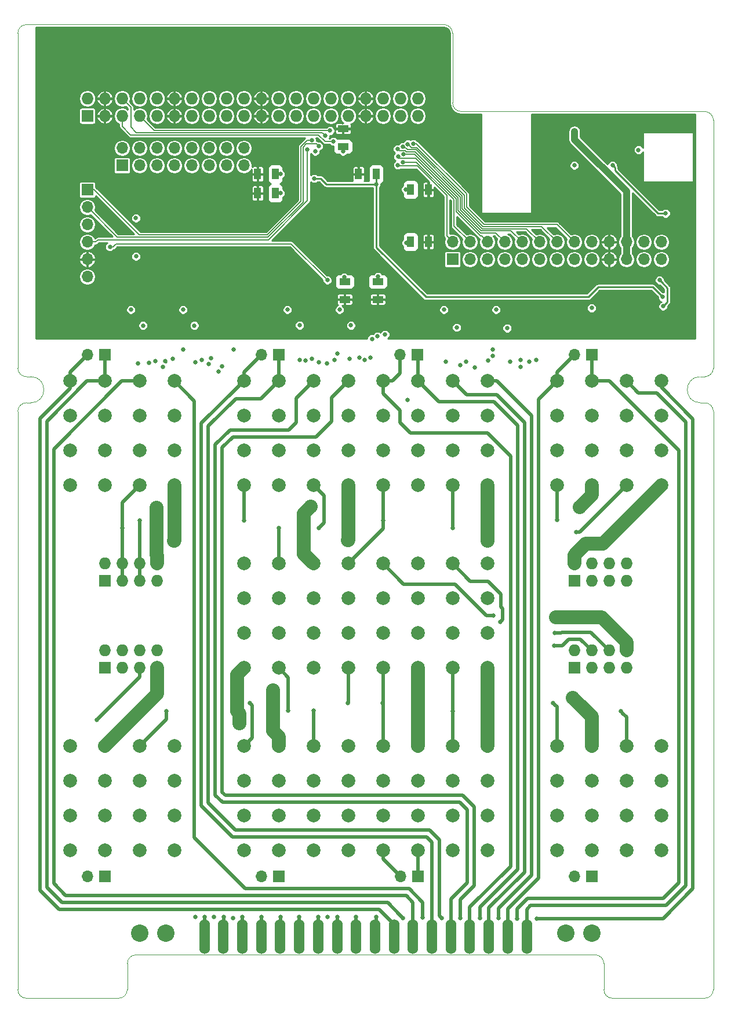
<source format=gbl>
G04 #@! TF.FileFunction,Copper,L4,Bot,Signal*
%FSLAX46Y46*%
G04 Gerber Fmt 4.6, Leading zero omitted, Abs format (unit mm)*
G04 Created by KiCad (PCBNEW 4.0.7) date Monday, June 18, 2018 'PMt' 04:15:24 PM*
%MOMM*%
%LPD*%
G01*
G04 APERTURE LIST*
%ADD10C,0.020000*%
%ADD11C,0.100000*%
%ADD12C,2.540000*%
%ADD13O,1.524000X5.080000*%
%ADD14C,0.660400*%
%ADD15C,2.000000*%
%ADD16R,1.727200X1.727200*%
%ADD17O,1.727200X1.727200*%
%ADD18R,1.700000X1.700000*%
%ADD19O,1.700000X1.700000*%
%ADD20R,1.000000X1.600000*%
%ADD21R,1.600000X1.000000*%
%ADD22C,2.032000*%
%ADD23C,0.254000*%
%ADD24C,0.152400*%
%ADD25C,0.203200*%
%ADD26C,0.250000*%
%ADD27C,1.016000*%
%ADD28C,2.032000*%
%ADD29C,0.508000*%
G04 APERTURE END LIST*
D10*
D11*
X36068000Y-88900000D02*
X49530000Y-88900000D01*
X34798000Y-83820000D02*
X34798000Y-87630000D01*
X-33528000Y-82550000D02*
X33528000Y-82550000D01*
X-34798000Y-83820000D02*
X-34798000Y-87630000D01*
X34798000Y-83820000D02*
G75*
G03X33528000Y-82550000I-1270000J0D01*
G01*
X34798000Y-87630000D02*
G75*
G03X36068000Y-88900000I1270000J0D01*
G01*
X-33530217Y-82550002D02*
G75*
G03X-34798000Y-83820000I2217J-1269998D01*
G01*
X-34798000Y-87630000D02*
G75*
G02X-36068000Y-88900000I-1270000J0D01*
G01*
X-50800000Y-3175000D02*
G75*
G02X-49530000Y-1905000I1270000J0D01*
G01*
X-49530000Y-1905000D02*
X-48895000Y-1905000D01*
X-48895000Y1905000D02*
G75*
G02X-48895000Y-1905000I0J-1905000D01*
G01*
X-48895000Y1905000D02*
X-49530000Y1905000D01*
X-49530000Y1905000D02*
G75*
G02X-50800000Y3175000I0J1270000D01*
G01*
X-50800000Y52070000D02*
X-50800000Y3175000D01*
X-50800000Y52070000D02*
G75*
G02X-49530000Y53340000I1270000J0D01*
G01*
X11430000Y53340000D02*
X-49530000Y53340000D01*
X11430000Y53340000D02*
G75*
G02X12700000Y52070000I0J-1270000D01*
G01*
X12700000Y52070000D02*
X12700000Y41910000D01*
X13970000Y40640000D02*
G75*
G02X12700000Y41910000I0J1270000D01*
G01*
X13970000Y40640000D02*
X49530000Y40640000D01*
X49530000Y40640000D02*
G75*
G02X50800000Y39370000I0J-1270000D01*
G01*
X50800000Y3175000D02*
X50800000Y39370000D01*
X50800000Y3175000D02*
G75*
G02X49530000Y1905000I-1270000J0D01*
G01*
X48895000Y1905000D02*
X49530000Y1905000D01*
X48895000Y-1905000D02*
G75*
G02X48895000Y1905000I0J1905000D01*
G01*
X49530000Y-1905000D02*
X48895000Y-1905000D01*
X49530000Y-1905000D02*
G75*
G02X50800000Y-3175000I0J-1270000D01*
G01*
X50800000Y-87630000D02*
X50800000Y-3175000D01*
X50800000Y-87630000D02*
G75*
G02X49530000Y-88900000I-1270000J0D01*
G01*
X-49530000Y-88900000D02*
X-36068000Y-88900000D01*
X-49530000Y-88900000D02*
G75*
G02X-50800000Y-87630000I0J1270000D01*
G01*
X-50800000Y-3175000D02*
X-50800000Y-87630000D01*
D12*
X-33020000Y-79375000D03*
X-29210000Y-79375000D03*
X33020000Y-79375000D03*
X29210000Y-79375000D03*
D13*
X15227300Y-79862766D03*
X23533100Y-79862766D03*
X20764500Y-79862766D03*
X17995900Y-79862766D03*
X12458700Y-79862766D03*
X1384300Y-79862766D03*
X9690100Y-79862766D03*
X6921500Y-79862766D03*
X4152900Y-79862766D03*
X-1384300Y-79862766D03*
X-12458700Y-79862766D03*
X-4152900Y-79862766D03*
X-6921500Y-79862766D03*
X-9690100Y-79862766D03*
X-15227300Y-79862766D03*
X-23533100Y-79862766D03*
X-17995900Y-79862766D03*
X-20764500Y-79862766D03*
D14*
X38354000Y33020000D03*
X37846000Y38100000D03*
X37846000Y36830000D03*
X37338000Y32258000D03*
X36830000Y8890000D03*
X-12700000Y34290000D03*
X-43180000Y8890000D03*
X-39370000Y8890000D03*
X-39370000Y12700000D03*
X-43180000Y12700000D03*
X-39370000Y33020000D03*
X-43180000Y36830000D03*
X-39370000Y36830000D03*
X-43180000Y33020000D03*
X-5080000Y46990000D03*
X2540000Y46990000D03*
X6350000Y46990000D03*
X-8890000Y46990000D03*
X-1270000Y46990000D03*
X-35560000Y46990000D03*
X-31750000Y46990000D03*
X-39370000Y46990000D03*
X-27940000Y46990000D03*
X-20320000Y46990000D03*
X-43180000Y46990000D03*
X-24130000Y46990000D03*
X-12700000Y46990000D03*
X-16510000Y46990000D03*
X6350000Y50800000D03*
X2540000Y50800000D03*
X-5080000Y50800000D03*
X-8890000Y50800000D03*
X-12700000Y50800000D03*
X-16510000Y50800000D03*
X-1270000Y50800000D03*
X-20320000Y50800000D03*
X-24130000Y50800000D03*
X-27940000Y50800000D03*
X-31750000Y50800000D03*
X-35560000Y50800000D03*
X-39370000Y50800000D03*
X-43180000Y50800000D03*
X10668000Y27940000D03*
X25400000Y15240000D03*
X27940000Y15240000D03*
X46990000Y19050000D03*
X46990000Y21590000D03*
X46990000Y24130000D03*
X46990000Y39370000D03*
X43180000Y39370000D03*
X26670000Y27940000D03*
X33020000Y25400000D03*
X-7112000Y29210000D03*
X254000Y29210000D03*
X254000Y21844000D03*
X-7112000Y21844000D03*
D15*
X12700000Y-40640000D03*
X12700000Y-35560000D03*
X12700000Y-30480000D03*
X12700000Y-25400000D03*
X7620000Y-40640000D03*
X7620000Y-35560000D03*
X7620000Y-30480000D03*
X7620000Y-25400000D03*
X-2540000Y-25400000D03*
X-2540000Y-30480000D03*
X-2540000Y-35560000D03*
X-2540000Y-40640000D03*
X2540000Y-40640000D03*
X2540000Y-35560000D03*
X2540000Y-30480000D03*
X2540000Y-25400000D03*
D16*
X30480000Y-27940000D03*
D17*
X30480000Y-25400000D03*
X33020000Y-27940000D03*
X33020000Y-25400000D03*
X35560000Y-27940000D03*
X35560000Y-25400000D03*
X38100000Y-27940000D03*
X38100000Y-25400000D03*
D16*
X-38100000Y-27940000D03*
D17*
X-38100000Y-25400000D03*
X-35560000Y-27940000D03*
X-35560000Y-25400000D03*
X-33020000Y-27940000D03*
X-33020000Y-25400000D03*
X-30480000Y-27940000D03*
X-30480000Y-25400000D03*
D15*
X-43180000Y-13970000D03*
X-43180000Y-8890000D03*
X-43180000Y-3810000D03*
X-43180000Y1270000D03*
X-7620000Y-13970000D03*
X-7620000Y-8890000D03*
X-7620000Y-3810000D03*
X-7620000Y1270000D03*
X7620000Y-13970000D03*
X7620000Y-8890000D03*
X7620000Y-3810000D03*
X7620000Y1270000D03*
X2540000Y-13970000D03*
X2540000Y-8890000D03*
X2540000Y-3810000D03*
X2540000Y1270000D03*
X33020000Y-13970000D03*
X33020000Y-8890000D03*
X33020000Y-3810000D03*
X33020000Y1270000D03*
X27940000Y-13970000D03*
X27940000Y-8890000D03*
X27940000Y-3810000D03*
X27940000Y1270000D03*
X43180000Y-13970000D03*
X43180000Y-8890000D03*
X43180000Y-3810000D03*
X43180000Y1270000D03*
X38100000Y-13970000D03*
X38100000Y-8890000D03*
X38100000Y-3810000D03*
X38100000Y1270000D03*
X17780000Y-13970000D03*
X17780000Y-8890000D03*
X17780000Y-3810000D03*
X17780000Y1270000D03*
X12700000Y-13970000D03*
X12700000Y-8890000D03*
X12700000Y-3810000D03*
X12700000Y1270000D03*
X-2540000Y-13970000D03*
X-2540000Y-8890000D03*
X-2540000Y-3810000D03*
X-2540000Y1270000D03*
X-12700000Y-13970000D03*
X-12700000Y-8890000D03*
X-12700000Y-3810000D03*
X-12700000Y1270000D03*
X-17780000Y-13970000D03*
X-17780000Y-8890000D03*
X-17780000Y-3810000D03*
X-17780000Y1270000D03*
X-27940000Y-13970000D03*
X-27940000Y-8890000D03*
X-27940000Y-3810000D03*
X-27940000Y1270000D03*
X-33020000Y-13970000D03*
X-33020000Y-8890000D03*
X-33020000Y-3810000D03*
X-33020000Y1270000D03*
X-38100000Y-13970000D03*
X-38100000Y-8890000D03*
X-38100000Y-3810000D03*
X-38100000Y1270000D03*
X-17780000Y-25400000D03*
X-17780000Y-30480000D03*
X-17780000Y-35560000D03*
X-17780000Y-40640000D03*
X-12700000Y-25400000D03*
X-12700000Y-30480000D03*
X-12700000Y-35560000D03*
X-12700000Y-40640000D03*
X-7620000Y-25400000D03*
X-7620000Y-30480000D03*
X-7620000Y-35560000D03*
X-7620000Y-40640000D03*
D18*
X-40640000Y29210000D03*
D19*
X-40640000Y26670000D03*
X-40640000Y24130000D03*
X-40640000Y21590000D03*
X-40640000Y19050000D03*
X-40640000Y16510000D03*
D15*
X17780000Y-40640000D03*
X17780000Y-35560000D03*
X17780000Y-30480000D03*
X17780000Y-25400000D03*
X43180000Y-52070000D03*
X43180000Y-57150000D03*
X43180000Y-62230000D03*
X43180000Y-67310000D03*
X38100000Y-52070000D03*
X38100000Y-57150000D03*
X38100000Y-62230000D03*
X38100000Y-67310000D03*
X33020000Y-52070000D03*
X33020000Y-57150000D03*
X33020000Y-62230000D03*
X33020000Y-67310000D03*
X27940000Y-52070000D03*
X27940000Y-57150000D03*
X27940000Y-62230000D03*
X27940000Y-67310000D03*
X17780000Y-52070000D03*
X17780000Y-57150000D03*
X17780000Y-62230000D03*
X17780000Y-67310000D03*
X12700000Y-52070000D03*
X12700000Y-57150000D03*
X12700000Y-62230000D03*
X12700000Y-67310000D03*
X7620000Y-52070000D03*
X7620000Y-57150000D03*
X7620000Y-62230000D03*
X7620000Y-67310000D03*
X2540000Y-52070000D03*
X2540000Y-57150000D03*
X2540000Y-62230000D03*
X2540000Y-67310000D03*
X-2540000Y-52070000D03*
X-2540000Y-57150000D03*
X-2540000Y-62230000D03*
X-2540000Y-67310000D03*
X-7620000Y-52070000D03*
X-7620000Y-57150000D03*
X-7620000Y-62230000D03*
X-7620000Y-67310000D03*
X-12700000Y-52070000D03*
X-12700000Y-57150000D03*
X-12700000Y-62230000D03*
X-12700000Y-67310000D03*
X-17780000Y-52070000D03*
X-17780000Y-57150000D03*
X-17780000Y-62230000D03*
X-17780000Y-67310000D03*
X-27940000Y-52070000D03*
X-27940000Y-57150000D03*
X-27940000Y-62230000D03*
X-27940000Y-67310000D03*
X-33020000Y-52070000D03*
X-33020000Y-57150000D03*
X-33020000Y-62230000D03*
X-33020000Y-67310000D03*
X-38100000Y-52070000D03*
X-38100000Y-57150000D03*
X-38100000Y-62230000D03*
X-38100000Y-67310000D03*
X-43180000Y-52070000D03*
X-43180000Y-57150000D03*
X-43180000Y-62230000D03*
X-43180000Y-67310000D03*
D16*
X-40640000Y39992300D03*
D17*
X-40640000Y42532300D03*
X-38100000Y39992300D03*
X-38100000Y42532300D03*
X-35560000Y39992300D03*
X-35560000Y42532300D03*
X-33020000Y39992300D03*
X-33020000Y42532300D03*
X-30480000Y39992300D03*
X-30480000Y42532300D03*
X-27940000Y39992300D03*
X-27940000Y42532300D03*
X-25400000Y39992300D03*
X-25400000Y42532300D03*
X-22860000Y39992300D03*
X-22860000Y42532300D03*
X-20320000Y39992300D03*
X-20320000Y42532300D03*
X-17780000Y39992300D03*
X-17780000Y42532300D03*
X-15240000Y39992300D03*
X-15240000Y42532300D03*
X-12700000Y39992300D03*
X-12700000Y42532300D03*
X-10160000Y39992300D03*
X-10160000Y42532300D03*
X-7620000Y39992300D03*
X-7620000Y42532300D03*
X-5080000Y39992300D03*
X-5080000Y42532300D03*
X-2540000Y39992300D03*
X-2540000Y42532300D03*
X0Y39992300D03*
X0Y42532300D03*
X2540000Y39992300D03*
X2540000Y42532300D03*
X5080000Y39992300D03*
X5080000Y42532300D03*
X7620000Y39992300D03*
X7620000Y42532300D03*
D18*
X-35560000Y32766000D03*
D19*
X-35560000Y35306000D03*
X-33020000Y32766000D03*
X-33020000Y35306000D03*
X-30480000Y32766000D03*
X-30480000Y35306000D03*
X-27940000Y32766000D03*
X-27940000Y35306000D03*
X-25400000Y32766000D03*
X-25400000Y35306000D03*
X-22860000Y32766000D03*
X-22860000Y35306000D03*
X-20320000Y32766000D03*
X-20320000Y35306000D03*
X-17780000Y32766000D03*
X-17780000Y35306000D03*
D16*
X-38100000Y-40640000D03*
D17*
X-38100000Y-38100000D03*
X-35560000Y-40640000D03*
X-35560000Y-38100000D03*
X-33020000Y-40640000D03*
X-33020000Y-38100000D03*
X-30480000Y-40640000D03*
X-30480000Y-38100000D03*
D16*
X30480000Y-40640000D03*
D17*
X30480000Y-38100000D03*
X33020000Y-40640000D03*
X33020000Y-38100000D03*
X35560000Y-40640000D03*
X35560000Y-38100000D03*
X38100000Y-40640000D03*
X38100000Y-38100000D03*
D18*
X33020000Y5080000D03*
D19*
X30480000Y5080000D03*
D18*
X7605000Y5080000D03*
D19*
X5065000Y5080000D03*
D18*
X-12700000Y5080000D03*
D19*
X-15240000Y5080000D03*
D18*
X-38100000Y5080000D03*
D19*
X-40640000Y5080000D03*
D18*
X33020000Y-71120000D03*
D19*
X30480000Y-71120000D03*
D18*
X7620000Y-71120000D03*
D19*
X5080000Y-71120000D03*
D18*
X-12700000Y-71120000D03*
D19*
X-15240000Y-71120000D03*
D18*
X-38100000Y-71120000D03*
D19*
X-40640000Y-71120000D03*
D18*
X12700000Y19050000D03*
D19*
X12700000Y21590000D03*
X15240000Y19050000D03*
X15240000Y21590000D03*
X17780000Y19050000D03*
X17780000Y21590000D03*
X20320000Y19050000D03*
X20320000Y21590000D03*
X22860000Y19050000D03*
X22860000Y21590000D03*
X25400000Y19050000D03*
X25400000Y21590000D03*
X27940000Y19050000D03*
X27940000Y21590000D03*
X30480000Y19050000D03*
X30480000Y21590000D03*
X33020000Y19050000D03*
X33020000Y21590000D03*
X35560000Y19050000D03*
X35560000Y21590000D03*
X38100000Y19050000D03*
X38100000Y21590000D03*
X40640000Y19050000D03*
X40640000Y21590000D03*
X43180000Y19050000D03*
X43180000Y21590000D03*
D14*
X-3302000Y25654000D03*
D20*
X6574000Y21590000D03*
X9174000Y21590000D03*
D21*
X1778000Y15778000D03*
X1778000Y13178000D03*
D20*
X6574000Y29210000D03*
X9174000Y29210000D03*
D21*
X-3048000Y15778000D03*
X-3048000Y13178000D03*
X-3302000Y35530000D03*
X-3302000Y38130000D03*
D20*
X-13178000Y31496000D03*
X-15778000Y31496000D03*
X1554000Y31496000D03*
X-1046000Y31496000D03*
X-13178000Y28702000D03*
X-15778000Y28702000D03*
D14*
X-7517418Y30850292D03*
X43382177Y13543089D03*
X1550146Y30043043D03*
X-12446000Y28702000D03*
X5947631Y21440612D03*
X33018855Y11935711D03*
X-33546575Y25067983D03*
X-33534143Y19473689D03*
X1807610Y16510000D03*
X5842000Y29260808D03*
X-3302000Y34798000D03*
X-12446000Y31496000D03*
X-3141590Y16442071D03*
X20678087Y8996476D03*
X13305337Y9086005D03*
X-2146597Y9392544D03*
X-9631185Y9415394D03*
X-25009760Y9386386D03*
X-32509803Y9379001D03*
X36066854Y32761384D03*
X43814702Y25759836D03*
X42926000Y16002000D03*
X43434000Y12192000D03*
X-6858000Y35560000D03*
X-7874000Y36449009D03*
X-8483611Y35052000D03*
X-37343493Y20871879D03*
X-5588000Y16002000D03*
X38104019Y23894573D03*
X30502058Y37729598D03*
X19050000Y11684000D03*
X11430000Y11684000D03*
X-3810000Y11684000D03*
X-11430000Y11684000D03*
X-26670000Y11684000D03*
X-34290000Y11684000D03*
D22*
X-27956009Y-22075879D03*
X-2562400Y-22020387D03*
X17785987Y-22054438D03*
D14*
X-6789956Y-20164199D03*
X-12673499Y-20194027D03*
X-35491817Y-20224420D03*
X30754642Y-20801159D03*
X12700000Y-20194520D03*
D22*
X-8000990Y-17073960D03*
X-30562397Y-17242228D03*
X31242000Y-17162213D03*
D14*
X-33020000Y-19126200D03*
X-17780000Y-19126200D03*
X27940000Y-19050000D03*
X2532649Y-19065013D03*
D22*
X-18434072Y-48733211D03*
D14*
X-11329200Y-46879001D03*
X-29134960Y-46938133D03*
X37243894Y-46977481D03*
X-7624964Y-46848479D03*
X12700000Y-46931243D03*
X-16880838Y-45799354D03*
X-39261443Y-48207584D03*
X-2561586Y-45745332D03*
X2518414Y-45745332D03*
X27404424Y-45745332D03*
D22*
X-13506442Y-43922525D03*
X30284368Y-44985291D03*
D14*
X24974165Y-77235053D03*
X22156657Y-77268629D03*
X19414177Y-77226102D03*
X16671437Y-77186729D03*
X13848067Y-77162226D03*
X11143056Y-77173857D03*
X8354234Y-77138443D03*
X5474618Y-77149409D03*
X-5563623Y-77042551D03*
X19651431Y-33904800D03*
X-22127566Y-77013996D03*
X27572281Y-37411073D03*
X18673280Y-32954553D03*
X-24895274Y-77013996D03*
X27631222Y-35558450D03*
X1535005Y-77025001D03*
X-1392196Y-77013996D03*
X-12443333Y-77013996D03*
X-4151094Y-77013996D03*
X-6898748Y-77013996D03*
X-9689714Y-77013996D03*
X-15196953Y-77013996D03*
X-23520235Y-77013996D03*
D22*
X27835177Y-33281752D03*
D14*
X-17980181Y-77038241D03*
X-20749833Y-77013996D03*
X30480000Y32766000D03*
X-4706696Y36264108D03*
X-5920812Y37104407D03*
X-5187242Y37840639D03*
X4696448Y32815249D03*
X5434422Y33257117D03*
X4739347Y34036001D03*
X5516468Y34374728D03*
X4669242Y35166593D03*
X5448869Y35492339D03*
X6159689Y35886546D03*
X6972010Y35914793D03*
X24892000Y4318000D03*
X23868258Y4103123D03*
X22606000Y4318000D03*
X22606000Y3302000D03*
X15915129Y3263295D03*
X11684000Y4064000D03*
X925961Y7434757D03*
X-927274Y4650128D03*
X-4553841Y4323498D03*
X-7841823Y4535545D03*
X-19304000Y5842000D03*
X-22535000Y4643000D03*
X-28194000Y4507777D03*
X-29238510Y4186569D03*
X-30726440Y4194387D03*
X-33231000Y3810000D03*
X21082000Y4064000D03*
X18542000Y5842000D03*
X18532587Y4951731D03*
X17902443Y4255256D03*
X13810166Y3577626D03*
X1718315Y7785907D03*
X-167632Y4360979D03*
X-4117011Y5293719D03*
X-6856009Y4032062D03*
X-9636065Y4330240D03*
X-21484090Y2614464D03*
X-23957411Y4322228D03*
X-24865331Y4041872D03*
X-26670000Y5842000D03*
X-29598500Y3346000D03*
X-31628913Y3959327D03*
X-7366000Y34798000D03*
X39862000Y35036000D03*
X-22872711Y3773492D03*
X-20976079Y3430796D03*
X-8743925Y4295673D03*
X-5630757Y3860372D03*
X14684587Y4097522D03*
X2835908Y8065318D03*
X6096000Y-1524000D03*
X698611Y4710132D03*
X-2361917Y4545384D03*
X-19380200Y-77216000D03*
D23*
X8808911Y13543089D02*
X32512000Y13543089D01*
X41939266Y14986000D02*
X33954911Y14986000D01*
X33954911Y14986000D02*
X32512000Y13543089D01*
X43382177Y13543089D02*
X41939266Y14986000D01*
X1550146Y30043043D02*
X-5761569Y30043043D01*
X-5761569Y30043043D02*
X-6535325Y30816799D01*
X-6535325Y30816799D02*
X-7483925Y30816799D01*
X-7483925Y30816799D02*
X-7517418Y30850292D01*
X1550146Y20801854D02*
X8808911Y13543089D01*
X1550146Y30043043D02*
X1550146Y20801854D01*
X1554000Y31496000D02*
X1554000Y31196000D01*
X1554000Y30046897D02*
X1550146Y30043043D01*
X1554000Y31496000D02*
X1554000Y30046897D01*
D24*
X-12446000Y28702000D02*
X-13528000Y28702000D01*
X6520612Y21440612D02*
X6414604Y21440612D01*
X6414604Y21440612D02*
X5947631Y21440612D01*
X6670000Y21590000D02*
X6520612Y21440612D01*
X1778000Y16480390D02*
X1807610Y16510000D01*
X1778000Y15428000D02*
X1778000Y16480390D01*
X5892808Y29210000D02*
X5842000Y29260808D01*
X6924000Y29210000D02*
X5892808Y29210000D01*
X-3302000Y35880000D02*
X-3302000Y34798000D01*
X-12446000Y31496000D02*
X-13528000Y31496000D01*
D25*
X-3141590Y15975098D02*
X-3141590Y16442071D01*
X-3302000Y15682000D02*
X-3141590Y15842410D01*
X-3141590Y15842410D02*
X-3141590Y15975098D01*
D26*
X43814702Y25759836D02*
X42684492Y25759836D01*
X42684492Y25759836D02*
X36397053Y32047275D01*
X36397053Y32047275D02*
X36397053Y32431185D01*
X36397053Y32431185D02*
X36066854Y32761384D01*
D23*
X43256199Y15671801D02*
X42926000Y16002000D01*
X44058682Y14869318D02*
X43256199Y15671801D01*
X44058682Y12816682D02*
X44058682Y14869318D01*
X43434000Y12192000D02*
X44058682Y12816682D01*
D24*
X-7188199Y35890199D02*
X-6858000Y35560000D01*
X-9138576Y27403897D02*
X-9138576Y35419074D01*
X-14241085Y22301388D02*
X-9138576Y27403897D01*
X-36271388Y22301388D02*
X-14241085Y22301388D01*
X-9138576Y35419074D02*
X-8667451Y35890199D01*
X-40640000Y26670000D02*
X-36271388Y22301388D01*
X-8667451Y35890199D02*
X-7188199Y35890199D01*
X-9443387Y35545330D02*
X-9443387Y27530153D01*
X-14367341Y22606199D02*
X-33033799Y22606199D01*
X-7874000Y36449009D02*
X-8539708Y36449009D01*
X-9443387Y27530153D02*
X-14367341Y22606199D01*
X-39637600Y29210000D02*
X-40640000Y29210000D01*
X-8539708Y36449009D02*
X-9443387Y35545330D01*
X-33033799Y22606199D02*
X-39637600Y29210000D01*
X-8483611Y34585027D02*
X-8483611Y35052000D01*
X-8483611Y27627797D02*
X-8483611Y34585027D01*
X-39113478Y21914441D02*
X-14196967Y21914441D01*
X-39437919Y21590000D02*
X-39113478Y21914441D01*
X-40640000Y21590000D02*
X-39437919Y21590000D01*
X-14196967Y21914441D02*
X-8483611Y27627797D01*
X-36876520Y20871879D02*
X-37343493Y20871879D01*
X-5588000Y16002000D02*
X-10890819Y21304819D01*
X-10890819Y21304819D02*
X-36443580Y21304819D01*
X-36443580Y21304819D02*
X-36876520Y20871879D01*
D27*
X38100000Y21590000D02*
X38100000Y28950927D01*
X38100000Y28950927D02*
X30502058Y36548869D01*
X30502058Y36548869D02*
X30502058Y37262625D01*
X30502058Y37262625D02*
X30502058Y37729598D01*
X38100000Y19050000D02*
X38100000Y21590000D01*
D28*
X-27940000Y-13970000D02*
X-27940000Y-22059870D01*
X-27940000Y-22059870D02*
X-27956009Y-22075879D01*
X-2540000Y-21997987D02*
X-2562400Y-22020387D01*
X-2540000Y-13970000D02*
X-2540000Y-21997987D01*
X17780000Y-22048451D02*
X17785987Y-22054438D01*
X17780000Y-13970000D02*
X17780000Y-22048451D01*
X43180000Y-13970000D02*
X34631632Y-22518368D01*
X34631632Y-22518368D02*
X32140318Y-22518368D01*
X32140318Y-22518368D02*
X30480000Y-24178686D01*
X30480000Y-24178686D02*
X30480000Y-25400000D01*
D29*
X-7620000Y-13970000D02*
X-6094423Y-15495577D01*
X-6094423Y-15495577D02*
X-6094423Y-19468666D01*
X-6459757Y-19834000D02*
X-6789956Y-20164199D01*
X-6094423Y-19468666D02*
X-6459757Y-19834000D01*
X-12700000Y-20220528D02*
X-12673499Y-20194027D01*
X-12700000Y-25400000D02*
X-12700000Y-20220528D01*
X-35491817Y-19757447D02*
X-35491817Y-20224420D01*
X-33020000Y-13970000D02*
X-35491817Y-16441817D01*
X-35491817Y-16441817D02*
X-35491817Y-19757447D01*
X-35560000Y-25400000D02*
X-35560000Y-20292603D01*
X-35560000Y-20292603D02*
X-35491817Y-20224420D01*
X38100000Y-13970000D02*
X31268841Y-20801159D01*
X31268841Y-20801159D02*
X31221615Y-20801159D01*
X31221615Y-20801159D02*
X30754642Y-20801159D01*
X12700000Y-13970000D02*
X12700000Y-15384213D01*
X12700000Y-15384213D02*
X12700000Y-20194520D01*
X-35560000Y-25400000D02*
X-35560000Y-27940000D01*
D28*
X-7620000Y-25400000D02*
X-9016989Y-24003011D01*
X-9016989Y-24003011D02*
X-9016989Y-18089959D01*
X-9016989Y-18089959D02*
X-8000990Y-17073960D01*
X-30562397Y-24096289D02*
X-30562397Y-17242228D01*
X-30480000Y-25400000D02*
X-30480000Y-24178686D01*
X-30480000Y-24178686D02*
X-30562397Y-24096289D01*
X33020000Y-13970000D02*
X33020000Y-15384213D01*
X33020000Y-15384213D02*
X31242000Y-17162213D01*
D29*
X-2540000Y-25400000D02*
X-2540000Y-25386391D01*
X-2540000Y-25386391D02*
X2532649Y-20313742D01*
X2532649Y-20313742D02*
X2532649Y-19531986D01*
X2532649Y-19531986D02*
X2532649Y-19065013D01*
X-33020000Y-25400000D02*
X-33020000Y-19126200D01*
X-17780000Y-13970000D02*
X-17780000Y-19126200D01*
X27940000Y-13970000D02*
X27940000Y-19050000D01*
X2540000Y-19057662D02*
X2532649Y-19065013D01*
X2540000Y-13970000D02*
X2540000Y-19057662D01*
X-33020000Y-27940000D02*
X-33020000Y-25400000D01*
D28*
X-18434072Y-47296371D02*
X-18434072Y-48733211D01*
X-17780000Y-40640000D02*
X-18780899Y-41640899D01*
X-18780899Y-41640899D02*
X-18780899Y-46949544D01*
X-18780899Y-46949544D02*
X-18434072Y-47296371D01*
X17780000Y-40640000D02*
X17780000Y-52070000D01*
D29*
X-11329200Y-46412028D02*
X-11329200Y-46879001D01*
X-11329200Y-42010800D02*
X-11329200Y-46412028D01*
X-12700000Y-40640000D02*
X-11329200Y-42010800D01*
X-29134960Y-47405106D02*
X-29134960Y-46938133D01*
X-29134960Y-48184960D02*
X-29134960Y-47405106D01*
X-33020000Y-52070000D02*
X-29134960Y-48184960D01*
X38100000Y-47833587D02*
X37574093Y-47307680D01*
X38100000Y-52070000D02*
X38100000Y-47833587D01*
X37574093Y-47307680D02*
X37243894Y-46977481D01*
X-7620000Y-46853443D02*
X-7624964Y-46848479D01*
X-7620000Y-46843515D02*
X-7624964Y-46848479D01*
X-7620000Y-52070000D02*
X-7620000Y-46853443D01*
X12700000Y-40640000D02*
X12700000Y-46931243D01*
X12700000Y-52070000D02*
X12700000Y-46931243D01*
X-17780000Y-52070000D02*
X-16550639Y-50840639D01*
X-16550639Y-50840639D02*
X-16550639Y-46129553D01*
X-16550639Y-46129553D02*
X-16880838Y-45799354D01*
X-33020000Y-41966141D02*
X-38931244Y-47877385D01*
X-33020000Y-40640000D02*
X-33020000Y-41966141D01*
X-38931244Y-47877385D02*
X-39261443Y-48207584D01*
X2540000Y-52070000D02*
X2540000Y-45766918D01*
X2540000Y-45723746D02*
X2518414Y-45745332D01*
X2540000Y-40640000D02*
X2540000Y-45723746D01*
X2540000Y-45766918D02*
X2518414Y-45745332D01*
X27734623Y-46075531D02*
X27404424Y-45745332D01*
X27940000Y-46280908D02*
X27734623Y-46075531D01*
X27940000Y-52070000D02*
X27940000Y-46280908D01*
X-2540000Y-45723746D02*
X-2561586Y-45745332D01*
X-2540000Y-40640000D02*
X-2540000Y-45723746D01*
D28*
X-13506442Y-45359365D02*
X-13506442Y-43922525D01*
X-13506442Y-49849345D02*
X-13506442Y-45359365D01*
X-12700000Y-52070000D02*
X-12700000Y-50655787D01*
X-12700000Y-50655787D02*
X-13506442Y-49849345D01*
X-38100000Y-52070000D02*
X-30480000Y-44450000D01*
X-30480000Y-44450000D02*
X-30480000Y-40640000D01*
X7620000Y-52070000D02*
X7620000Y-40640000D01*
X31300367Y-46001290D02*
X30284368Y-44985291D01*
X33020000Y-47720923D02*
X31300367Y-46001290D01*
X33020000Y-52070000D02*
X33020000Y-47720923D01*
D29*
X47796087Y-72875249D02*
X43436283Y-77235053D01*
X43180000Y333896D02*
X47796087Y-4282191D01*
X43180000Y1270000D02*
X43180000Y333896D01*
X47796087Y-4282191D02*
X47796087Y-72875249D01*
X43436283Y-77235053D02*
X25441138Y-77235053D01*
X25441138Y-77235053D02*
X24974165Y-77235053D01*
X23533100Y-75903406D02*
X23533100Y-76814766D01*
X43901776Y-75332704D02*
X24103802Y-75332704D01*
X46780076Y-72454404D02*
X43901776Y-75332704D01*
X38100000Y1270000D02*
X39862001Y-492001D01*
X46780076Y-4703036D02*
X46780076Y-72454404D01*
X23533100Y-76814766D02*
X23533100Y-79862766D01*
X24103802Y-75332704D02*
X23533100Y-75903406D01*
X39862001Y-492001D02*
X42569041Y-492001D01*
X42569041Y-492001D02*
X46780076Y-4703036D01*
X22156657Y-76801656D02*
X22156657Y-77268629D01*
X43480931Y-74316693D02*
X23682957Y-74316693D01*
X23682957Y-74316693D02*
X22156657Y-75842993D01*
X45764067Y-72033557D02*
X43480931Y-74316693D01*
X45764067Y-8898697D02*
X45764067Y-72033557D01*
X22156657Y-75842993D02*
X22156657Y-76801656D01*
X35595370Y1270000D02*
X45764067Y-8898697D01*
X33020000Y1270000D02*
X35595370Y1270000D01*
X33020000Y1270000D02*
X33020000Y5080000D01*
X20764500Y-75798294D02*
X20764500Y-76814766D01*
X25251344Y-71311450D02*
X20764500Y-75798294D01*
X27940000Y1270000D02*
X25251344Y-1418656D01*
X20764500Y-76814766D02*
X20764500Y-79862766D01*
X25251344Y-1418656D02*
X25251344Y-71311450D01*
X27940000Y1270000D02*
X27940000Y2540000D01*
X27940000Y2540000D02*
X30480000Y5080000D01*
X19414177Y-76759129D02*
X19414177Y-77226102D01*
X24235334Y-70890604D02*
X19414177Y-75711761D01*
X24235334Y-3771121D02*
X24235334Y-70890604D01*
X19194213Y1270000D02*
X24235334Y-3771121D01*
X19414177Y-75711761D02*
X19414177Y-76759129D01*
X17780000Y1270000D02*
X19194213Y1270000D01*
X14731989Y-761989D02*
X19149883Y-761990D01*
X17995900Y-76814766D02*
X17995900Y-79862766D01*
X12700000Y1270000D02*
X14731989Y-761989D01*
X17995900Y-75693182D02*
X17995900Y-76814766D01*
X23219324Y-70469758D02*
X17995900Y-75693182D01*
X19149883Y-761990D02*
X23219324Y-4831431D01*
X23219324Y-4831431D02*
X23219324Y-70469758D01*
X18729037Y-1778000D02*
X22203314Y-5252277D01*
X16671437Y-76719756D02*
X16671437Y-77186729D01*
X7620000Y1270000D02*
X10668000Y-1778000D01*
X22203314Y-5252277D02*
X22203314Y-70048912D01*
X16671437Y-75580789D02*
X16671437Y-76719756D01*
X10668000Y-1778000D02*
X18729037Y-1778000D01*
X22203314Y-70048912D02*
X16671437Y-75580789D01*
X7620000Y1270000D02*
X7620000Y5065000D01*
X7620000Y5065000D02*
X7605000Y5080000D01*
X2540000Y1270000D02*
X2540000Y-541544D01*
X17847762Y-6350000D02*
X21187304Y-9689542D01*
X21187304Y-9689542D02*
X21187304Y-69628066D01*
X5050403Y-4817327D02*
X6583076Y-6350000D01*
X2540000Y-541544D02*
X5050403Y-3051947D01*
X15227300Y-75588070D02*
X15227300Y-76814766D01*
X5050403Y-3051947D02*
X5050403Y-4817327D01*
X6583076Y-6350000D02*
X17847762Y-6350000D01*
X21187304Y-69628066D02*
X15227300Y-75588070D01*
X15227300Y-76814766D02*
X15227300Y-79862766D01*
X5065000Y3877919D02*
X5065000Y5080000D01*
X5065000Y2380787D02*
X5065000Y3877919D01*
X3954213Y1270000D02*
X5065000Y2380787D01*
X2540000Y1270000D02*
X3954213Y1270000D01*
X13848067Y-77162226D02*
X13848067Y-74454279D01*
X-19332523Y-6873929D02*
X-7208895Y-6873929D01*
X13848067Y-74454279D02*
X15858918Y-72443428D01*
X-7208895Y-6873929D02*
X-4979515Y-4644549D01*
X15858918Y-72443428D02*
X15858918Y-60904062D01*
X15858918Y-60904062D02*
X14181511Y-59226655D01*
X-4979515Y-4644549D02*
X-4979515Y-1169515D01*
X14181511Y-59226655D02*
X-20490881Y-59226655D01*
X-20490881Y-59226655D02*
X-20925512Y-58792024D01*
X-20925512Y-8466918D02*
X-19332523Y-6873929D01*
X-20925512Y-58792024D02*
X-20925512Y-8466918D01*
X-4979515Y-1169515D02*
X-3539999Y270001D01*
X-3539999Y270001D02*
X-2540000Y1270000D01*
X12458700Y-79862766D02*
X12458700Y-74406790D01*
X-21941523Y-59212869D02*
X-21941523Y-8046073D01*
X12458700Y-74406790D02*
X14842907Y-72022583D01*
X14842907Y-72022583D02*
X14842907Y-61324907D01*
X14842907Y-61324907D02*
X13760666Y-60242666D01*
X13760666Y-60242666D02*
X-20911726Y-60242666D01*
X-20911726Y-60242666D02*
X-21941523Y-59212869D01*
X-11191918Y-5857918D02*
X-10160000Y-4826000D01*
X-21941523Y-8046073D02*
X-19753368Y-5857918D01*
X-19753368Y-5857918D02*
X-11191918Y-5857918D01*
X-10160000Y-4826000D02*
X-10160000Y-1270000D01*
X-10160000Y-1270000D02*
X-7620000Y1270000D01*
X10809322Y-65760466D02*
X10809322Y-76840123D01*
X9378608Y-64329752D02*
X10809322Y-65760466D01*
X-15299824Y-1329824D02*
X-18955717Y-1329824D01*
X-22957533Y-60354467D02*
X-18982249Y-64329751D01*
X-22957533Y-5331640D02*
X-22957533Y-60354467D01*
X-18955717Y-1329824D02*
X-22957533Y-5331640D01*
X10812857Y-76843658D02*
X11143056Y-77173857D01*
X-18982249Y-64329751D02*
X9378608Y-64329752D01*
X10809322Y-76840123D02*
X10812857Y-76843658D01*
X-12700000Y1270000D02*
X-15299824Y-1329824D01*
X-12700000Y1270000D02*
X-12700000Y5080000D01*
X-19403094Y-65345762D02*
X8957762Y-65345762D01*
X9690100Y-76814766D02*
X9690100Y-79862766D01*
X-23973543Y-4910794D02*
X-23973543Y-60775313D01*
X-18792748Y270001D02*
X-23973543Y-4910794D01*
X-17780000Y1270000D02*
X-18779999Y270001D01*
X8957762Y-65345762D02*
X9690100Y-66078100D01*
X9690100Y-66078100D02*
X9690100Y-76814766D01*
X-23973543Y-60775313D02*
X-19403094Y-65345762D01*
X-18779999Y270001D02*
X-18792748Y270001D01*
X-17780000Y1270000D02*
X-17780000Y2540000D01*
X-17780000Y2540000D02*
X-15240000Y5080000D01*
X6342306Y-72873754D02*
X8354234Y-74885682D01*
X-17550272Y-72873753D02*
X6342306Y-72873754D01*
X-24989553Y-65434472D02*
X-17550272Y-72873753D01*
X-24989553Y-1680447D02*
X-24989553Y-65434472D01*
X8354234Y-76671470D02*
X8354234Y-77138443D01*
X-27940000Y1270000D02*
X-24989553Y-1680447D01*
X8354234Y-74885682D02*
X8354234Y-76671470D01*
X-33020000Y1270000D02*
X-35574207Y1270000D01*
X-35574207Y1270000D02*
X-45553842Y-8709635D01*
X-45553842Y-8709635D02*
X-45553842Y-72143086D01*
X-43807164Y-73889764D02*
X5921460Y-73889764D01*
X-45553842Y-72143086D02*
X-43807164Y-73889764D01*
X5921460Y-73889764D02*
X6921500Y-74889804D01*
X6921500Y-74889804D02*
X6921500Y-76814766D01*
X6921500Y-76814766D02*
X6921500Y-79862766D01*
X3230984Y-74905775D02*
X5144419Y-76819210D01*
X-38100000Y1270000D02*
X-40664121Y1270000D01*
X-44336148Y-74905775D02*
X3230984Y-74905775D01*
X-46569853Y-72672070D02*
X-44336148Y-74905775D01*
X-46569853Y-4635732D02*
X-46569853Y-72672070D01*
X-40664121Y1270000D02*
X-46569853Y-4635732D01*
X5144419Y-76819210D02*
X5474618Y-77149409D01*
X-38100000Y1270000D02*
X-38100000Y5080000D01*
X-47585865Y-4214888D02*
X-47585865Y-73092914D01*
X-44756993Y-75921786D02*
X-18812782Y-75921786D01*
X-47585865Y-73092914D02*
X-44756993Y-75921786D01*
X-18812782Y-75921786D02*
X-18788535Y-75946031D01*
X-43180000Y190977D02*
X-47585865Y-4214888D01*
X-43180000Y1270000D02*
X-43180000Y190977D01*
X-18788535Y-75946031D02*
X-16263462Y-75946030D01*
X-16263462Y-75946030D02*
X-16239218Y-75921786D01*
X-16239218Y-75921786D02*
X1989920Y-75921786D01*
X1989920Y-75921786D02*
X4152900Y-78084766D01*
X4152900Y-78084766D02*
X4152900Y-79862766D01*
X-43180000Y1270000D02*
X-43180000Y2540000D01*
X-43180000Y2540000D02*
X-40640000Y5080000D01*
X7620000Y-67310000D02*
X7620000Y-71120000D01*
X19981630Y-33574601D02*
X19651431Y-33904800D01*
X19981630Y-31950767D02*
X19981630Y-33574601D01*
X19748191Y-31717328D02*
X19981630Y-31950767D01*
X17903792Y-27976648D02*
X19748191Y-29821047D01*
X12700000Y-25400000D02*
X15276648Y-27976648D01*
X19748191Y-29821047D02*
X19748191Y-31717328D01*
X15276648Y-27976648D02*
X17903792Y-27976648D01*
X28470306Y-37411073D02*
X27572281Y-37411073D01*
X31394399Y-36474399D02*
X29699711Y-36474399D01*
X28763037Y-37411073D02*
X28470306Y-37411073D01*
X33020000Y-38100000D02*
X31394399Y-36474399D01*
X29699711Y-36474399D02*
X28763037Y-37411073D01*
X2540000Y-25400000D02*
X5533137Y-28393137D01*
X18206307Y-32954553D02*
X18673280Y-32954553D01*
X13105217Y-28393137D02*
X17666633Y-32954553D01*
X17666633Y-32954553D02*
X18206307Y-32954553D01*
X5533137Y-28393137D02*
X13105217Y-28393137D01*
X32918388Y-35458388D02*
X28629309Y-35458388D01*
X35560000Y-38100000D02*
X32918388Y-35458388D01*
X28629309Y-35458388D02*
X28529247Y-35558450D01*
X28529247Y-35558450D02*
X27631222Y-35558450D01*
X1384300Y-79862766D02*
X1535005Y-79712061D01*
X1535005Y-77491974D02*
X1535005Y-77025001D01*
X1535005Y-79712061D02*
X1535005Y-77491974D01*
X-1392196Y-79854870D02*
X-1392196Y-77480969D01*
X-1384300Y-79862766D02*
X-1392196Y-79854870D01*
X-1392196Y-77480969D02*
X-1392196Y-77013996D01*
X-12443333Y-77480969D02*
X-12443333Y-77013996D01*
X-12443333Y-79847399D02*
X-12443333Y-77480969D01*
X-12458700Y-79862766D02*
X-12443333Y-79847399D01*
X-4151094Y-77480969D02*
X-4151094Y-77013996D01*
X-4151094Y-79860960D02*
X-4151094Y-77480969D01*
X-4152900Y-79862766D02*
X-4151094Y-79860960D01*
X2540000Y-67310000D02*
X2540000Y-68580000D01*
X2540000Y-68580000D02*
X5080000Y-71120000D01*
X-6921500Y-79862766D02*
X-6898748Y-79840014D01*
X-6898748Y-77480969D02*
X-6898748Y-77013996D01*
X-6898748Y-79840014D02*
X-6898748Y-77480969D01*
X-9690100Y-79862766D02*
X-9689714Y-79862380D01*
X-9689714Y-79862380D02*
X-9689714Y-77480969D01*
X-9689714Y-77480969D02*
X-9689714Y-77013996D01*
X-15227300Y-79862766D02*
X-15196953Y-79832419D01*
X-15196953Y-77480969D02*
X-15196953Y-77013996D01*
X-15196953Y-79832419D02*
X-15196953Y-77480969D01*
X-15240000Y-79850066D02*
X-15227300Y-79862766D01*
X-23520235Y-79849901D02*
X-23520235Y-77480969D01*
X-23533100Y-79862766D02*
X-23520235Y-79849901D01*
X-23520235Y-77480969D02*
X-23520235Y-77013996D01*
D28*
X34503066Y-33281752D02*
X29272017Y-33281752D01*
X38100000Y-38100000D02*
X38100000Y-36878686D01*
X38100000Y-36878686D02*
X34503066Y-33281752D01*
X29272017Y-33281752D02*
X27835177Y-33281752D01*
D29*
X-17980181Y-77505214D02*
X-17980181Y-77038241D01*
X-17980181Y-79847047D02*
X-17980181Y-77505214D01*
X-17995900Y-79862766D02*
X-17980181Y-79847047D01*
X-20749833Y-77480969D02*
X-20749833Y-77013996D01*
X-20749833Y-79848099D02*
X-20749833Y-77480969D01*
X-20764500Y-79862766D02*
X-20749833Y-79848099D01*
D24*
X-35560000Y38434877D02*
X-34365938Y37240815D01*
X-34365938Y37240815D02*
X-6884246Y37240815D01*
X-6884246Y37240815D02*
X-5907539Y36264108D01*
X-5173669Y36264108D02*
X-4706696Y36264108D01*
X-35560000Y39992300D02*
X-35560000Y38434877D01*
X-5907539Y36264108D02*
X-5173669Y36264108D01*
X-6251011Y37434606D02*
X-5920812Y37104407D01*
X-34290000Y41262300D02*
X-34290000Y38354000D01*
X-6362031Y37545626D02*
X-6251011Y37434606D01*
X-35560000Y42532300D02*
X-34290000Y41262300D01*
X-33481626Y37545626D02*
X-6362031Y37545626D01*
X-34290000Y38354000D02*
X-33481626Y37545626D01*
X-5654215Y37840639D02*
X-5187242Y37840639D01*
X-5664013Y37850437D02*
X-5654215Y37840639D01*
X-33020000Y39992300D02*
X-30878137Y37850437D01*
X-30878137Y37850437D02*
X-5664013Y37850437D01*
X7557923Y32698307D02*
X4813390Y32698307D01*
X4813390Y32698307D02*
X4696448Y32815249D01*
X11850001Y28406229D02*
X7557923Y32698307D01*
X12700000Y21590000D02*
X11850001Y22439999D01*
X11850001Y22439999D02*
X11850001Y28406229D01*
X7430179Y33257117D02*
X5901395Y33257117D01*
X12903134Y27784162D02*
X7430179Y33257117D01*
X15240000Y21590000D02*
X12903134Y23926866D01*
X5901395Y33257117D02*
X5434422Y33257117D01*
X12903134Y23926866D02*
X12903134Y27784162D01*
X4959430Y33815918D02*
X4739347Y34036001D01*
X13207945Y27910417D02*
X7302444Y33815918D01*
X13207945Y26038720D02*
X13207945Y27910417D01*
X7302444Y33815918D02*
X4959430Y33815918D01*
X16806666Y22439999D02*
X13207945Y26038720D01*
X16930001Y22439999D02*
X16806666Y22439999D01*
X17780000Y21590000D02*
X16930001Y22439999D01*
X16766976Y22910756D02*
X13512756Y26164976D01*
X18999244Y22910756D02*
X16766976Y22910756D01*
X5983441Y34374728D02*
X5516468Y34374728D01*
X13512756Y26164976D02*
X13512756Y28036672D01*
X20320000Y21590000D02*
X18999244Y22910756D01*
X7174700Y34374728D02*
X5983441Y34374728D01*
X13512756Y28036672D02*
X7174700Y34374728D01*
X4902306Y34933529D02*
X4669242Y35166593D01*
X5784693Y34933529D02*
X4902306Y34933529D01*
X5971918Y34746304D02*
X5784693Y34933529D01*
X7234190Y34746304D02*
X5971918Y34746304D01*
X13817567Y28162927D02*
X7234190Y34746304D01*
X13817567Y26291232D02*
X13817567Y28162927D01*
X16893232Y23215567D02*
X13817567Y26291232D01*
X22860000Y21590000D02*
X21234433Y23215567D01*
X21234433Y23215567D02*
X16893232Y23215567D01*
X5656949Y35492339D02*
X5448869Y35492339D01*
X6098173Y35051115D02*
X5656949Y35492339D01*
X14122378Y26417488D02*
X14122378Y28289183D01*
X25400000Y21590000D02*
X23469622Y23520378D01*
X23469622Y23520378D02*
X17019488Y23520378D01*
X7360446Y35051115D02*
X6098173Y35051115D01*
X17019488Y23520378D02*
X14122378Y26417488D01*
X14122378Y28289183D02*
X7360446Y35051115D01*
X6690309Y35355926D02*
X6489888Y35556347D01*
X7486700Y35355926D02*
X6690309Y35355926D01*
X17145744Y23825189D02*
X14427189Y26543744D01*
X27940000Y21590000D02*
X25704811Y23825189D01*
X6489888Y35556347D02*
X6159689Y35886546D01*
X14427189Y28415437D02*
X7486700Y35355926D01*
X14427189Y26543744D02*
X14427189Y28415437D01*
X25704811Y23825189D02*
X17145744Y23825189D01*
X17272000Y24130000D02*
X14732000Y26670000D01*
X7438983Y35914793D02*
X6972010Y35914793D01*
X14732000Y26670000D02*
X14732000Y28621776D01*
X14732000Y28621776D02*
X7438983Y35914793D01*
X30480000Y21590000D02*
X27940000Y24130000D01*
X27940000Y24130000D02*
X17272000Y24130000D01*
D23*
X-29133801Y3987801D02*
X-29238510Y4092510D01*
X-29238510Y4092510D02*
X-29238510Y4186569D01*
G36*
X11747839Y52837334D02*
X12017292Y52657293D01*
X12197334Y52387840D01*
X12269000Y52027549D01*
X12269000Y41910000D01*
X12277282Y41868364D01*
X12277282Y41825916D01*
X12373954Y41339909D01*
X12438309Y41184542D01*
X12713610Y40772524D01*
X12832524Y40653610D01*
X13244541Y40378310D01*
X13399908Y40313955D01*
X13885916Y40217282D01*
X13928364Y40217282D01*
X13970000Y40209000D01*
X16891000Y40209000D01*
X16891000Y25908000D01*
X16899685Y25861841D01*
X16926965Y25819447D01*
X16968590Y25791006D01*
X17018000Y25781000D01*
X24130000Y25781000D01*
X24176159Y25789685D01*
X24218553Y25816965D01*
X24246994Y25858590D01*
X24257000Y25908000D01*
X24257000Y32625154D01*
X29768677Y32625154D01*
X29876723Y32363664D01*
X30076612Y32163426D01*
X30337913Y32054924D01*
X30620846Y32054677D01*
X30882336Y32162723D01*
X31082574Y32362612D01*
X31191076Y32623913D01*
X31191323Y32906846D01*
X31083277Y33168336D01*
X30883388Y33368574D01*
X30622087Y33477076D01*
X30339154Y33477323D01*
X30077664Y33369277D01*
X29877426Y33169388D01*
X29768924Y32908087D01*
X29768677Y32625154D01*
X24257000Y32625154D01*
X24257000Y37729598D01*
X29613058Y37729598D01*
X29613058Y36548869D01*
X29680729Y36208663D01*
X29834356Y35978745D01*
X29873440Y35920251D01*
X37211000Y28582691D01*
X37211000Y22456800D01*
X36962704Y22085200D01*
X36869000Y21614117D01*
X36869000Y21565883D01*
X36962704Y21094800D01*
X37211000Y20723200D01*
X37211000Y19916800D01*
X36962704Y19545200D01*
X36869000Y19074117D01*
X36869000Y19025883D01*
X36962704Y18554800D01*
X37229552Y18155435D01*
X37628917Y17888587D01*
X38100000Y17794883D01*
X38571083Y17888587D01*
X38970448Y18155435D01*
X39237296Y18554800D01*
X39331000Y19025883D01*
X39331000Y19074117D01*
X39409000Y19074117D01*
X39409000Y19025883D01*
X39502704Y18554800D01*
X39769552Y18155435D01*
X40168917Y17888587D01*
X40640000Y17794883D01*
X41111083Y17888587D01*
X41510448Y18155435D01*
X41777296Y18554800D01*
X41871000Y19025883D01*
X41871000Y19074117D01*
X41949000Y19074117D01*
X41949000Y19025883D01*
X42042704Y18554800D01*
X42309552Y18155435D01*
X42708917Y17888587D01*
X43180000Y17794883D01*
X43651083Y17888587D01*
X44050448Y18155435D01*
X44317296Y18554800D01*
X44411000Y19025883D01*
X44411000Y19074117D01*
X44317296Y19545200D01*
X44050448Y19944565D01*
X43651083Y20211413D01*
X43180000Y20305117D01*
X42708917Y20211413D01*
X42309552Y19944565D01*
X42042704Y19545200D01*
X41949000Y19074117D01*
X41871000Y19074117D01*
X41777296Y19545200D01*
X41510448Y19944565D01*
X41111083Y20211413D01*
X40640000Y20305117D01*
X40168917Y20211413D01*
X39769552Y19944565D01*
X39502704Y19545200D01*
X39409000Y19074117D01*
X39331000Y19074117D01*
X39237296Y19545200D01*
X38989000Y19916800D01*
X38989000Y20723200D01*
X39237296Y21094800D01*
X39331000Y21565883D01*
X39331000Y21614117D01*
X39409000Y21614117D01*
X39409000Y21565883D01*
X39502704Y21094800D01*
X39769552Y20695435D01*
X40168917Y20428587D01*
X40640000Y20334883D01*
X41111083Y20428587D01*
X41510448Y20695435D01*
X41777296Y21094800D01*
X41871000Y21565883D01*
X41871000Y21614117D01*
X41949000Y21614117D01*
X41949000Y21565883D01*
X42042704Y21094800D01*
X42309552Y20695435D01*
X42708917Y20428587D01*
X43180000Y20334883D01*
X43651083Y20428587D01*
X44050448Y20695435D01*
X44317296Y21094800D01*
X44411000Y21565883D01*
X44411000Y21614117D01*
X44317296Y22085200D01*
X44050448Y22484565D01*
X43651083Y22751413D01*
X43180000Y22845117D01*
X42708917Y22751413D01*
X42309552Y22484565D01*
X42042704Y22085200D01*
X41949000Y21614117D01*
X41871000Y21614117D01*
X41777296Y22085200D01*
X41510448Y22484565D01*
X41111083Y22751413D01*
X40640000Y22845117D01*
X40168917Y22751413D01*
X39769552Y22484565D01*
X39502704Y22085200D01*
X39409000Y21614117D01*
X39331000Y21614117D01*
X39237296Y22085200D01*
X38989000Y22456800D01*
X38989000Y28739736D01*
X42326696Y25402040D01*
X42490854Y25292353D01*
X42684492Y25253836D01*
X43314908Y25253836D01*
X43411314Y25157262D01*
X43672615Y25048760D01*
X43955548Y25048513D01*
X44217038Y25156559D01*
X44417276Y25356448D01*
X44525778Y25617749D01*
X44526025Y25900682D01*
X44417979Y26162172D01*
X44218090Y26362410D01*
X43956789Y26470912D01*
X43673856Y26471159D01*
X43412366Y26363113D01*
X43314919Y26265836D01*
X42894084Y26265836D01*
X36903053Y32256867D01*
X36903053Y32431185D01*
X36864536Y32624823D01*
X36778048Y32754262D01*
X36778177Y32902230D01*
X36670131Y33163720D01*
X36470242Y33363958D01*
X36208941Y33472460D01*
X35926008Y33472707D01*
X35664518Y33364661D01*
X35464280Y33164772D01*
X35370130Y32938033D01*
X33413009Y34895154D01*
X39150677Y34895154D01*
X39258723Y34633664D01*
X39458612Y34433426D01*
X39719913Y34324924D01*
X40002846Y34324677D01*
X40264336Y34432723D01*
X40464574Y34632612D01*
X40513000Y34749234D01*
X40513000Y30480000D01*
X40521685Y30433841D01*
X40548965Y30391447D01*
X40590590Y30363006D01*
X40640000Y30353000D01*
X47752000Y30353000D01*
X47798159Y30361685D01*
X47840553Y30388965D01*
X47868994Y30430590D01*
X47879000Y30480000D01*
X47879000Y37509651D01*
X47870315Y37555810D01*
X47843035Y37598204D01*
X47801410Y37626645D01*
X47752000Y37636651D01*
X40640000Y37636651D01*
X40593841Y37627966D01*
X40551447Y37600686D01*
X40523006Y37559061D01*
X40513000Y37509651D01*
X40513000Y35322838D01*
X40465277Y35438336D01*
X40265388Y35638574D01*
X40004087Y35747076D01*
X39721154Y35747323D01*
X39459664Y35639277D01*
X39259426Y35439388D01*
X39150924Y35178087D01*
X39150677Y34895154D01*
X33413009Y34895154D01*
X31391058Y36917105D01*
X31391058Y37729598D01*
X31323387Y38069804D01*
X31130676Y38358216D01*
X30842264Y38550927D01*
X30502058Y38618598D01*
X30161852Y38550927D01*
X29873440Y38358216D01*
X29680729Y38069804D01*
X29613058Y37729598D01*
X24257000Y37729598D01*
X24257000Y40209000D01*
X48080610Y40209000D01*
X48080610Y7493000D01*
X3269257Y7493000D01*
X3438482Y7661930D01*
X3546984Y7923231D01*
X3547231Y8206164D01*
X3439185Y8467654D01*
X3239296Y8667892D01*
X2977995Y8776394D01*
X2695062Y8776641D01*
X2433572Y8668595D01*
X2233334Y8468706D01*
X2177014Y8333073D01*
X2121703Y8388481D01*
X1860402Y8496983D01*
X1577469Y8497230D01*
X1315979Y8389184D01*
X1115741Y8189295D01*
X1093334Y8135333D01*
X1068048Y8145833D01*
X785115Y8146080D01*
X523625Y8038034D01*
X323387Y7838145D01*
X214885Y7576844D01*
X214812Y7493000D01*
X-48185390Y7493000D01*
X-48185390Y9238155D01*
X-33221126Y9238155D01*
X-33113080Y8976665D01*
X-32913191Y8776427D01*
X-32651890Y8667925D01*
X-32368957Y8667678D01*
X-32107467Y8775724D01*
X-31907229Y8975613D01*
X-31798727Y9236914D01*
X-31798720Y9245540D01*
X-25721083Y9245540D01*
X-25613037Y8984050D01*
X-25413148Y8783812D01*
X-25151847Y8675310D01*
X-24868914Y8675063D01*
X-24607424Y8783109D01*
X-24407186Y8982998D01*
X-24298684Y9244299D01*
X-24298658Y9274548D01*
X-10342508Y9274548D01*
X-10234462Y9013058D01*
X-10034573Y8812820D01*
X-9773272Y8704318D01*
X-9490339Y8704071D01*
X-9228849Y8812117D01*
X-9028611Y9012006D01*
X-8929082Y9251698D01*
X-2857920Y9251698D01*
X-2749874Y8990208D01*
X-2549985Y8789970D01*
X-2288684Y8681468D01*
X-2005751Y8681221D01*
X-1744261Y8789267D01*
X-1588097Y8945159D01*
X12594014Y8945159D01*
X12702060Y8683669D01*
X12901949Y8483431D01*
X13163250Y8374929D01*
X13446183Y8374682D01*
X13707673Y8482728D01*
X13907911Y8682617D01*
X13979752Y8855630D01*
X19966764Y8855630D01*
X20074810Y8594140D01*
X20274699Y8393902D01*
X20536000Y8285400D01*
X20818933Y8285153D01*
X21080423Y8393199D01*
X21280661Y8593088D01*
X21389163Y8854389D01*
X21389410Y9137322D01*
X21281364Y9398812D01*
X21081475Y9599050D01*
X20820174Y9707552D01*
X20537241Y9707799D01*
X20275751Y9599753D01*
X20075513Y9399864D01*
X19967011Y9138563D01*
X19966764Y8855630D01*
X13979752Y8855630D01*
X14016413Y8943918D01*
X14016660Y9226851D01*
X13908614Y9488341D01*
X13708725Y9688579D01*
X13447424Y9797081D01*
X13164491Y9797328D01*
X12903001Y9689282D01*
X12702763Y9489393D01*
X12594261Y9228092D01*
X12594014Y8945159D01*
X-1588097Y8945159D01*
X-1544023Y8989156D01*
X-1435521Y9250457D01*
X-1435274Y9533390D01*
X-1543320Y9794880D01*
X-1743209Y9995118D01*
X-2004510Y10103620D01*
X-2287443Y10103867D01*
X-2548933Y9995821D01*
X-2749171Y9795932D01*
X-2857673Y9534631D01*
X-2857920Y9251698D01*
X-8929082Y9251698D01*
X-8920109Y9273307D01*
X-8919862Y9556240D01*
X-9027908Y9817730D01*
X-9227797Y10017968D01*
X-9489098Y10126470D01*
X-9772031Y10126717D01*
X-10033521Y10018671D01*
X-10233759Y9818782D01*
X-10342261Y9557481D01*
X-10342508Y9274548D01*
X-24298658Y9274548D01*
X-24298437Y9527232D01*
X-24406483Y9788722D01*
X-24606372Y9988960D01*
X-24867673Y10097462D01*
X-25150606Y10097709D01*
X-25412096Y9989663D01*
X-25612334Y9789774D01*
X-25720836Y9528473D01*
X-25721083Y9245540D01*
X-31798720Y9245540D01*
X-31798480Y9519847D01*
X-31906526Y9781337D01*
X-32106415Y9981575D01*
X-32367716Y10090077D01*
X-32650649Y10090324D01*
X-32912139Y9982278D01*
X-33112377Y9782389D01*
X-33220879Y9521088D01*
X-33221126Y9238155D01*
X-48185390Y9238155D01*
X-48185390Y11543154D01*
X-35001323Y11543154D01*
X-34893277Y11281664D01*
X-34693388Y11081426D01*
X-34432087Y10972924D01*
X-34149154Y10972677D01*
X-33887664Y11080723D01*
X-33687426Y11280612D01*
X-33578924Y11541913D01*
X-33578923Y11543154D01*
X-27381323Y11543154D01*
X-27273277Y11281664D01*
X-27073388Y11081426D01*
X-26812087Y10972924D01*
X-26529154Y10972677D01*
X-26267664Y11080723D01*
X-26067426Y11280612D01*
X-25958924Y11541913D01*
X-25958923Y11543154D01*
X-12141323Y11543154D01*
X-12033277Y11281664D01*
X-11833388Y11081426D01*
X-11572087Y10972924D01*
X-11289154Y10972677D01*
X-11027664Y11080723D01*
X-10827426Y11280612D01*
X-10718924Y11541913D01*
X-10718923Y11543154D01*
X-4521323Y11543154D01*
X-4413277Y11281664D01*
X-4213388Y11081426D01*
X-3952087Y10972924D01*
X-3669154Y10972677D01*
X-3407664Y11080723D01*
X-3207426Y11280612D01*
X-3098924Y11541913D01*
X-3098923Y11543154D01*
X10718677Y11543154D01*
X10826723Y11281664D01*
X11026612Y11081426D01*
X11287913Y10972924D01*
X11570846Y10972677D01*
X11832336Y11080723D01*
X12032574Y11280612D01*
X12141076Y11541913D01*
X12141077Y11543154D01*
X18338677Y11543154D01*
X18446723Y11281664D01*
X18646612Y11081426D01*
X18907913Y10972924D01*
X19190846Y10972677D01*
X19452336Y11080723D01*
X19652574Y11280612D01*
X19761076Y11541913D01*
X19761296Y11794865D01*
X32307532Y11794865D01*
X32415578Y11533375D01*
X32615467Y11333137D01*
X32876768Y11224635D01*
X33159701Y11224388D01*
X33421191Y11332434D01*
X33621429Y11532323D01*
X33729931Y11793624D01*
X33730178Y12076557D01*
X33622132Y12338047D01*
X33422243Y12538285D01*
X33160942Y12646787D01*
X32878009Y12647034D01*
X32616519Y12538988D01*
X32416281Y12339099D01*
X32307779Y12077798D01*
X32307532Y11794865D01*
X19761296Y11794865D01*
X19761323Y11824846D01*
X19653277Y12086336D01*
X19453388Y12286574D01*
X19192087Y12395076D01*
X18909154Y12395323D01*
X18647664Y12287277D01*
X18447426Y12087388D01*
X18338924Y11826087D01*
X18338677Y11543154D01*
X12141077Y11543154D01*
X12141323Y11824846D01*
X12033277Y12086336D01*
X11833388Y12286574D01*
X11572087Y12395076D01*
X11289154Y12395323D01*
X11027664Y12287277D01*
X10827426Y12087388D01*
X10718924Y11826087D01*
X10718677Y11543154D01*
X-3098923Y11543154D01*
X-3098677Y11824846D01*
X-3206723Y12086336D01*
X-3406612Y12286574D01*
X-3431721Y12297000D01*
X-3206750Y12297000D01*
X-3111500Y12392250D01*
X-3111500Y13114500D01*
X-2984500Y13114500D01*
X-2984500Y12392250D01*
X-2889250Y12297000D01*
X-2172215Y12297000D01*
X-2032181Y12355004D01*
X-1925004Y12462180D01*
X-1867000Y12602214D01*
X-1867000Y13019250D01*
X597000Y13019250D01*
X597000Y12602214D01*
X655004Y12462180D01*
X762181Y12355004D01*
X902215Y12297000D01*
X1619250Y12297000D01*
X1714500Y12392250D01*
X1714500Y13114500D01*
X1841500Y13114500D01*
X1841500Y12392250D01*
X1936750Y12297000D01*
X2653785Y12297000D01*
X2793819Y12355004D01*
X2900996Y12462180D01*
X2959000Y12602214D01*
X2959000Y13019250D01*
X2863750Y13114500D01*
X1841500Y13114500D01*
X1714500Y13114500D01*
X692250Y13114500D01*
X597000Y13019250D01*
X-1867000Y13019250D01*
X-1962250Y13114500D01*
X-2984500Y13114500D01*
X-3111500Y13114500D01*
X-4133750Y13114500D01*
X-4229000Y13019250D01*
X-4229000Y12602214D01*
X-4170996Y12462180D01*
X-4063819Y12355004D01*
X-4056131Y12351820D01*
X-4212336Y12287277D01*
X-4412574Y12087388D01*
X-4521076Y11826087D01*
X-4521323Y11543154D01*
X-10718923Y11543154D01*
X-10718677Y11824846D01*
X-10826723Y12086336D01*
X-11026612Y12286574D01*
X-11287913Y12395076D01*
X-11570846Y12395323D01*
X-11832336Y12287277D01*
X-12032574Y12087388D01*
X-12141076Y11826087D01*
X-12141323Y11543154D01*
X-25958923Y11543154D01*
X-25958677Y11824846D01*
X-26066723Y12086336D01*
X-26266612Y12286574D01*
X-26527913Y12395076D01*
X-26810846Y12395323D01*
X-27072336Y12287277D01*
X-27272574Y12087388D01*
X-27381076Y11826087D01*
X-27381323Y11543154D01*
X-33578923Y11543154D01*
X-33578677Y11824846D01*
X-33686723Y12086336D01*
X-33886612Y12286574D01*
X-34147913Y12395076D01*
X-34430846Y12395323D01*
X-34692336Y12287277D01*
X-34892574Y12087388D01*
X-35001076Y11826087D01*
X-35001323Y11543154D01*
X-48185390Y11543154D01*
X-48185390Y13753786D01*
X-4229000Y13753786D01*
X-4229000Y13336750D01*
X-4133750Y13241500D01*
X-3111500Y13241500D01*
X-3111500Y13963750D01*
X-2984500Y13963750D01*
X-2984500Y13241500D01*
X-1962250Y13241500D01*
X-1867000Y13336750D01*
X-1867000Y13753786D01*
X597000Y13753786D01*
X597000Y13336750D01*
X692250Y13241500D01*
X1714500Y13241500D01*
X1714500Y13963750D01*
X1841500Y13963750D01*
X1841500Y13241500D01*
X2863750Y13241500D01*
X2959000Y13336750D01*
X2959000Y13753786D01*
X2900996Y13893820D01*
X2793819Y14000996D01*
X2653785Y14059000D01*
X1936750Y14059000D01*
X1841500Y13963750D01*
X1714500Y13963750D01*
X1619250Y14059000D01*
X902215Y14059000D01*
X762181Y14000996D01*
X655004Y13893820D01*
X597000Y13753786D01*
X-1867000Y13753786D01*
X-1925004Y13893820D01*
X-2032181Y14000996D01*
X-2172215Y14059000D01*
X-2889250Y14059000D01*
X-2984500Y13963750D01*
X-3111500Y13963750D01*
X-3206750Y14059000D01*
X-3923785Y14059000D01*
X-4063819Y14000996D01*
X-4170996Y13893820D01*
X-4229000Y13753786D01*
X-48185390Y13753786D01*
X-48185390Y16510000D01*
X-41895117Y16510000D01*
X-41801413Y16038917D01*
X-41534565Y15639552D01*
X-41135200Y15372704D01*
X-40664117Y15279000D01*
X-40615883Y15279000D01*
X-40144800Y15372704D01*
X-39745435Y15639552D01*
X-39478587Y16038917D01*
X-39384883Y16510000D01*
X-39478587Y16981083D01*
X-39745435Y17380448D01*
X-40144800Y17647296D01*
X-40615883Y17741000D01*
X-40664117Y17741000D01*
X-41135200Y17647296D01*
X-41534565Y17380448D01*
X-41801413Y16981083D01*
X-41895117Y16510000D01*
X-48185390Y16510000D01*
X-48185390Y18794967D01*
X-41844292Y18794967D01*
X-41671904Y18378769D01*
X-41336486Y18034971D01*
X-40895034Y17845702D01*
X-40703500Y17915883D01*
X-40703500Y18986500D01*
X-40576500Y18986500D01*
X-40576500Y17915883D01*
X-40384966Y17845702D01*
X-39943514Y18034971D01*
X-39608096Y18378769D01*
X-39435708Y18794967D01*
X-39506027Y18986500D01*
X-40576500Y18986500D01*
X-40703500Y18986500D01*
X-41773973Y18986500D01*
X-41844292Y18794967D01*
X-48185390Y18794967D01*
X-48185390Y19305033D01*
X-41844292Y19305033D01*
X-41773973Y19113500D01*
X-40703500Y19113500D01*
X-40703500Y20184117D01*
X-40576500Y20184117D01*
X-40576500Y19113500D01*
X-39506027Y19113500D01*
X-39435708Y19305033D01*
X-39447226Y19332843D01*
X-34245466Y19332843D01*
X-34137420Y19071353D01*
X-33937531Y18871115D01*
X-33676230Y18762613D01*
X-33393297Y18762366D01*
X-33131807Y18870412D01*
X-32931569Y19070301D01*
X-32823067Y19331602D01*
X-32822820Y19614535D01*
X-32930866Y19876025D01*
X-33130755Y20076263D01*
X-33392056Y20184765D01*
X-33674989Y20185012D01*
X-33936479Y20076966D01*
X-34136717Y19877077D01*
X-34245219Y19615776D01*
X-34245466Y19332843D01*
X-39447226Y19332843D01*
X-39608096Y19721231D01*
X-39943514Y20065029D01*
X-40384966Y20254298D01*
X-40576500Y20184117D01*
X-40703500Y20184117D01*
X-40895034Y20254298D01*
X-41336486Y20065029D01*
X-41671904Y19721231D01*
X-41844292Y19305033D01*
X-48185390Y19305033D01*
X-48185390Y24130000D01*
X-41895117Y24130000D01*
X-41801413Y23658917D01*
X-41534565Y23259552D01*
X-41135200Y22992704D01*
X-40664117Y22899000D01*
X-40615883Y22899000D01*
X-40144800Y22992704D01*
X-39745435Y23259552D01*
X-39478587Y23658917D01*
X-39384883Y24130000D01*
X-39478587Y24601083D01*
X-39745435Y25000448D01*
X-40144800Y25267296D01*
X-40615883Y25361000D01*
X-40664117Y25361000D01*
X-41135200Y25267296D01*
X-41534565Y25000448D01*
X-41801413Y24601083D01*
X-41895117Y24130000D01*
X-48185390Y24130000D01*
X-48185390Y26670000D01*
X-41895117Y26670000D01*
X-41801413Y26198917D01*
X-41534565Y25799552D01*
X-41135200Y25532704D01*
X-40664117Y25439000D01*
X-40615883Y25439000D01*
X-40148538Y25531960D01*
X-36988219Y22371641D01*
X-39113478Y22371641D01*
X-39288441Y22336839D01*
X-39436767Y22237730D01*
X-39532591Y22141906D01*
X-39745435Y22460448D01*
X-40144800Y22727296D01*
X-40615883Y22821000D01*
X-40664117Y22821000D01*
X-41135200Y22727296D01*
X-41534565Y22460448D01*
X-41801413Y22061083D01*
X-41895117Y21590000D01*
X-41801413Y21118917D01*
X-41534565Y20719552D01*
X-41135200Y20452704D01*
X-40664117Y20359000D01*
X-40615883Y20359000D01*
X-40144800Y20452704D01*
X-39745435Y20719552D01*
X-39478587Y21118917D01*
X-39475826Y21132800D01*
X-39437919Y21132800D01*
X-39262956Y21167602D01*
X-39114630Y21266711D01*
X-38924100Y21457241D01*
X-37763775Y21457241D01*
X-37946067Y21275267D01*
X-38054569Y21013966D01*
X-38054816Y20731033D01*
X-37946770Y20469543D01*
X-37746881Y20269305D01*
X-37485580Y20160803D01*
X-37202647Y20160556D01*
X-36941157Y20268602D01*
X-36774496Y20434973D01*
X-36701557Y20449481D01*
X-36553231Y20548590D01*
X-36254202Y20847619D01*
X-11080197Y20847619D01*
X-6299144Y16066565D01*
X-6299323Y15861154D01*
X-6191277Y15599664D01*
X-5991388Y15399426D01*
X-5730087Y15290924D01*
X-5447154Y15290677D01*
X-5185664Y15398723D01*
X-4985426Y15598612D01*
X-4876924Y15859913D01*
X-4876677Y16142846D01*
X-4932521Y16278000D01*
X-4487283Y16278000D01*
X-4487283Y15278000D01*
X-4443563Y15045648D01*
X-4306243Y14832247D01*
X-4096717Y14689083D01*
X-3848000Y14638717D01*
X-2248000Y14638717D01*
X-2015648Y14682437D01*
X-1802247Y14819757D01*
X-1659083Y15029283D01*
X-1608717Y15278000D01*
X-1608717Y16278000D01*
X338717Y16278000D01*
X338717Y15278000D01*
X382437Y15045648D01*
X519757Y14832247D01*
X729283Y14689083D01*
X978000Y14638717D01*
X2578000Y14638717D01*
X2810352Y14682437D01*
X3023753Y14819757D01*
X3166917Y15029283D01*
X3217283Y15278000D01*
X3217283Y16278000D01*
X3173563Y16510352D01*
X3036243Y16723753D01*
X2826717Y16866917D01*
X2578000Y16917283D01*
X2405949Y16917283D01*
X2210998Y17112574D01*
X1949697Y17221076D01*
X1666764Y17221323D01*
X1405274Y17113277D01*
X1208938Y16917283D01*
X978000Y16917283D01*
X745648Y16873563D01*
X532247Y16736243D01*
X389083Y16526717D01*
X338717Y16278000D01*
X-1608717Y16278000D01*
X-1652437Y16510352D01*
X-1789757Y16723753D01*
X-1999283Y16866917D01*
X-2248000Y16917283D01*
X-2611062Y16917283D01*
X-2738202Y17044645D01*
X-2999503Y17153147D01*
X-3282436Y17153394D01*
X-3543926Y17045348D01*
X-3672215Y16917283D01*
X-3848000Y16917283D01*
X-4080352Y16873563D01*
X-4293753Y16736243D01*
X-4436917Y16526717D01*
X-4487283Y16278000D01*
X-4932521Y16278000D01*
X-4984723Y16404336D01*
X-5184612Y16604574D01*
X-5445913Y16713076D01*
X-5652678Y16713257D01*
X-10567530Y21628108D01*
X-10715856Y21727217D01*
X-10890819Y21762019D01*
X-13702811Y21762019D01*
X-8160321Y27304508D01*
X-8061213Y27452834D01*
X-8026411Y27627797D01*
X-8026411Y30353507D01*
X-7920806Y30247718D01*
X-7659505Y30139216D01*
X-7376572Y30138969D01*
X-7115082Y30247015D01*
X-7053190Y30308799D01*
X-6745745Y30308799D01*
X-6120779Y29683833D01*
X-5955973Y29573712D01*
X-5923719Y29567297D01*
X-5761569Y29535043D01*
X1042146Y29535043D01*
X1042146Y20801854D01*
X1080815Y20607451D01*
X1190936Y20442644D01*
X8449701Y13183879D01*
X8614508Y13073758D01*
X8808911Y13035089D01*
X32512000Y13035089D01*
X32706403Y13073758D01*
X32871210Y13183879D01*
X34165331Y14478000D01*
X41728846Y14478000D01*
X42670971Y13535875D01*
X42670854Y13402243D01*
X42778900Y13140753D01*
X42978789Y12940515D01*
X43180478Y12856766D01*
X43031664Y12795277D01*
X42831426Y12595388D01*
X42722924Y12334087D01*
X42722677Y12051154D01*
X42830723Y11789664D01*
X43030612Y11589426D01*
X43291913Y11480924D01*
X43574846Y11480677D01*
X43836336Y11588723D01*
X44036574Y11788612D01*
X44145076Y12049913D01*
X44145194Y12184774D01*
X44417892Y12457472D01*
X44528013Y12622279D01*
X44566682Y12816682D01*
X44566682Y14869318D01*
X44528013Y15063721D01*
X44528013Y15063722D01*
X44417892Y15228528D01*
X43637206Y16009214D01*
X43637323Y16142846D01*
X43529277Y16404336D01*
X43329388Y16604574D01*
X43068087Y16713076D01*
X42785154Y16713323D01*
X42523664Y16605277D01*
X42323426Y16405388D01*
X42214924Y16144087D01*
X42214677Y15861154D01*
X42322723Y15599664D01*
X42522612Y15399426D01*
X42783913Y15290924D01*
X42918774Y15290806D01*
X43550682Y14658898D01*
X43550682Y14243195D01*
X43524264Y14254165D01*
X43389403Y14254283D01*
X42298476Y15345210D01*
X42133669Y15455331D01*
X41939266Y15494000D01*
X33954911Y15494000D01*
X33792761Y15461746D01*
X33760507Y15455331D01*
X33595701Y15345210D01*
X32301580Y14051089D01*
X9019331Y14051089D01*
X3170420Y19900000D01*
X11461536Y19900000D01*
X11461536Y18200000D01*
X11488103Y18058810D01*
X11571546Y17929135D01*
X11698866Y17842141D01*
X11850000Y17811536D01*
X13550000Y17811536D01*
X13691190Y17838103D01*
X13820865Y17921546D01*
X13907859Y18048866D01*
X13938464Y18200000D01*
X13938464Y19074117D01*
X14009000Y19074117D01*
X14009000Y19025883D01*
X14102704Y18554800D01*
X14369552Y18155435D01*
X14768917Y17888587D01*
X15240000Y17794883D01*
X15711083Y17888587D01*
X16110448Y18155435D01*
X16377296Y18554800D01*
X16471000Y19025883D01*
X16471000Y19074117D01*
X16549000Y19074117D01*
X16549000Y19025883D01*
X16642704Y18554800D01*
X16909552Y18155435D01*
X17308917Y17888587D01*
X17780000Y17794883D01*
X18251083Y17888587D01*
X18650448Y18155435D01*
X18917296Y18554800D01*
X19011000Y19025883D01*
X19011000Y19074117D01*
X19089000Y19074117D01*
X19089000Y19025883D01*
X19182704Y18554800D01*
X19449552Y18155435D01*
X19848917Y17888587D01*
X20320000Y17794883D01*
X20791083Y17888587D01*
X21190448Y18155435D01*
X21457296Y18554800D01*
X21551000Y19025883D01*
X21551000Y19074117D01*
X21629000Y19074117D01*
X21629000Y19025883D01*
X21722704Y18554800D01*
X21989552Y18155435D01*
X22388917Y17888587D01*
X22860000Y17794883D01*
X23331083Y17888587D01*
X23730448Y18155435D01*
X23997296Y18554800D01*
X24091000Y19025883D01*
X24091000Y19074117D01*
X24169000Y19074117D01*
X24169000Y19025883D01*
X24262704Y18554800D01*
X24529552Y18155435D01*
X24928917Y17888587D01*
X25400000Y17794883D01*
X25871083Y17888587D01*
X26270448Y18155435D01*
X26537296Y18554800D01*
X26631000Y19025883D01*
X26631000Y19074117D01*
X26709000Y19074117D01*
X26709000Y19025883D01*
X26802704Y18554800D01*
X27069552Y18155435D01*
X27468917Y17888587D01*
X27940000Y17794883D01*
X28411083Y17888587D01*
X28810448Y18155435D01*
X29077296Y18554800D01*
X29171000Y19025883D01*
X29171000Y19074117D01*
X29249000Y19074117D01*
X29249000Y19025883D01*
X29342704Y18554800D01*
X29609552Y18155435D01*
X30008917Y17888587D01*
X30480000Y17794883D01*
X30951083Y17888587D01*
X31350448Y18155435D01*
X31617296Y18554800D01*
X31711000Y19025883D01*
X31711000Y19074117D01*
X31789000Y19074117D01*
X31789000Y19025883D01*
X31882704Y18554800D01*
X32149552Y18155435D01*
X32548917Y17888587D01*
X33020000Y17794883D01*
X33491083Y17888587D01*
X33890448Y18155435D01*
X34157296Y18554800D01*
X34205067Y18794966D01*
X34355702Y18794966D01*
X34544971Y18353514D01*
X34888769Y18018096D01*
X35304967Y17845708D01*
X35496500Y17916027D01*
X35496500Y18986500D01*
X35623500Y18986500D01*
X35623500Y17916027D01*
X35815033Y17845708D01*
X36231231Y18018096D01*
X36575029Y18353514D01*
X36764298Y18794966D01*
X36694117Y18986500D01*
X35623500Y18986500D01*
X35496500Y18986500D01*
X34425883Y18986500D01*
X34355702Y18794966D01*
X34205067Y18794966D01*
X34251000Y19025883D01*
X34251000Y19074117D01*
X34205068Y19305034D01*
X34355702Y19305034D01*
X34425883Y19113500D01*
X35496500Y19113500D01*
X35496500Y20183973D01*
X35623500Y20183973D01*
X35623500Y19113500D01*
X36694117Y19113500D01*
X36764298Y19305034D01*
X36575029Y19746486D01*
X36231231Y20081904D01*
X35815033Y20254292D01*
X35623500Y20183973D01*
X35496500Y20183973D01*
X35304967Y20254292D01*
X34888769Y20081904D01*
X34544971Y19746486D01*
X34355702Y19305034D01*
X34205068Y19305034D01*
X34157296Y19545200D01*
X33890448Y19944565D01*
X33491083Y20211413D01*
X33020000Y20305117D01*
X32548917Y20211413D01*
X32149552Y19944565D01*
X31882704Y19545200D01*
X31789000Y19074117D01*
X31711000Y19074117D01*
X31617296Y19545200D01*
X31350448Y19944565D01*
X30951083Y20211413D01*
X30480000Y20305117D01*
X30008917Y20211413D01*
X29609552Y19944565D01*
X29342704Y19545200D01*
X29249000Y19074117D01*
X29171000Y19074117D01*
X29077296Y19545200D01*
X28810448Y19944565D01*
X28411083Y20211413D01*
X27940000Y20305117D01*
X27468917Y20211413D01*
X27069552Y19944565D01*
X26802704Y19545200D01*
X26709000Y19074117D01*
X26631000Y19074117D01*
X26537296Y19545200D01*
X26270448Y19944565D01*
X25871083Y20211413D01*
X25400000Y20305117D01*
X24928917Y20211413D01*
X24529552Y19944565D01*
X24262704Y19545200D01*
X24169000Y19074117D01*
X24091000Y19074117D01*
X23997296Y19545200D01*
X23730448Y19944565D01*
X23331083Y20211413D01*
X22860000Y20305117D01*
X22388917Y20211413D01*
X21989552Y19944565D01*
X21722704Y19545200D01*
X21629000Y19074117D01*
X21551000Y19074117D01*
X21457296Y19545200D01*
X21190448Y19944565D01*
X20791083Y20211413D01*
X20320000Y20305117D01*
X19848917Y20211413D01*
X19449552Y19944565D01*
X19182704Y19545200D01*
X19089000Y19074117D01*
X19011000Y19074117D01*
X18917296Y19545200D01*
X18650448Y19944565D01*
X18251083Y20211413D01*
X17780000Y20305117D01*
X17308917Y20211413D01*
X16909552Y19944565D01*
X16642704Y19545200D01*
X16549000Y19074117D01*
X16471000Y19074117D01*
X16377296Y19545200D01*
X16110448Y19944565D01*
X15711083Y20211413D01*
X15240000Y20305117D01*
X14768917Y20211413D01*
X14369552Y19944565D01*
X14102704Y19545200D01*
X14009000Y19074117D01*
X13938464Y19074117D01*
X13938464Y19900000D01*
X13911897Y20041190D01*
X13828454Y20170865D01*
X13701134Y20257859D01*
X13550000Y20288464D01*
X11850000Y20288464D01*
X11708810Y20261897D01*
X11579135Y20178454D01*
X11492141Y20051134D01*
X11461536Y19900000D01*
X3170420Y19900000D01*
X2058146Y21012274D01*
X2058146Y21299766D01*
X5236308Y21299766D01*
X5344354Y21038276D01*
X5434717Y20947755D01*
X5434717Y20790000D01*
X5478437Y20557648D01*
X5615757Y20344247D01*
X5825283Y20201083D01*
X6074000Y20150717D01*
X7074000Y20150717D01*
X7306352Y20194437D01*
X7519753Y20331757D01*
X7662917Y20541283D01*
X7713283Y20790000D01*
X7713283Y21431250D01*
X8293000Y21431250D01*
X8293000Y20714215D01*
X8351004Y20574181D01*
X8458180Y20467004D01*
X8598214Y20409000D01*
X9015250Y20409000D01*
X9110500Y20504250D01*
X9110500Y21526500D01*
X9237500Y21526500D01*
X9237500Y20504250D01*
X9332750Y20409000D01*
X9749786Y20409000D01*
X9889820Y20467004D01*
X9996996Y20574181D01*
X10055000Y20714215D01*
X10055000Y21431250D01*
X9959750Y21526500D01*
X9237500Y21526500D01*
X9110500Y21526500D01*
X8388250Y21526500D01*
X8293000Y21431250D01*
X7713283Y21431250D01*
X7713283Y22390000D01*
X7699024Y22465785D01*
X8293000Y22465785D01*
X8293000Y21748750D01*
X8388250Y21653500D01*
X9110500Y21653500D01*
X9110500Y22675750D01*
X9237500Y22675750D01*
X9237500Y21653500D01*
X9959750Y21653500D01*
X10055000Y21748750D01*
X10055000Y22465785D01*
X9996996Y22605819D01*
X9889820Y22712996D01*
X9749786Y22771000D01*
X9332750Y22771000D01*
X9237500Y22675750D01*
X9110500Y22675750D01*
X9015250Y22771000D01*
X8598214Y22771000D01*
X8458180Y22712996D01*
X8351004Y22605819D01*
X8293000Y22465785D01*
X7699024Y22465785D01*
X7669563Y22622352D01*
X7532243Y22835753D01*
X7322717Y22978917D01*
X7074000Y23029283D01*
X6074000Y23029283D01*
X5841648Y22985563D01*
X5628247Y22848243D01*
X5485083Y22638717D01*
X5434717Y22390000D01*
X5434717Y21933504D01*
X5345057Y21844000D01*
X5236555Y21582699D01*
X5236308Y21299766D01*
X2058146Y21299766D01*
X2058146Y29119962D01*
X5130677Y29119962D01*
X5238723Y28858472D01*
X5434717Y28662136D01*
X5434717Y28410000D01*
X5478437Y28177648D01*
X5615757Y27964247D01*
X5825283Y27821083D01*
X6074000Y27770717D01*
X7074000Y27770717D01*
X7306352Y27814437D01*
X7519753Y27951757D01*
X7662917Y28161283D01*
X7713283Y28410000D01*
X7713283Y29051250D01*
X8293000Y29051250D01*
X8293000Y28334215D01*
X8351004Y28194181D01*
X8458180Y28087004D01*
X8598214Y28029000D01*
X9015250Y28029000D01*
X9110500Y28124250D01*
X9110500Y29146500D01*
X9237500Y29146500D01*
X9237500Y28124250D01*
X9332750Y28029000D01*
X9749786Y28029000D01*
X9889820Y28087004D01*
X9996996Y28194181D01*
X10055000Y28334215D01*
X10055000Y29051250D01*
X9959750Y29146500D01*
X9237500Y29146500D01*
X9110500Y29146500D01*
X8388250Y29146500D01*
X8293000Y29051250D01*
X7713283Y29051250D01*
X7713283Y30010000D01*
X7699024Y30085785D01*
X8293000Y30085785D01*
X8293000Y29368750D01*
X8388250Y29273500D01*
X9110500Y29273500D01*
X9110500Y30295750D01*
X9015250Y30391000D01*
X8598214Y30391000D01*
X8458180Y30332996D01*
X8351004Y30225819D01*
X8293000Y30085785D01*
X7699024Y30085785D01*
X7669563Y30242352D01*
X7532243Y30455753D01*
X7322717Y30598917D01*
X7074000Y30649283D01*
X6074000Y30649283D01*
X5841648Y30605563D01*
X5628247Y30468243D01*
X5485083Y30258717D01*
X5434717Y30010000D01*
X5434717Y29859147D01*
X5239426Y29664196D01*
X5130924Y29402895D01*
X5130677Y29119962D01*
X2058146Y29119962D01*
X2058146Y29545246D01*
X2152720Y29639655D01*
X2261222Y29900956D01*
X2261392Y30095740D01*
X2286352Y30100437D01*
X2499753Y30237757D01*
X2642917Y30447283D01*
X2693283Y30696000D01*
X2693283Y32296000D01*
X2649563Y32528352D01*
X2512243Y32741753D01*
X2302717Y32884917D01*
X2054000Y32935283D01*
X1054000Y32935283D01*
X821648Y32891563D01*
X608247Y32754243D01*
X465083Y32544717D01*
X414717Y32296000D01*
X414717Y30696000D01*
X441993Y30551043D01*
X-193652Y30551043D01*
X-165000Y30620215D01*
X-165000Y31337250D01*
X-260250Y31432500D01*
X-982500Y31432500D01*
X-982500Y31412500D01*
X-1109500Y31412500D01*
X-1109500Y31432500D01*
X-1831750Y31432500D01*
X-1927000Y31337250D01*
X-1927000Y30620215D01*
X-1898348Y30551043D01*
X-5551149Y30551043D01*
X-6176115Y31176009D01*
X-6340922Y31286130D01*
X-6535325Y31324799D01*
X-6986186Y31324799D01*
X-7114030Y31452866D01*
X-7375331Y31561368D01*
X-7658264Y31561615D01*
X-7919754Y31453569D01*
X-8026411Y31347098D01*
X-8026411Y32371785D01*
X-1927000Y32371785D01*
X-1927000Y31654750D01*
X-1831750Y31559500D01*
X-1109500Y31559500D01*
X-1109500Y32581750D01*
X-982500Y32581750D01*
X-982500Y31559500D01*
X-260250Y31559500D01*
X-165000Y31654750D01*
X-165000Y32371785D01*
X-223004Y32511819D01*
X-330180Y32618996D01*
X-470214Y32677000D01*
X-887250Y32677000D01*
X-982500Y32581750D01*
X-1109500Y32581750D01*
X-1204750Y32677000D01*
X-1621786Y32677000D01*
X-1761820Y32618996D01*
X-1868996Y32511819D01*
X-1927000Y32371785D01*
X-8026411Y32371785D01*
X-8026411Y34503491D01*
X-8017504Y34512383D01*
X-7969277Y34395664D01*
X-7769388Y34195426D01*
X-7508087Y34086924D01*
X-7225154Y34086677D01*
X-6963664Y34194723D01*
X-6763426Y34394612D01*
X-6654924Y34655913D01*
X-6654733Y34874469D01*
X-6455664Y34956723D01*
X-6255426Y35156612D01*
X-6146924Y35417913D01*
X-6146677Y35700846D01*
X-6254723Y35962336D01*
X-6454612Y36162574D01*
X-6715913Y36271076D01*
X-6951404Y36271282D01*
X-7013236Y36312597D01*
X-7162893Y36342365D01*
X-7162677Y36589855D01*
X-7242737Y36783615D01*
X-7073624Y36783615D01*
X-6230828Y35940819D01*
X-6082502Y35841710D01*
X-5907539Y35806908D01*
X-5255205Y35806908D01*
X-5110084Y35661534D01*
X-4848783Y35553032D01*
X-4741283Y35552938D01*
X-4741283Y35030000D01*
X-4697563Y34797648D01*
X-4560243Y34584247D01*
X-4350717Y34441083D01*
X-4102000Y34390717D01*
X-3900339Y34390717D01*
X-3705388Y34195426D01*
X-3444087Y34086924D01*
X-3161154Y34086677D01*
X-2899664Y34194723D01*
X-2703328Y34390717D01*
X-2502000Y34390717D01*
X-2269648Y34434437D01*
X-2056247Y34571757D01*
X-1913083Y34781283D01*
X-1863579Y35025747D01*
X3957919Y35025747D01*
X4065965Y34764257D01*
X4263741Y34566136D01*
X4136773Y34439389D01*
X4028271Y34178088D01*
X4028024Y33895155D01*
X4136070Y33633665D01*
X4334270Y33435119D01*
X4294112Y33418526D01*
X4093874Y33218637D01*
X3985372Y32957336D01*
X3985125Y32674403D01*
X4093171Y32412913D01*
X4293060Y32212675D01*
X4554361Y32104173D01*
X4837294Y32103926D01*
X5098784Y32211972D01*
X5127970Y32241107D01*
X7368545Y32241107D01*
X9275701Y30333951D01*
X9237500Y30295750D01*
X9237500Y29273500D01*
X9959750Y29273500D01*
X10055000Y29368750D01*
X10055000Y29554652D01*
X11392801Y28216851D01*
X11392801Y22439999D01*
X11427603Y22265036D01*
X11526712Y22116710D01*
X11561960Y22081462D01*
X11469000Y21614117D01*
X11469000Y21565883D01*
X11562704Y21094800D01*
X11829552Y20695435D01*
X12228917Y20428587D01*
X12700000Y20334883D01*
X13171083Y20428587D01*
X13570448Y20695435D01*
X13837296Y21094800D01*
X13931000Y21565883D01*
X13931000Y21614117D01*
X13837296Y22085200D01*
X13570448Y22484565D01*
X13171083Y22751413D01*
X12700000Y22845117D01*
X12307201Y22766985D01*
X12307201Y27733517D01*
X12445934Y27594784D01*
X12445934Y23926866D01*
X12480736Y23751903D01*
X12579845Y23603577D01*
X14101960Y22081461D01*
X14009000Y21614117D01*
X14009000Y21565883D01*
X14102704Y21094800D01*
X14369552Y20695435D01*
X14768917Y20428587D01*
X15240000Y20334883D01*
X15711083Y20428587D01*
X16110448Y20695435D01*
X16377296Y21094800D01*
X16471000Y21565883D01*
X16471000Y21614117D01*
X16377296Y22085200D01*
X16110448Y22484565D01*
X15711083Y22751413D01*
X15240000Y22845117D01*
X14768917Y22751413D01*
X14742690Y22733889D01*
X13360334Y24116244D01*
X13360334Y25239753D01*
X16483377Y22116710D01*
X16629545Y22019043D01*
X16549000Y21614117D01*
X16549000Y21565883D01*
X16642704Y21094800D01*
X16909552Y20695435D01*
X17308917Y20428587D01*
X17780000Y20334883D01*
X18251083Y20428587D01*
X18650448Y20695435D01*
X18917296Y21094800D01*
X19011000Y21565883D01*
X19011000Y21614117D01*
X18917296Y22085200D01*
X18671168Y22453556D01*
X18809866Y22453556D01*
X19181960Y22081462D01*
X19089000Y21614117D01*
X19089000Y21565883D01*
X19182704Y21094800D01*
X19449552Y20695435D01*
X19848917Y20428587D01*
X20320000Y20334883D01*
X20791083Y20428587D01*
X21190448Y20695435D01*
X21457296Y21094800D01*
X21551000Y21565883D01*
X21551000Y21614117D01*
X21457296Y22085200D01*
X21190448Y22484565D01*
X20791083Y22751413D01*
X20756123Y22758367D01*
X21045055Y22758367D01*
X21721960Y22081462D01*
X21629000Y21614117D01*
X21629000Y21565883D01*
X21722704Y21094800D01*
X21989552Y20695435D01*
X22388917Y20428587D01*
X22860000Y20334883D01*
X23331083Y20428587D01*
X23730448Y20695435D01*
X23997296Y21094800D01*
X24091000Y21565883D01*
X24091000Y21614117D01*
X23997296Y22085200D01*
X23730448Y22484565D01*
X23331083Y22751413D01*
X22860000Y22845117D01*
X22388917Y22751413D01*
X22362690Y22733888D01*
X22033400Y23063178D01*
X23280244Y23063178D01*
X24261960Y22081462D01*
X24169000Y21614117D01*
X24169000Y21565883D01*
X24262704Y21094800D01*
X24529552Y20695435D01*
X24928917Y20428587D01*
X25400000Y20334883D01*
X25871083Y20428587D01*
X26270448Y20695435D01*
X26537296Y21094800D01*
X26631000Y21565883D01*
X26631000Y21614117D01*
X26537296Y22085200D01*
X26270448Y22484565D01*
X25871083Y22751413D01*
X25400000Y22845117D01*
X24928917Y22751413D01*
X24902690Y22733888D01*
X24268589Y23367989D01*
X25515433Y23367989D01*
X26801960Y22081461D01*
X26709000Y21614117D01*
X26709000Y21565883D01*
X26802704Y21094800D01*
X27069552Y20695435D01*
X27468917Y20428587D01*
X27940000Y20334883D01*
X28411083Y20428587D01*
X28810448Y20695435D01*
X29077296Y21094800D01*
X29171000Y21565883D01*
X29171000Y21614117D01*
X29077296Y22085200D01*
X28810448Y22484565D01*
X28411083Y22751413D01*
X27940000Y22845117D01*
X27468917Y22751413D01*
X27442690Y22733889D01*
X26503778Y23672800D01*
X27750622Y23672800D01*
X29341960Y22081461D01*
X29249000Y21614117D01*
X29249000Y21565883D01*
X29342704Y21094800D01*
X29609552Y20695435D01*
X30008917Y20428587D01*
X30480000Y20334883D01*
X30951083Y20428587D01*
X31350448Y20695435D01*
X31617296Y21094800D01*
X31711000Y21565883D01*
X31711000Y21614117D01*
X31789000Y21614117D01*
X31789000Y21565883D01*
X31882704Y21094800D01*
X32149552Y20695435D01*
X32548917Y20428587D01*
X33020000Y20334883D01*
X33491083Y20428587D01*
X33890448Y20695435D01*
X34157296Y21094800D01*
X34205067Y21334966D01*
X34355702Y21334966D01*
X34544971Y20893514D01*
X34888769Y20558096D01*
X35304967Y20385708D01*
X35496500Y20456027D01*
X35496500Y21526500D01*
X35623500Y21526500D01*
X35623500Y20456027D01*
X35815033Y20385708D01*
X36231231Y20558096D01*
X36575029Y20893514D01*
X36764298Y21334966D01*
X36694117Y21526500D01*
X35623500Y21526500D01*
X35496500Y21526500D01*
X34425883Y21526500D01*
X34355702Y21334966D01*
X34205067Y21334966D01*
X34251000Y21565883D01*
X34251000Y21614117D01*
X34205068Y21845034D01*
X34355702Y21845034D01*
X34425883Y21653500D01*
X35496500Y21653500D01*
X35496500Y22723973D01*
X35623500Y22723973D01*
X35623500Y21653500D01*
X36694117Y21653500D01*
X36764298Y21845034D01*
X36575029Y22286486D01*
X36231231Y22621904D01*
X35815033Y22794292D01*
X35623500Y22723973D01*
X35496500Y22723973D01*
X35304967Y22794292D01*
X34888769Y22621904D01*
X34544971Y22286486D01*
X34355702Y21845034D01*
X34205068Y21845034D01*
X34157296Y22085200D01*
X33890448Y22484565D01*
X33491083Y22751413D01*
X33020000Y22845117D01*
X32548917Y22751413D01*
X32149552Y22484565D01*
X31882704Y22085200D01*
X31789000Y21614117D01*
X31711000Y21614117D01*
X31617296Y22085200D01*
X31350448Y22484565D01*
X30951083Y22751413D01*
X30480000Y22845117D01*
X30008917Y22751413D01*
X29982690Y22733889D01*
X28263289Y24453289D01*
X28114963Y24552398D01*
X27940000Y24587200D01*
X17461379Y24587200D01*
X15189200Y26859378D01*
X15189200Y28621776D01*
X15154398Y28796739D01*
X15133091Y28828627D01*
X15055290Y28945065D01*
X7762272Y36238082D01*
X7613946Y36337191D01*
X7540720Y36351756D01*
X7375398Y36517367D01*
X7114097Y36625869D01*
X6831164Y36626116D01*
X6569674Y36518070D01*
X6547255Y36495690D01*
X6301776Y36597622D01*
X6018843Y36597869D01*
X5757353Y36489823D01*
X5557115Y36289934D01*
X5521214Y36203476D01*
X5308023Y36203662D01*
X5046533Y36095616D01*
X4846295Y35895727D01*
X4834757Y35867941D01*
X4811329Y35877669D01*
X4528396Y35877916D01*
X4266906Y35769870D01*
X4066668Y35569981D01*
X3958166Y35308680D01*
X3957919Y35025747D01*
X-1863579Y35025747D01*
X-1862717Y35030000D01*
X-1862717Y36030000D01*
X-1906437Y36262352D01*
X-2043757Y36475753D01*
X-2253283Y36618917D01*
X-2502000Y36669283D01*
X-4102000Y36669283D01*
X-4105581Y36668609D01*
X-4303308Y36866682D01*
X-4564609Y36975184D01*
X-4847542Y36975431D01*
X-5109032Y36867385D01*
X-5255364Y36721308D01*
X-5309813Y36721308D01*
X-5209736Y36962320D01*
X-5209590Y37129458D01*
X-5046396Y37129316D01*
X-4784906Y37237362D01*
X-4584668Y37437251D01*
X-4483000Y37682094D01*
X-4483000Y37554214D01*
X-4424996Y37414180D01*
X-4317819Y37307004D01*
X-4177785Y37249000D01*
X-3460750Y37249000D01*
X-3365500Y37344250D01*
X-3365500Y38066500D01*
X-3238500Y38066500D01*
X-3238500Y37344250D01*
X-3143250Y37249000D01*
X-2426215Y37249000D01*
X-2286181Y37307004D01*
X-2179004Y37414180D01*
X-2121000Y37554214D01*
X-2121000Y37971250D01*
X-2216250Y38066500D01*
X-3238500Y38066500D01*
X-3365500Y38066500D01*
X-4387750Y38066500D01*
X-4475922Y37978328D01*
X-4475919Y37981485D01*
X-4583965Y38242975D01*
X-4783854Y38443213D01*
X-5045155Y38551715D01*
X-5328088Y38551962D01*
X-5589578Y38443916D01*
X-5726095Y38307637D01*
X-30688759Y38307637D01*
X-31086908Y38705786D01*
X-4483000Y38705786D01*
X-4483000Y38288750D01*
X-4387750Y38193500D01*
X-3365500Y38193500D01*
X-3365500Y38213500D01*
X-3238500Y38213500D01*
X-3238500Y38193500D01*
X-2216250Y38193500D01*
X-2121000Y38288750D01*
X-2121000Y38705786D01*
X-2159603Y38798983D01*
X-2063712Y38818057D01*
X-1659935Y39087852D01*
X-1390140Y39491629D01*
X-1341704Y39735136D01*
X-1217748Y39735136D01*
X-1026640Y39288699D01*
X-679235Y38949379D01*
X-257163Y38774558D01*
X-63500Y38844705D01*
X-63500Y39928800D01*
X63500Y39928800D01*
X63500Y38844705D01*
X257163Y38774558D01*
X679235Y38949379D01*
X1026640Y39288699D01*
X1217748Y39735136D01*
X1147735Y39928800D01*
X63500Y39928800D01*
X-63500Y39928800D01*
X-1147735Y39928800D01*
X-1217748Y39735136D01*
X-1341704Y39735136D01*
X-1295400Y39967917D01*
X-1295400Y40016683D01*
X1295400Y40016683D01*
X1295400Y39967917D01*
X1390140Y39491629D01*
X1659935Y39087852D01*
X2063712Y38818057D01*
X2540000Y38723317D01*
X3016288Y38818057D01*
X3420065Y39087852D01*
X3689860Y39491629D01*
X3784600Y39967917D01*
X3784600Y40016683D01*
X3835400Y40016683D01*
X3835400Y39967917D01*
X3930140Y39491629D01*
X4199935Y39087852D01*
X4603712Y38818057D01*
X5080000Y38723317D01*
X5556288Y38818057D01*
X5960065Y39087852D01*
X6229860Y39491629D01*
X6324600Y39967917D01*
X6324600Y40016683D01*
X6375400Y40016683D01*
X6375400Y39967917D01*
X6470140Y39491629D01*
X6739935Y39087852D01*
X7143712Y38818057D01*
X7620000Y38723317D01*
X8096288Y38818057D01*
X8500065Y39087852D01*
X8769860Y39491629D01*
X8864600Y39967917D01*
X8864600Y40016683D01*
X8769860Y40492971D01*
X8500065Y40896748D01*
X8096288Y41166543D01*
X7620000Y41261283D01*
X7143712Y41166543D01*
X6739935Y40896748D01*
X6470140Y40492971D01*
X6375400Y40016683D01*
X6324600Y40016683D01*
X6229860Y40492971D01*
X5960065Y40896748D01*
X5556288Y41166543D01*
X5080000Y41261283D01*
X4603712Y41166543D01*
X4199935Y40896748D01*
X3930140Y40492971D01*
X3835400Y40016683D01*
X3784600Y40016683D01*
X3689860Y40492971D01*
X3420065Y40896748D01*
X3016288Y41166543D01*
X2540000Y41261283D01*
X2063712Y41166543D01*
X1659935Y40896748D01*
X1390140Y40492971D01*
X1295400Y40016683D01*
X-1295400Y40016683D01*
X-1341703Y40249464D01*
X-1217748Y40249464D01*
X-1147735Y40055800D01*
X-63500Y40055800D01*
X-63500Y41139895D01*
X63500Y41139895D01*
X63500Y40055800D01*
X1147735Y40055800D01*
X1217748Y40249464D01*
X1026640Y40695901D01*
X679235Y41035221D01*
X257163Y41210042D01*
X63500Y41139895D01*
X-63500Y41139895D01*
X-257163Y41210042D01*
X-679235Y41035221D01*
X-1026640Y40695901D01*
X-1217748Y40249464D01*
X-1341703Y40249464D01*
X-1390140Y40492971D01*
X-1659935Y40896748D01*
X-2063712Y41166543D01*
X-2540000Y41261283D01*
X-3016288Y41166543D01*
X-3420065Y40896748D01*
X-3689860Y40492971D01*
X-3784600Y40016683D01*
X-3784600Y39967917D01*
X-3689860Y39491629D01*
X-3420065Y39087852D01*
X-3305048Y39011000D01*
X-3365502Y39011000D01*
X-3365502Y38915752D01*
X-3460750Y39011000D01*
X-4177785Y39011000D01*
X-4317819Y38952996D01*
X-4424996Y38845820D01*
X-4483000Y38705786D01*
X-31086908Y38705786D01*
X-31871186Y39490064D01*
X-31870140Y39491629D01*
X-31775400Y39967917D01*
X-31775400Y40016683D01*
X-31724600Y40016683D01*
X-31724600Y39967917D01*
X-31629860Y39491629D01*
X-31360065Y39087852D01*
X-30956288Y38818057D01*
X-30480000Y38723317D01*
X-30003712Y38818057D01*
X-29599935Y39087852D01*
X-29330140Y39491629D01*
X-29281704Y39735136D01*
X-29157748Y39735136D01*
X-28966640Y39288699D01*
X-28619235Y38949379D01*
X-28197163Y38774558D01*
X-28003500Y38844705D01*
X-28003500Y39928800D01*
X-27876500Y39928800D01*
X-27876500Y38844705D01*
X-27682837Y38774558D01*
X-27260765Y38949379D01*
X-26913360Y39288699D01*
X-26722252Y39735136D01*
X-26792265Y39928800D01*
X-27876500Y39928800D01*
X-28003500Y39928800D01*
X-29087735Y39928800D01*
X-29157748Y39735136D01*
X-29281704Y39735136D01*
X-29235400Y39967917D01*
X-29235400Y40016683D01*
X-26644600Y40016683D01*
X-26644600Y39967917D01*
X-26549860Y39491629D01*
X-26280065Y39087852D01*
X-25876288Y38818057D01*
X-25400000Y38723317D01*
X-24923712Y38818057D01*
X-24519935Y39087852D01*
X-24250140Y39491629D01*
X-24155400Y39967917D01*
X-24155400Y40016683D01*
X-24104600Y40016683D01*
X-24104600Y39967917D01*
X-24009860Y39491629D01*
X-23740065Y39087852D01*
X-23336288Y38818057D01*
X-22860000Y38723317D01*
X-22383712Y38818057D01*
X-21979935Y39087852D01*
X-21710140Y39491629D01*
X-21615400Y39967917D01*
X-21615400Y40016683D01*
X-21564600Y40016683D01*
X-21564600Y39967917D01*
X-21469860Y39491629D01*
X-21200065Y39087852D01*
X-20796288Y38818057D01*
X-20320000Y38723317D01*
X-19843712Y38818057D01*
X-19439935Y39087852D01*
X-19170140Y39491629D01*
X-19075400Y39967917D01*
X-19075400Y40016683D01*
X-19024600Y40016683D01*
X-19024600Y39967917D01*
X-18929860Y39491629D01*
X-18660065Y39087852D01*
X-18256288Y38818057D01*
X-17780000Y38723317D01*
X-17303712Y38818057D01*
X-16899935Y39087852D01*
X-16630140Y39491629D01*
X-16581704Y39735136D01*
X-16457748Y39735136D01*
X-16266640Y39288699D01*
X-15919235Y38949379D01*
X-15497163Y38774558D01*
X-15303500Y38844705D01*
X-15303500Y39928800D01*
X-15176500Y39928800D01*
X-15176500Y38844705D01*
X-14982837Y38774558D01*
X-14560765Y38949379D01*
X-14213360Y39288699D01*
X-14022252Y39735136D01*
X-14092265Y39928800D01*
X-15176500Y39928800D01*
X-15303500Y39928800D01*
X-16387735Y39928800D01*
X-16457748Y39735136D01*
X-16581704Y39735136D01*
X-16535400Y39967917D01*
X-16535400Y40016683D01*
X-13944600Y40016683D01*
X-13944600Y39967917D01*
X-13849860Y39491629D01*
X-13580065Y39087852D01*
X-13176288Y38818057D01*
X-12700000Y38723317D01*
X-12223712Y38818057D01*
X-11819935Y39087852D01*
X-11550140Y39491629D01*
X-11455400Y39967917D01*
X-11455400Y40016683D01*
X-11404600Y40016683D01*
X-11404600Y39967917D01*
X-11309860Y39491629D01*
X-11040065Y39087852D01*
X-10636288Y38818057D01*
X-10160000Y38723317D01*
X-9683712Y38818057D01*
X-9279935Y39087852D01*
X-9010140Y39491629D01*
X-8915400Y39967917D01*
X-8915400Y40016683D01*
X-8864600Y40016683D01*
X-8864600Y39967917D01*
X-8769860Y39491629D01*
X-8500065Y39087852D01*
X-8096288Y38818057D01*
X-7620000Y38723317D01*
X-7143712Y38818057D01*
X-6739935Y39087852D01*
X-6470140Y39491629D01*
X-6375400Y39967917D01*
X-6375400Y40016683D01*
X-6324600Y40016683D01*
X-6324600Y39967917D01*
X-6229860Y39491629D01*
X-5960065Y39087852D01*
X-5556288Y38818057D01*
X-5080000Y38723317D01*
X-4603712Y38818057D01*
X-4199935Y39087852D01*
X-3930140Y39491629D01*
X-3835400Y39967917D01*
X-3835400Y40016683D01*
X-3930140Y40492971D01*
X-4199935Y40896748D01*
X-4603712Y41166543D01*
X-5080000Y41261283D01*
X-5556288Y41166543D01*
X-5960065Y40896748D01*
X-6229860Y40492971D01*
X-6324600Y40016683D01*
X-6375400Y40016683D01*
X-6470140Y40492971D01*
X-6739935Y40896748D01*
X-7143712Y41166543D01*
X-7620000Y41261283D01*
X-8096288Y41166543D01*
X-8500065Y40896748D01*
X-8769860Y40492971D01*
X-8864600Y40016683D01*
X-8915400Y40016683D01*
X-9010140Y40492971D01*
X-9279935Y40896748D01*
X-9683712Y41166543D01*
X-10160000Y41261283D01*
X-10636288Y41166543D01*
X-11040065Y40896748D01*
X-11309860Y40492971D01*
X-11404600Y40016683D01*
X-11455400Y40016683D01*
X-11550140Y40492971D01*
X-11819935Y40896748D01*
X-12223712Y41166543D01*
X-12700000Y41261283D01*
X-13176288Y41166543D01*
X-13580065Y40896748D01*
X-13849860Y40492971D01*
X-13944600Y40016683D01*
X-16535400Y40016683D01*
X-16581703Y40249464D01*
X-16457748Y40249464D01*
X-16387735Y40055800D01*
X-15303500Y40055800D01*
X-15303500Y41139895D01*
X-15176500Y41139895D01*
X-15176500Y40055800D01*
X-14092265Y40055800D01*
X-14022252Y40249464D01*
X-14213360Y40695901D01*
X-14560765Y41035221D01*
X-14982837Y41210042D01*
X-15176500Y41139895D01*
X-15303500Y41139895D01*
X-15497163Y41210042D01*
X-15919235Y41035221D01*
X-16266640Y40695901D01*
X-16457748Y40249464D01*
X-16581703Y40249464D01*
X-16630140Y40492971D01*
X-16899935Y40896748D01*
X-17303712Y41166543D01*
X-17780000Y41261283D01*
X-18256288Y41166543D01*
X-18660065Y40896748D01*
X-18929860Y40492971D01*
X-19024600Y40016683D01*
X-19075400Y40016683D01*
X-19170140Y40492971D01*
X-19439935Y40896748D01*
X-19843712Y41166543D01*
X-20320000Y41261283D01*
X-20796288Y41166543D01*
X-21200065Y40896748D01*
X-21469860Y40492971D01*
X-21564600Y40016683D01*
X-21615400Y40016683D01*
X-21710140Y40492971D01*
X-21979935Y40896748D01*
X-22383712Y41166543D01*
X-22860000Y41261283D01*
X-23336288Y41166543D01*
X-23740065Y40896748D01*
X-24009860Y40492971D01*
X-24104600Y40016683D01*
X-24155400Y40016683D01*
X-24250140Y40492971D01*
X-24519935Y40896748D01*
X-24923712Y41166543D01*
X-25400000Y41261283D01*
X-25876288Y41166543D01*
X-26280065Y40896748D01*
X-26549860Y40492971D01*
X-26644600Y40016683D01*
X-29235400Y40016683D01*
X-29281703Y40249464D01*
X-29157748Y40249464D01*
X-29087735Y40055800D01*
X-28003500Y40055800D01*
X-28003500Y41139895D01*
X-27876500Y41139895D01*
X-27876500Y40055800D01*
X-26792265Y40055800D01*
X-26722252Y40249464D01*
X-26913360Y40695901D01*
X-27260765Y41035221D01*
X-27682837Y41210042D01*
X-27876500Y41139895D01*
X-28003500Y41139895D01*
X-28197163Y41210042D01*
X-28619235Y41035221D01*
X-28966640Y40695901D01*
X-29157748Y40249464D01*
X-29281703Y40249464D01*
X-29330140Y40492971D01*
X-29599935Y40896748D01*
X-30003712Y41166543D01*
X-30480000Y41261283D01*
X-30956288Y41166543D01*
X-31360065Y40896748D01*
X-31629860Y40492971D01*
X-31724600Y40016683D01*
X-31775400Y40016683D01*
X-31870140Y40492971D01*
X-32139935Y40896748D01*
X-32543712Y41166543D01*
X-33020000Y41261283D01*
X-33496288Y41166543D01*
X-33832800Y40941693D01*
X-33832800Y41262300D01*
X-33867602Y41437263D01*
X-33966711Y41585589D01*
X-34411186Y42030064D01*
X-34410140Y42031629D01*
X-34315400Y42507917D01*
X-34315400Y42556683D01*
X-34264600Y42556683D01*
X-34264600Y42507917D01*
X-34169860Y42031629D01*
X-33900065Y41627852D01*
X-33496288Y41358057D01*
X-33020000Y41263317D01*
X-32543712Y41358057D01*
X-32139935Y41627852D01*
X-31870140Y42031629D01*
X-31775400Y42507917D01*
X-31775400Y42556683D01*
X-31724600Y42556683D01*
X-31724600Y42507917D01*
X-31629860Y42031629D01*
X-31360065Y41627852D01*
X-30956288Y41358057D01*
X-30480000Y41263317D01*
X-30003712Y41358057D01*
X-29599935Y41627852D01*
X-29330140Y42031629D01*
X-29281704Y42275136D01*
X-29157748Y42275136D01*
X-28966640Y41828699D01*
X-28619235Y41489379D01*
X-28197163Y41314558D01*
X-28003500Y41384705D01*
X-28003500Y42468800D01*
X-27876500Y42468800D01*
X-27876500Y41384705D01*
X-27682837Y41314558D01*
X-27260765Y41489379D01*
X-26913360Y41828699D01*
X-26722252Y42275136D01*
X-26792265Y42468800D01*
X-27876500Y42468800D01*
X-28003500Y42468800D01*
X-29087735Y42468800D01*
X-29157748Y42275136D01*
X-29281704Y42275136D01*
X-29235400Y42507917D01*
X-29235400Y42556683D01*
X-26644600Y42556683D01*
X-26644600Y42507917D01*
X-26549860Y42031629D01*
X-26280065Y41627852D01*
X-25876288Y41358057D01*
X-25400000Y41263317D01*
X-24923712Y41358057D01*
X-24519935Y41627852D01*
X-24250140Y42031629D01*
X-24155400Y42507917D01*
X-24155400Y42556683D01*
X-24104600Y42556683D01*
X-24104600Y42507917D01*
X-24009860Y42031629D01*
X-23740065Y41627852D01*
X-23336288Y41358057D01*
X-22860000Y41263317D01*
X-22383712Y41358057D01*
X-21979935Y41627852D01*
X-21710140Y42031629D01*
X-21615400Y42507917D01*
X-21615400Y42556683D01*
X-21564600Y42556683D01*
X-21564600Y42507917D01*
X-21469860Y42031629D01*
X-21200065Y41627852D01*
X-20796288Y41358057D01*
X-20320000Y41263317D01*
X-19843712Y41358057D01*
X-19439935Y41627852D01*
X-19170140Y42031629D01*
X-19075400Y42507917D01*
X-19075400Y42556683D01*
X-19024600Y42556683D01*
X-19024600Y42507917D01*
X-18929860Y42031629D01*
X-18660065Y41627852D01*
X-18256288Y41358057D01*
X-17780000Y41263317D01*
X-17303712Y41358057D01*
X-16899935Y41627852D01*
X-16630140Y42031629D01*
X-16581704Y42275136D01*
X-16457748Y42275136D01*
X-16266640Y41828699D01*
X-15919235Y41489379D01*
X-15497163Y41314558D01*
X-15303500Y41384705D01*
X-15303500Y42468800D01*
X-15176500Y42468800D01*
X-15176500Y41384705D01*
X-14982837Y41314558D01*
X-14560765Y41489379D01*
X-14213360Y41828699D01*
X-14022252Y42275136D01*
X-14092265Y42468800D01*
X-15176500Y42468800D01*
X-15303500Y42468800D01*
X-16387735Y42468800D01*
X-16457748Y42275136D01*
X-16581704Y42275136D01*
X-16535400Y42507917D01*
X-16535400Y42556683D01*
X-13944600Y42556683D01*
X-13944600Y42507917D01*
X-13849860Y42031629D01*
X-13580065Y41627852D01*
X-13176288Y41358057D01*
X-12700000Y41263317D01*
X-12223712Y41358057D01*
X-11819935Y41627852D01*
X-11550140Y42031629D01*
X-11455400Y42507917D01*
X-11455400Y42556683D01*
X-11404600Y42556683D01*
X-11404600Y42507917D01*
X-11309860Y42031629D01*
X-11040065Y41627852D01*
X-10636288Y41358057D01*
X-10160000Y41263317D01*
X-9683712Y41358057D01*
X-9279935Y41627852D01*
X-9010140Y42031629D01*
X-8915400Y42507917D01*
X-8915400Y42556683D01*
X-8864600Y42556683D01*
X-8864600Y42507917D01*
X-8769860Y42031629D01*
X-8500065Y41627852D01*
X-8096288Y41358057D01*
X-7620000Y41263317D01*
X-7143712Y41358057D01*
X-6739935Y41627852D01*
X-6470140Y42031629D01*
X-6375400Y42507917D01*
X-6375400Y42556683D01*
X-6324600Y42556683D01*
X-6324600Y42507917D01*
X-6229860Y42031629D01*
X-5960065Y41627852D01*
X-5556288Y41358057D01*
X-5080000Y41263317D01*
X-4603712Y41358057D01*
X-4199935Y41627852D01*
X-3930140Y42031629D01*
X-3835400Y42507917D01*
X-3835400Y42556683D01*
X-3784600Y42556683D01*
X-3784600Y42507917D01*
X-3689860Y42031629D01*
X-3420065Y41627852D01*
X-3016288Y41358057D01*
X-2540000Y41263317D01*
X-2063712Y41358057D01*
X-1659935Y41627852D01*
X-1390140Y42031629D01*
X-1341704Y42275136D01*
X-1217748Y42275136D01*
X-1026640Y41828699D01*
X-679235Y41489379D01*
X-257163Y41314558D01*
X-63500Y41384705D01*
X-63500Y42468800D01*
X63500Y42468800D01*
X63500Y41384705D01*
X257163Y41314558D01*
X679235Y41489379D01*
X1026640Y41828699D01*
X1217748Y42275136D01*
X1147735Y42468800D01*
X63500Y42468800D01*
X-63500Y42468800D01*
X-1147735Y42468800D01*
X-1217748Y42275136D01*
X-1341704Y42275136D01*
X-1295400Y42507917D01*
X-1295400Y42556683D01*
X1295400Y42556683D01*
X1295400Y42507917D01*
X1390140Y42031629D01*
X1659935Y41627852D01*
X2063712Y41358057D01*
X2540000Y41263317D01*
X3016288Y41358057D01*
X3420065Y41627852D01*
X3689860Y42031629D01*
X3784600Y42507917D01*
X3784600Y42556683D01*
X3835400Y42556683D01*
X3835400Y42507917D01*
X3930140Y42031629D01*
X4199935Y41627852D01*
X4603712Y41358057D01*
X5080000Y41263317D01*
X5556288Y41358057D01*
X5960065Y41627852D01*
X6229860Y42031629D01*
X6324600Y42507917D01*
X6324600Y42556683D01*
X6375400Y42556683D01*
X6375400Y42507917D01*
X6470140Y42031629D01*
X6739935Y41627852D01*
X7143712Y41358057D01*
X7620000Y41263317D01*
X8096288Y41358057D01*
X8500065Y41627852D01*
X8769860Y42031629D01*
X8864600Y42507917D01*
X8864600Y42556683D01*
X8769860Y43032971D01*
X8500065Y43436748D01*
X8096288Y43706543D01*
X7620000Y43801283D01*
X7143712Y43706543D01*
X6739935Y43436748D01*
X6470140Y43032971D01*
X6375400Y42556683D01*
X6324600Y42556683D01*
X6229860Y43032971D01*
X5960065Y43436748D01*
X5556288Y43706543D01*
X5080000Y43801283D01*
X4603712Y43706543D01*
X4199935Y43436748D01*
X3930140Y43032971D01*
X3835400Y42556683D01*
X3784600Y42556683D01*
X3689860Y43032971D01*
X3420065Y43436748D01*
X3016288Y43706543D01*
X2540000Y43801283D01*
X2063712Y43706543D01*
X1659935Y43436748D01*
X1390140Y43032971D01*
X1295400Y42556683D01*
X-1295400Y42556683D01*
X-1341703Y42789464D01*
X-1217748Y42789464D01*
X-1147735Y42595800D01*
X-63500Y42595800D01*
X-63500Y43679895D01*
X63500Y43679895D01*
X63500Y42595800D01*
X1147735Y42595800D01*
X1217748Y42789464D01*
X1026640Y43235901D01*
X679235Y43575221D01*
X257163Y43750042D01*
X63500Y43679895D01*
X-63500Y43679895D01*
X-257163Y43750042D01*
X-679235Y43575221D01*
X-1026640Y43235901D01*
X-1217748Y42789464D01*
X-1341703Y42789464D01*
X-1390140Y43032971D01*
X-1659935Y43436748D01*
X-2063712Y43706543D01*
X-2540000Y43801283D01*
X-3016288Y43706543D01*
X-3420065Y43436748D01*
X-3689860Y43032971D01*
X-3784600Y42556683D01*
X-3835400Y42556683D01*
X-3930140Y43032971D01*
X-4199935Y43436748D01*
X-4603712Y43706543D01*
X-5080000Y43801283D01*
X-5556288Y43706543D01*
X-5960065Y43436748D01*
X-6229860Y43032971D01*
X-6324600Y42556683D01*
X-6375400Y42556683D01*
X-6470140Y43032971D01*
X-6739935Y43436748D01*
X-7143712Y43706543D01*
X-7620000Y43801283D01*
X-8096288Y43706543D01*
X-8500065Y43436748D01*
X-8769860Y43032971D01*
X-8864600Y42556683D01*
X-8915400Y42556683D01*
X-9010140Y43032971D01*
X-9279935Y43436748D01*
X-9683712Y43706543D01*
X-10160000Y43801283D01*
X-10636288Y43706543D01*
X-11040065Y43436748D01*
X-11309860Y43032971D01*
X-11404600Y42556683D01*
X-11455400Y42556683D01*
X-11550140Y43032971D01*
X-11819935Y43436748D01*
X-12223712Y43706543D01*
X-12700000Y43801283D01*
X-13176288Y43706543D01*
X-13580065Y43436748D01*
X-13849860Y43032971D01*
X-13944600Y42556683D01*
X-16535400Y42556683D01*
X-16581703Y42789464D01*
X-16457748Y42789464D01*
X-16387735Y42595800D01*
X-15303500Y42595800D01*
X-15303500Y43679895D01*
X-15176500Y43679895D01*
X-15176500Y42595800D01*
X-14092265Y42595800D01*
X-14022252Y42789464D01*
X-14213360Y43235901D01*
X-14560765Y43575221D01*
X-14982837Y43750042D01*
X-15176500Y43679895D01*
X-15303500Y43679895D01*
X-15497163Y43750042D01*
X-15919235Y43575221D01*
X-16266640Y43235901D01*
X-16457748Y42789464D01*
X-16581703Y42789464D01*
X-16630140Y43032971D01*
X-16899935Y43436748D01*
X-17303712Y43706543D01*
X-17780000Y43801283D01*
X-18256288Y43706543D01*
X-18660065Y43436748D01*
X-18929860Y43032971D01*
X-19024600Y42556683D01*
X-19075400Y42556683D01*
X-19170140Y43032971D01*
X-19439935Y43436748D01*
X-19843712Y43706543D01*
X-20320000Y43801283D01*
X-20796288Y43706543D01*
X-21200065Y43436748D01*
X-21469860Y43032971D01*
X-21564600Y42556683D01*
X-21615400Y42556683D01*
X-21710140Y43032971D01*
X-21979935Y43436748D01*
X-22383712Y43706543D01*
X-22860000Y43801283D01*
X-23336288Y43706543D01*
X-23740065Y43436748D01*
X-24009860Y43032971D01*
X-24104600Y42556683D01*
X-24155400Y42556683D01*
X-24250140Y43032971D01*
X-24519935Y43436748D01*
X-24923712Y43706543D01*
X-25400000Y43801283D01*
X-25876288Y43706543D01*
X-26280065Y43436748D01*
X-26549860Y43032971D01*
X-26644600Y42556683D01*
X-29235400Y42556683D01*
X-29281703Y42789464D01*
X-29157748Y42789464D01*
X-29087735Y42595800D01*
X-28003500Y42595800D01*
X-28003500Y43679895D01*
X-27876500Y43679895D01*
X-27876500Y42595800D01*
X-26792265Y42595800D01*
X-26722252Y42789464D01*
X-26913360Y43235901D01*
X-27260765Y43575221D01*
X-27682837Y43750042D01*
X-27876500Y43679895D01*
X-28003500Y43679895D01*
X-28197163Y43750042D01*
X-28619235Y43575221D01*
X-28966640Y43235901D01*
X-29157748Y42789464D01*
X-29281703Y42789464D01*
X-29330140Y43032971D01*
X-29599935Y43436748D01*
X-30003712Y43706543D01*
X-30480000Y43801283D01*
X-30956288Y43706543D01*
X-31360065Y43436748D01*
X-31629860Y43032971D01*
X-31724600Y42556683D01*
X-31775400Y42556683D01*
X-31870140Y43032971D01*
X-32139935Y43436748D01*
X-32543712Y43706543D01*
X-33020000Y43801283D01*
X-33496288Y43706543D01*
X-33900065Y43436748D01*
X-34169860Y43032971D01*
X-34264600Y42556683D01*
X-34315400Y42556683D01*
X-34410140Y43032971D01*
X-34679935Y43436748D01*
X-35083712Y43706543D01*
X-35560000Y43801283D01*
X-36036288Y43706543D01*
X-36440065Y43436748D01*
X-36709860Y43032971D01*
X-36804600Y42556683D01*
X-36804600Y42507917D01*
X-36709860Y42031629D01*
X-36440065Y41627852D01*
X-36036288Y41358057D01*
X-35560000Y41263317D01*
X-35083712Y41358057D01*
X-35052914Y41378636D01*
X-34747200Y41072922D01*
X-34747200Y40941693D01*
X-35083712Y41166543D01*
X-35560000Y41261283D01*
X-36036288Y41166543D01*
X-36440065Y40896748D01*
X-36709860Y40492971D01*
X-36804600Y40016683D01*
X-36804600Y39967917D01*
X-36709860Y39491629D01*
X-36440065Y39087852D01*
X-36036288Y38818057D01*
X-36017200Y38814260D01*
X-36017200Y38434877D01*
X-35982398Y38259914D01*
X-35883289Y38111588D01*
X-34689227Y36917526D01*
X-34540901Y36818417D01*
X-34365938Y36783615D01*
X-8846060Y36783615D01*
X-8862997Y36772298D01*
X-9766676Y35868619D01*
X-9865785Y35720293D01*
X-9900587Y35545330D01*
X-9900587Y27719532D01*
X-14556719Y23063399D01*
X-32844421Y23063399D01*
X-34708159Y24927137D01*
X-34257898Y24927137D01*
X-34149852Y24665647D01*
X-33949963Y24465409D01*
X-33688662Y24356907D01*
X-33405729Y24356660D01*
X-33144239Y24464706D01*
X-32944001Y24664595D01*
X-32835499Y24925896D01*
X-32835252Y25208829D01*
X-32943298Y25470319D01*
X-33143187Y25670557D01*
X-33404488Y25779059D01*
X-33687421Y25779306D01*
X-33948911Y25671260D01*
X-34149149Y25471371D01*
X-34257651Y25210070D01*
X-34257898Y24927137D01*
X-34708159Y24927137D01*
X-38324272Y28543250D01*
X-16659000Y28543250D01*
X-16659000Y27826215D01*
X-16600996Y27686181D01*
X-16493820Y27579004D01*
X-16353786Y27521000D01*
X-15936750Y27521000D01*
X-15841500Y27616250D01*
X-15841500Y28638500D01*
X-15714500Y28638500D01*
X-15714500Y27616250D01*
X-15619250Y27521000D01*
X-15202214Y27521000D01*
X-15062180Y27579004D01*
X-14955004Y27686181D01*
X-14897000Y27826215D01*
X-14897000Y28543250D01*
X-14992250Y28638500D01*
X-15714500Y28638500D01*
X-15841500Y28638500D01*
X-16563750Y28638500D01*
X-16659000Y28543250D01*
X-38324272Y28543250D01*
X-39314311Y29533289D01*
X-39380903Y29577785D01*
X-16659000Y29577785D01*
X-16659000Y28860750D01*
X-16563750Y28765500D01*
X-15841500Y28765500D01*
X-15841500Y29787750D01*
X-15714500Y29787750D01*
X-15714500Y28765500D01*
X-14992250Y28765500D01*
X-14897000Y28860750D01*
X-14897000Y29577785D01*
X-14955004Y29717819D01*
X-15062180Y29824996D01*
X-15202214Y29883000D01*
X-15619250Y29883000D01*
X-15714500Y29787750D01*
X-15841500Y29787750D01*
X-15936750Y29883000D01*
X-16353786Y29883000D01*
X-16493820Y29824996D01*
X-16600996Y29717819D01*
X-16659000Y29577785D01*
X-39380903Y29577785D01*
X-39401536Y29591571D01*
X-39401536Y30060000D01*
X-39428103Y30201190D01*
X-39511546Y30330865D01*
X-39638866Y30417859D01*
X-39790000Y30448464D01*
X-41490000Y30448464D01*
X-41631190Y30421897D01*
X-41760865Y30338454D01*
X-41847859Y30211134D01*
X-41878464Y30060000D01*
X-41878464Y28360000D01*
X-41851897Y28218810D01*
X-41768454Y28089135D01*
X-41641134Y28002141D01*
X-41490000Y27971536D01*
X-39790000Y27971536D01*
X-39648810Y27998103D01*
X-39519135Y28081546D01*
X-39432141Y28208866D01*
X-39407033Y28332855D01*
X-33832766Y22758588D01*
X-36082010Y22758588D01*
X-39496112Y26172690D01*
X-39478587Y26198917D01*
X-39384883Y26670000D01*
X-39478587Y27141083D01*
X-39745435Y27540448D01*
X-40144800Y27807296D01*
X-40615883Y27901000D01*
X-40664117Y27901000D01*
X-41135200Y27807296D01*
X-41534565Y27540448D01*
X-41801413Y27141083D01*
X-41895117Y26670000D01*
X-48185390Y26670000D01*
X-48185390Y31337250D01*
X-16659000Y31337250D01*
X-16659000Y30620215D01*
X-16600996Y30480181D01*
X-16493820Y30373004D01*
X-16353786Y30315000D01*
X-15936750Y30315000D01*
X-15841500Y30410250D01*
X-15841500Y31432500D01*
X-15714500Y31432500D01*
X-15714500Y30410250D01*
X-15619250Y30315000D01*
X-15202214Y30315000D01*
X-15062180Y30373004D01*
X-14955004Y30480181D01*
X-14897000Y30620215D01*
X-14897000Y31337250D01*
X-14992250Y31432500D01*
X-15714500Y31432500D01*
X-15841500Y31432500D01*
X-16563750Y31432500D01*
X-16659000Y31337250D01*
X-48185390Y31337250D01*
X-48185390Y33616000D01*
X-36798464Y33616000D01*
X-36798464Y31916000D01*
X-36771897Y31774810D01*
X-36688454Y31645135D01*
X-36561134Y31558141D01*
X-36410000Y31527536D01*
X-34710000Y31527536D01*
X-34568810Y31554103D01*
X-34439135Y31637546D01*
X-34352141Y31764866D01*
X-34321536Y31916000D01*
X-34321536Y32790117D01*
X-34251000Y32790117D01*
X-34251000Y32741883D01*
X-34157296Y32270800D01*
X-33890448Y31871435D01*
X-33491083Y31604587D01*
X-33020000Y31510883D01*
X-32548917Y31604587D01*
X-32149552Y31871435D01*
X-31882704Y32270800D01*
X-31789000Y32741883D01*
X-31789000Y32790117D01*
X-31711000Y32790117D01*
X-31711000Y32741883D01*
X-31617296Y32270800D01*
X-31350448Y31871435D01*
X-30951083Y31604587D01*
X-30480000Y31510883D01*
X-30008917Y31604587D01*
X-29609552Y31871435D01*
X-29342704Y32270800D01*
X-29249000Y32741883D01*
X-29249000Y32790117D01*
X-29171000Y32790117D01*
X-29171000Y32741883D01*
X-29077296Y32270800D01*
X-28810448Y31871435D01*
X-28411083Y31604587D01*
X-27940000Y31510883D01*
X-27468917Y31604587D01*
X-27069552Y31871435D01*
X-26802704Y32270800D01*
X-26709000Y32741883D01*
X-26709000Y32790117D01*
X-26631000Y32790117D01*
X-26631000Y32741883D01*
X-26537296Y32270800D01*
X-26270448Y31871435D01*
X-25871083Y31604587D01*
X-25400000Y31510883D01*
X-24928917Y31604587D01*
X-24529552Y31871435D01*
X-24262704Y32270800D01*
X-24169000Y32741883D01*
X-24169000Y32790117D01*
X-24091000Y32790117D01*
X-24091000Y32741883D01*
X-23997296Y32270800D01*
X-23730448Y31871435D01*
X-23331083Y31604587D01*
X-22860000Y31510883D01*
X-22388917Y31604587D01*
X-21989552Y31871435D01*
X-21722704Y32270800D01*
X-21629000Y32741883D01*
X-21629000Y32790117D01*
X-21551000Y32790117D01*
X-21551000Y32741883D01*
X-21457296Y32270800D01*
X-21190448Y31871435D01*
X-20791083Y31604587D01*
X-20320000Y31510883D01*
X-19848917Y31604587D01*
X-19449552Y31871435D01*
X-19182704Y32270800D01*
X-19089000Y32741883D01*
X-19089000Y32790117D01*
X-19011000Y32790117D01*
X-19011000Y32741883D01*
X-18917296Y32270800D01*
X-18650448Y31871435D01*
X-18251083Y31604587D01*
X-17780000Y31510883D01*
X-17308917Y31604587D01*
X-16909552Y31871435D01*
X-16659000Y32246411D01*
X-16659000Y31654750D01*
X-16563750Y31559500D01*
X-15841500Y31559500D01*
X-15841500Y32581750D01*
X-15714500Y32581750D01*
X-15714500Y31559500D01*
X-14992250Y31559500D01*
X-14897000Y31654750D01*
X-14897000Y32296000D01*
X-14317283Y32296000D01*
X-14317283Y30696000D01*
X-14273563Y30463648D01*
X-14136243Y30250247D01*
X-13926717Y30107083D01*
X-13894466Y30100552D01*
X-13910352Y30097563D01*
X-14123753Y29960243D01*
X-14266917Y29750717D01*
X-14317283Y29502000D01*
X-14317283Y27902000D01*
X-14273563Y27669648D01*
X-14136243Y27456247D01*
X-13926717Y27313083D01*
X-13678000Y27262717D01*
X-12678000Y27262717D01*
X-12445648Y27306437D01*
X-12232247Y27443757D01*
X-12089083Y27653283D01*
X-12038717Y27902000D01*
X-12038717Y28103661D01*
X-11843426Y28298612D01*
X-11734924Y28559913D01*
X-11734677Y28842846D01*
X-11842723Y29104336D01*
X-12038717Y29300672D01*
X-12038717Y29502000D01*
X-12082437Y29734352D01*
X-12219757Y29947753D01*
X-12429283Y30090917D01*
X-12461534Y30097448D01*
X-12445648Y30100437D01*
X-12232247Y30237757D01*
X-12089083Y30447283D01*
X-12038717Y30696000D01*
X-12038717Y30897661D01*
X-11843426Y31092612D01*
X-11734924Y31353913D01*
X-11734677Y31636846D01*
X-11842723Y31898336D01*
X-12038717Y32094672D01*
X-12038717Y32296000D01*
X-12082437Y32528352D01*
X-12219757Y32741753D01*
X-12429283Y32884917D01*
X-12678000Y32935283D01*
X-13678000Y32935283D01*
X-13910352Y32891563D01*
X-14123753Y32754243D01*
X-14266917Y32544717D01*
X-14317283Y32296000D01*
X-14897000Y32296000D01*
X-14897000Y32371785D01*
X-14955004Y32511819D01*
X-15062180Y32618996D01*
X-15202214Y32677000D01*
X-15619250Y32677000D01*
X-15714500Y32581750D01*
X-15841500Y32581750D01*
X-15936750Y32677000D01*
X-16353786Y32677000D01*
X-16493820Y32618996D01*
X-16593215Y32519600D01*
X-16549000Y32741883D01*
X-16549000Y32790117D01*
X-16642704Y33261200D01*
X-16909552Y33660565D01*
X-17308917Y33927413D01*
X-17780000Y34021117D01*
X-18251083Y33927413D01*
X-18650448Y33660565D01*
X-18917296Y33261200D01*
X-19011000Y32790117D01*
X-19089000Y32790117D01*
X-19182704Y33261200D01*
X-19449552Y33660565D01*
X-19848917Y33927413D01*
X-20320000Y34021117D01*
X-20791083Y33927413D01*
X-21190448Y33660565D01*
X-21457296Y33261200D01*
X-21551000Y32790117D01*
X-21629000Y32790117D01*
X-21722704Y33261200D01*
X-21989552Y33660565D01*
X-22388917Y33927413D01*
X-22860000Y34021117D01*
X-23331083Y33927413D01*
X-23730448Y33660565D01*
X-23997296Y33261200D01*
X-24091000Y32790117D01*
X-24169000Y32790117D01*
X-24262704Y33261200D01*
X-24529552Y33660565D01*
X-24928917Y33927413D01*
X-25400000Y34021117D01*
X-25871083Y33927413D01*
X-26270448Y33660565D01*
X-26537296Y33261200D01*
X-26631000Y32790117D01*
X-26709000Y32790117D01*
X-26802704Y33261200D01*
X-27069552Y33660565D01*
X-27468917Y33927413D01*
X-27940000Y34021117D01*
X-28411083Y33927413D01*
X-28810448Y33660565D01*
X-29077296Y33261200D01*
X-29171000Y32790117D01*
X-29249000Y32790117D01*
X-29342704Y33261200D01*
X-29609552Y33660565D01*
X-30008917Y33927413D01*
X-30480000Y34021117D01*
X-30951083Y33927413D01*
X-31350448Y33660565D01*
X-31617296Y33261200D01*
X-31711000Y32790117D01*
X-31789000Y32790117D01*
X-31882704Y33261200D01*
X-32149552Y33660565D01*
X-32548917Y33927413D01*
X-33020000Y34021117D01*
X-33491083Y33927413D01*
X-33890448Y33660565D01*
X-34157296Y33261200D01*
X-34251000Y32790117D01*
X-34321536Y32790117D01*
X-34321536Y33616000D01*
X-34348103Y33757190D01*
X-34431546Y33886865D01*
X-34558866Y33973859D01*
X-34710000Y34004464D01*
X-36410000Y34004464D01*
X-36551190Y33977897D01*
X-36680865Y33894454D01*
X-36767859Y33767134D01*
X-36798464Y33616000D01*
X-48185390Y33616000D01*
X-48185390Y35330117D01*
X-36791000Y35330117D01*
X-36791000Y35281883D01*
X-36697296Y34810800D01*
X-36430448Y34411435D01*
X-36031083Y34144587D01*
X-35560000Y34050883D01*
X-35088917Y34144587D01*
X-34689552Y34411435D01*
X-34422704Y34810800D01*
X-34329000Y35281883D01*
X-34329000Y35330117D01*
X-34251000Y35330117D01*
X-34251000Y35281883D01*
X-34157296Y34810800D01*
X-33890448Y34411435D01*
X-33491083Y34144587D01*
X-33020000Y34050883D01*
X-32548917Y34144587D01*
X-32149552Y34411435D01*
X-31882704Y34810800D01*
X-31789000Y35281883D01*
X-31789000Y35330117D01*
X-31711000Y35330117D01*
X-31711000Y35281883D01*
X-31617296Y34810800D01*
X-31350448Y34411435D01*
X-30951083Y34144587D01*
X-30480000Y34050883D01*
X-30008917Y34144587D01*
X-29609552Y34411435D01*
X-29342704Y34810800D01*
X-29249000Y35281883D01*
X-29249000Y35330117D01*
X-29171000Y35330117D01*
X-29171000Y35281883D01*
X-29077296Y34810800D01*
X-28810448Y34411435D01*
X-28411083Y34144587D01*
X-27940000Y34050883D01*
X-27468917Y34144587D01*
X-27069552Y34411435D01*
X-26802704Y34810800D01*
X-26709000Y35281883D01*
X-26709000Y35330117D01*
X-26631000Y35330117D01*
X-26631000Y35281883D01*
X-26537296Y34810800D01*
X-26270448Y34411435D01*
X-25871083Y34144587D01*
X-25400000Y34050883D01*
X-24928917Y34144587D01*
X-24529552Y34411435D01*
X-24262704Y34810800D01*
X-24169000Y35281883D01*
X-24169000Y35330117D01*
X-24091000Y35330117D01*
X-24091000Y35281883D01*
X-23997296Y34810800D01*
X-23730448Y34411435D01*
X-23331083Y34144587D01*
X-22860000Y34050883D01*
X-22388917Y34144587D01*
X-21989552Y34411435D01*
X-21722704Y34810800D01*
X-21629000Y35281883D01*
X-21629000Y35330117D01*
X-21551000Y35330117D01*
X-21551000Y35281883D01*
X-21457296Y34810800D01*
X-21190448Y34411435D01*
X-20791083Y34144587D01*
X-20320000Y34050883D01*
X-19848917Y34144587D01*
X-19449552Y34411435D01*
X-19182704Y34810800D01*
X-19089000Y35281883D01*
X-19089000Y35330117D01*
X-19011000Y35330117D01*
X-19011000Y35281883D01*
X-18917296Y34810800D01*
X-18650448Y34411435D01*
X-18251083Y34144587D01*
X-17780000Y34050883D01*
X-17308917Y34144587D01*
X-16909552Y34411435D01*
X-16642704Y34810800D01*
X-16549000Y35281883D01*
X-16549000Y35330117D01*
X-16642704Y35801200D01*
X-16909552Y36200565D01*
X-17308917Y36467413D01*
X-17780000Y36561117D01*
X-18251083Y36467413D01*
X-18650448Y36200565D01*
X-18917296Y35801200D01*
X-19011000Y35330117D01*
X-19089000Y35330117D01*
X-19182704Y35801200D01*
X-19449552Y36200565D01*
X-19848917Y36467413D01*
X-20320000Y36561117D01*
X-20791083Y36467413D01*
X-21190448Y36200565D01*
X-21457296Y35801200D01*
X-21551000Y35330117D01*
X-21629000Y35330117D01*
X-21722704Y35801200D01*
X-21989552Y36200565D01*
X-22388917Y36467413D01*
X-22860000Y36561117D01*
X-23331083Y36467413D01*
X-23730448Y36200565D01*
X-23997296Y35801200D01*
X-24091000Y35330117D01*
X-24169000Y35330117D01*
X-24262704Y35801200D01*
X-24529552Y36200565D01*
X-24928917Y36467413D01*
X-25400000Y36561117D01*
X-25871083Y36467413D01*
X-26270448Y36200565D01*
X-26537296Y35801200D01*
X-26631000Y35330117D01*
X-26709000Y35330117D01*
X-26802704Y35801200D01*
X-27069552Y36200565D01*
X-27468917Y36467413D01*
X-27940000Y36561117D01*
X-28411083Y36467413D01*
X-28810448Y36200565D01*
X-29077296Y35801200D01*
X-29171000Y35330117D01*
X-29249000Y35330117D01*
X-29342704Y35801200D01*
X-29609552Y36200565D01*
X-30008917Y36467413D01*
X-30480000Y36561117D01*
X-30951083Y36467413D01*
X-31350448Y36200565D01*
X-31617296Y35801200D01*
X-31711000Y35330117D01*
X-31789000Y35330117D01*
X-31882704Y35801200D01*
X-32149552Y36200565D01*
X-32548917Y36467413D01*
X-33020000Y36561117D01*
X-33491083Y36467413D01*
X-33890448Y36200565D01*
X-34157296Y35801200D01*
X-34251000Y35330117D01*
X-34329000Y35330117D01*
X-34422704Y35801200D01*
X-34689552Y36200565D01*
X-35088917Y36467413D01*
X-35560000Y36561117D01*
X-36031083Y36467413D01*
X-36430448Y36200565D01*
X-36697296Y35801200D01*
X-36791000Y35330117D01*
X-48185390Y35330117D01*
X-48185390Y40855900D01*
X-41892064Y40855900D01*
X-41892064Y39128700D01*
X-41865497Y38987510D01*
X-41782054Y38857835D01*
X-41654734Y38770841D01*
X-41503600Y38740236D01*
X-39776400Y38740236D01*
X-39635210Y38766803D01*
X-39505535Y38850246D01*
X-39418541Y38977566D01*
X-39387936Y39128700D01*
X-39387936Y39735136D01*
X-39317748Y39735136D01*
X-39126640Y39288699D01*
X-38779235Y38949379D01*
X-38357163Y38774558D01*
X-38163500Y38844705D01*
X-38163500Y39928800D01*
X-38036500Y39928800D01*
X-38036500Y38844705D01*
X-37842837Y38774558D01*
X-37420765Y38949379D01*
X-37073360Y39288699D01*
X-36882252Y39735136D01*
X-36952265Y39928800D01*
X-38036500Y39928800D01*
X-38163500Y39928800D01*
X-39247735Y39928800D01*
X-39317748Y39735136D01*
X-39387936Y39735136D01*
X-39387936Y40249464D01*
X-39317748Y40249464D01*
X-39247735Y40055800D01*
X-38163500Y40055800D01*
X-38163500Y41139895D01*
X-38036500Y41139895D01*
X-38036500Y40055800D01*
X-36952265Y40055800D01*
X-36882252Y40249464D01*
X-37073360Y40695901D01*
X-37420765Y41035221D01*
X-37842837Y41210042D01*
X-38036500Y41139895D01*
X-38163500Y41139895D01*
X-38357163Y41210042D01*
X-38779235Y41035221D01*
X-39126640Y40695901D01*
X-39317748Y40249464D01*
X-39387936Y40249464D01*
X-39387936Y40855900D01*
X-39414503Y40997090D01*
X-39497946Y41126765D01*
X-39625266Y41213759D01*
X-39776400Y41244364D01*
X-41503600Y41244364D01*
X-41644790Y41217797D01*
X-41774465Y41134354D01*
X-41861459Y41007034D01*
X-41892064Y40855900D01*
X-48185390Y40855900D01*
X-48185390Y42556683D01*
X-41884600Y42556683D01*
X-41884600Y42507917D01*
X-41789860Y42031629D01*
X-41520065Y41627852D01*
X-41116288Y41358057D01*
X-40640000Y41263317D01*
X-40163712Y41358057D01*
X-39759935Y41627852D01*
X-39490140Y42031629D01*
X-39441704Y42275136D01*
X-39317748Y42275136D01*
X-39126640Y41828699D01*
X-38779235Y41489379D01*
X-38357163Y41314558D01*
X-38163500Y41384705D01*
X-38163500Y42468800D01*
X-38036500Y42468800D01*
X-38036500Y41384705D01*
X-37842837Y41314558D01*
X-37420765Y41489379D01*
X-37073360Y41828699D01*
X-36882252Y42275136D01*
X-36952265Y42468800D01*
X-38036500Y42468800D01*
X-38163500Y42468800D01*
X-39247735Y42468800D01*
X-39317748Y42275136D01*
X-39441704Y42275136D01*
X-39395400Y42507917D01*
X-39395400Y42556683D01*
X-39441703Y42789464D01*
X-39317748Y42789464D01*
X-39247735Y42595800D01*
X-38163500Y42595800D01*
X-38163500Y43679895D01*
X-38036500Y43679895D01*
X-38036500Y42595800D01*
X-36952265Y42595800D01*
X-36882252Y42789464D01*
X-37073360Y43235901D01*
X-37420765Y43575221D01*
X-37842837Y43750042D01*
X-38036500Y43679895D01*
X-38163500Y43679895D01*
X-38357163Y43750042D01*
X-38779235Y43575221D01*
X-39126640Y43235901D01*
X-39317748Y42789464D01*
X-39441703Y42789464D01*
X-39490140Y43032971D01*
X-39759935Y43436748D01*
X-40163712Y43706543D01*
X-40640000Y43801283D01*
X-41116288Y43706543D01*
X-41520065Y43436748D01*
X-41789860Y43032971D01*
X-41884600Y42556683D01*
X-48185390Y42556683D01*
X-48185390Y52909000D01*
X11387552Y52909000D01*
X11747839Y52837334D01*
X11747839Y52837334D01*
G37*
X11747839Y52837334D02*
X12017292Y52657293D01*
X12197334Y52387840D01*
X12269000Y52027549D01*
X12269000Y41910000D01*
X12277282Y41868364D01*
X12277282Y41825916D01*
X12373954Y41339909D01*
X12438309Y41184542D01*
X12713610Y40772524D01*
X12832524Y40653610D01*
X13244541Y40378310D01*
X13399908Y40313955D01*
X13885916Y40217282D01*
X13928364Y40217282D01*
X13970000Y40209000D01*
X16891000Y40209000D01*
X16891000Y25908000D01*
X16899685Y25861841D01*
X16926965Y25819447D01*
X16968590Y25791006D01*
X17018000Y25781000D01*
X24130000Y25781000D01*
X24176159Y25789685D01*
X24218553Y25816965D01*
X24246994Y25858590D01*
X24257000Y25908000D01*
X24257000Y32625154D01*
X29768677Y32625154D01*
X29876723Y32363664D01*
X30076612Y32163426D01*
X30337913Y32054924D01*
X30620846Y32054677D01*
X30882336Y32162723D01*
X31082574Y32362612D01*
X31191076Y32623913D01*
X31191323Y32906846D01*
X31083277Y33168336D01*
X30883388Y33368574D01*
X30622087Y33477076D01*
X30339154Y33477323D01*
X30077664Y33369277D01*
X29877426Y33169388D01*
X29768924Y32908087D01*
X29768677Y32625154D01*
X24257000Y32625154D01*
X24257000Y37729598D01*
X29613058Y37729598D01*
X29613058Y36548869D01*
X29680729Y36208663D01*
X29834356Y35978745D01*
X29873440Y35920251D01*
X37211000Y28582691D01*
X37211000Y22456800D01*
X36962704Y22085200D01*
X36869000Y21614117D01*
X36869000Y21565883D01*
X36962704Y21094800D01*
X37211000Y20723200D01*
X37211000Y19916800D01*
X36962704Y19545200D01*
X36869000Y19074117D01*
X36869000Y19025883D01*
X36962704Y18554800D01*
X37229552Y18155435D01*
X37628917Y17888587D01*
X38100000Y17794883D01*
X38571083Y17888587D01*
X38970448Y18155435D01*
X39237296Y18554800D01*
X39331000Y19025883D01*
X39331000Y19074117D01*
X39409000Y19074117D01*
X39409000Y19025883D01*
X39502704Y18554800D01*
X39769552Y18155435D01*
X40168917Y17888587D01*
X40640000Y17794883D01*
X41111083Y17888587D01*
X41510448Y18155435D01*
X41777296Y18554800D01*
X41871000Y19025883D01*
X41871000Y19074117D01*
X41949000Y19074117D01*
X41949000Y19025883D01*
X42042704Y18554800D01*
X42309552Y18155435D01*
X42708917Y17888587D01*
X43180000Y17794883D01*
X43651083Y17888587D01*
X44050448Y18155435D01*
X44317296Y18554800D01*
X44411000Y19025883D01*
X44411000Y19074117D01*
X44317296Y19545200D01*
X44050448Y19944565D01*
X43651083Y20211413D01*
X43180000Y20305117D01*
X42708917Y20211413D01*
X42309552Y19944565D01*
X42042704Y19545200D01*
X41949000Y19074117D01*
X41871000Y19074117D01*
X41777296Y19545200D01*
X41510448Y19944565D01*
X41111083Y20211413D01*
X40640000Y20305117D01*
X40168917Y20211413D01*
X39769552Y19944565D01*
X39502704Y19545200D01*
X39409000Y19074117D01*
X39331000Y19074117D01*
X39237296Y19545200D01*
X38989000Y19916800D01*
X38989000Y20723200D01*
X39237296Y21094800D01*
X39331000Y21565883D01*
X39331000Y21614117D01*
X39409000Y21614117D01*
X39409000Y21565883D01*
X39502704Y21094800D01*
X39769552Y20695435D01*
X40168917Y20428587D01*
X40640000Y20334883D01*
X41111083Y20428587D01*
X41510448Y20695435D01*
X41777296Y21094800D01*
X41871000Y21565883D01*
X41871000Y21614117D01*
X41949000Y21614117D01*
X41949000Y21565883D01*
X42042704Y21094800D01*
X42309552Y20695435D01*
X42708917Y20428587D01*
X43180000Y20334883D01*
X43651083Y20428587D01*
X44050448Y20695435D01*
X44317296Y21094800D01*
X44411000Y21565883D01*
X44411000Y21614117D01*
X44317296Y22085200D01*
X44050448Y22484565D01*
X43651083Y22751413D01*
X43180000Y22845117D01*
X42708917Y22751413D01*
X42309552Y22484565D01*
X42042704Y22085200D01*
X41949000Y21614117D01*
X41871000Y21614117D01*
X41777296Y22085200D01*
X41510448Y22484565D01*
X41111083Y22751413D01*
X40640000Y22845117D01*
X40168917Y22751413D01*
X39769552Y22484565D01*
X39502704Y22085200D01*
X39409000Y21614117D01*
X39331000Y21614117D01*
X39237296Y22085200D01*
X38989000Y22456800D01*
X38989000Y28739736D01*
X42326696Y25402040D01*
X42490854Y25292353D01*
X42684492Y25253836D01*
X43314908Y25253836D01*
X43411314Y25157262D01*
X43672615Y25048760D01*
X43955548Y25048513D01*
X44217038Y25156559D01*
X44417276Y25356448D01*
X44525778Y25617749D01*
X44526025Y25900682D01*
X44417979Y26162172D01*
X44218090Y26362410D01*
X43956789Y26470912D01*
X43673856Y26471159D01*
X43412366Y26363113D01*
X43314919Y26265836D01*
X42894084Y26265836D01*
X36903053Y32256867D01*
X36903053Y32431185D01*
X36864536Y32624823D01*
X36778048Y32754262D01*
X36778177Y32902230D01*
X36670131Y33163720D01*
X36470242Y33363958D01*
X36208941Y33472460D01*
X35926008Y33472707D01*
X35664518Y33364661D01*
X35464280Y33164772D01*
X35370130Y32938033D01*
X33413009Y34895154D01*
X39150677Y34895154D01*
X39258723Y34633664D01*
X39458612Y34433426D01*
X39719913Y34324924D01*
X40002846Y34324677D01*
X40264336Y34432723D01*
X40464574Y34632612D01*
X40513000Y34749234D01*
X40513000Y30480000D01*
X40521685Y30433841D01*
X40548965Y30391447D01*
X40590590Y30363006D01*
X40640000Y30353000D01*
X47752000Y30353000D01*
X47798159Y30361685D01*
X47840553Y30388965D01*
X47868994Y30430590D01*
X47879000Y30480000D01*
X47879000Y37509651D01*
X47870315Y37555810D01*
X47843035Y37598204D01*
X47801410Y37626645D01*
X47752000Y37636651D01*
X40640000Y37636651D01*
X40593841Y37627966D01*
X40551447Y37600686D01*
X40523006Y37559061D01*
X40513000Y37509651D01*
X40513000Y35322838D01*
X40465277Y35438336D01*
X40265388Y35638574D01*
X40004087Y35747076D01*
X39721154Y35747323D01*
X39459664Y35639277D01*
X39259426Y35439388D01*
X39150924Y35178087D01*
X39150677Y34895154D01*
X33413009Y34895154D01*
X31391058Y36917105D01*
X31391058Y37729598D01*
X31323387Y38069804D01*
X31130676Y38358216D01*
X30842264Y38550927D01*
X30502058Y38618598D01*
X30161852Y38550927D01*
X29873440Y38358216D01*
X29680729Y38069804D01*
X29613058Y37729598D01*
X24257000Y37729598D01*
X24257000Y40209000D01*
X48080610Y40209000D01*
X48080610Y7493000D01*
X3269257Y7493000D01*
X3438482Y7661930D01*
X3546984Y7923231D01*
X3547231Y8206164D01*
X3439185Y8467654D01*
X3239296Y8667892D01*
X2977995Y8776394D01*
X2695062Y8776641D01*
X2433572Y8668595D01*
X2233334Y8468706D01*
X2177014Y8333073D01*
X2121703Y8388481D01*
X1860402Y8496983D01*
X1577469Y8497230D01*
X1315979Y8389184D01*
X1115741Y8189295D01*
X1093334Y8135333D01*
X1068048Y8145833D01*
X785115Y8146080D01*
X523625Y8038034D01*
X323387Y7838145D01*
X214885Y7576844D01*
X214812Y7493000D01*
X-48185390Y7493000D01*
X-48185390Y9238155D01*
X-33221126Y9238155D01*
X-33113080Y8976665D01*
X-32913191Y8776427D01*
X-32651890Y8667925D01*
X-32368957Y8667678D01*
X-32107467Y8775724D01*
X-31907229Y8975613D01*
X-31798727Y9236914D01*
X-31798720Y9245540D01*
X-25721083Y9245540D01*
X-25613037Y8984050D01*
X-25413148Y8783812D01*
X-25151847Y8675310D01*
X-24868914Y8675063D01*
X-24607424Y8783109D01*
X-24407186Y8982998D01*
X-24298684Y9244299D01*
X-24298658Y9274548D01*
X-10342508Y9274548D01*
X-10234462Y9013058D01*
X-10034573Y8812820D01*
X-9773272Y8704318D01*
X-9490339Y8704071D01*
X-9228849Y8812117D01*
X-9028611Y9012006D01*
X-8929082Y9251698D01*
X-2857920Y9251698D01*
X-2749874Y8990208D01*
X-2549985Y8789970D01*
X-2288684Y8681468D01*
X-2005751Y8681221D01*
X-1744261Y8789267D01*
X-1588097Y8945159D01*
X12594014Y8945159D01*
X12702060Y8683669D01*
X12901949Y8483431D01*
X13163250Y8374929D01*
X13446183Y8374682D01*
X13707673Y8482728D01*
X13907911Y8682617D01*
X13979752Y8855630D01*
X19966764Y8855630D01*
X20074810Y8594140D01*
X20274699Y8393902D01*
X20536000Y8285400D01*
X20818933Y8285153D01*
X21080423Y8393199D01*
X21280661Y8593088D01*
X21389163Y8854389D01*
X21389410Y9137322D01*
X21281364Y9398812D01*
X21081475Y9599050D01*
X20820174Y9707552D01*
X20537241Y9707799D01*
X20275751Y9599753D01*
X20075513Y9399864D01*
X19967011Y9138563D01*
X19966764Y8855630D01*
X13979752Y8855630D01*
X14016413Y8943918D01*
X14016660Y9226851D01*
X13908614Y9488341D01*
X13708725Y9688579D01*
X13447424Y9797081D01*
X13164491Y9797328D01*
X12903001Y9689282D01*
X12702763Y9489393D01*
X12594261Y9228092D01*
X12594014Y8945159D01*
X-1588097Y8945159D01*
X-1544023Y8989156D01*
X-1435521Y9250457D01*
X-1435274Y9533390D01*
X-1543320Y9794880D01*
X-1743209Y9995118D01*
X-2004510Y10103620D01*
X-2287443Y10103867D01*
X-2548933Y9995821D01*
X-2749171Y9795932D01*
X-2857673Y9534631D01*
X-2857920Y9251698D01*
X-8929082Y9251698D01*
X-8920109Y9273307D01*
X-8919862Y9556240D01*
X-9027908Y9817730D01*
X-9227797Y10017968D01*
X-9489098Y10126470D01*
X-9772031Y10126717D01*
X-10033521Y10018671D01*
X-10233759Y9818782D01*
X-10342261Y9557481D01*
X-10342508Y9274548D01*
X-24298658Y9274548D01*
X-24298437Y9527232D01*
X-24406483Y9788722D01*
X-24606372Y9988960D01*
X-24867673Y10097462D01*
X-25150606Y10097709D01*
X-25412096Y9989663D01*
X-25612334Y9789774D01*
X-25720836Y9528473D01*
X-25721083Y9245540D01*
X-31798720Y9245540D01*
X-31798480Y9519847D01*
X-31906526Y9781337D01*
X-32106415Y9981575D01*
X-32367716Y10090077D01*
X-32650649Y10090324D01*
X-32912139Y9982278D01*
X-33112377Y9782389D01*
X-33220879Y9521088D01*
X-33221126Y9238155D01*
X-48185390Y9238155D01*
X-48185390Y11543154D01*
X-35001323Y11543154D01*
X-34893277Y11281664D01*
X-34693388Y11081426D01*
X-34432087Y10972924D01*
X-34149154Y10972677D01*
X-33887664Y11080723D01*
X-33687426Y11280612D01*
X-33578924Y11541913D01*
X-33578923Y11543154D01*
X-27381323Y11543154D01*
X-27273277Y11281664D01*
X-27073388Y11081426D01*
X-26812087Y10972924D01*
X-26529154Y10972677D01*
X-26267664Y11080723D01*
X-26067426Y11280612D01*
X-25958924Y11541913D01*
X-25958923Y11543154D01*
X-12141323Y11543154D01*
X-12033277Y11281664D01*
X-11833388Y11081426D01*
X-11572087Y10972924D01*
X-11289154Y10972677D01*
X-11027664Y11080723D01*
X-10827426Y11280612D01*
X-10718924Y11541913D01*
X-10718923Y11543154D01*
X-4521323Y11543154D01*
X-4413277Y11281664D01*
X-4213388Y11081426D01*
X-3952087Y10972924D01*
X-3669154Y10972677D01*
X-3407664Y11080723D01*
X-3207426Y11280612D01*
X-3098924Y11541913D01*
X-3098923Y11543154D01*
X10718677Y11543154D01*
X10826723Y11281664D01*
X11026612Y11081426D01*
X11287913Y10972924D01*
X11570846Y10972677D01*
X11832336Y11080723D01*
X12032574Y11280612D01*
X12141076Y11541913D01*
X12141077Y11543154D01*
X18338677Y11543154D01*
X18446723Y11281664D01*
X18646612Y11081426D01*
X18907913Y10972924D01*
X19190846Y10972677D01*
X19452336Y11080723D01*
X19652574Y11280612D01*
X19761076Y11541913D01*
X19761296Y11794865D01*
X32307532Y11794865D01*
X32415578Y11533375D01*
X32615467Y11333137D01*
X32876768Y11224635D01*
X33159701Y11224388D01*
X33421191Y11332434D01*
X33621429Y11532323D01*
X33729931Y11793624D01*
X33730178Y12076557D01*
X33622132Y12338047D01*
X33422243Y12538285D01*
X33160942Y12646787D01*
X32878009Y12647034D01*
X32616519Y12538988D01*
X32416281Y12339099D01*
X32307779Y12077798D01*
X32307532Y11794865D01*
X19761296Y11794865D01*
X19761323Y11824846D01*
X19653277Y12086336D01*
X19453388Y12286574D01*
X19192087Y12395076D01*
X18909154Y12395323D01*
X18647664Y12287277D01*
X18447426Y12087388D01*
X18338924Y11826087D01*
X18338677Y11543154D01*
X12141077Y11543154D01*
X12141323Y11824846D01*
X12033277Y12086336D01*
X11833388Y12286574D01*
X11572087Y12395076D01*
X11289154Y12395323D01*
X11027664Y12287277D01*
X10827426Y12087388D01*
X10718924Y11826087D01*
X10718677Y11543154D01*
X-3098923Y11543154D01*
X-3098677Y11824846D01*
X-3206723Y12086336D01*
X-3406612Y12286574D01*
X-3431721Y12297000D01*
X-3206750Y12297000D01*
X-3111500Y12392250D01*
X-3111500Y13114500D01*
X-2984500Y13114500D01*
X-2984500Y12392250D01*
X-2889250Y12297000D01*
X-2172215Y12297000D01*
X-2032181Y12355004D01*
X-1925004Y12462180D01*
X-1867000Y12602214D01*
X-1867000Y13019250D01*
X597000Y13019250D01*
X597000Y12602214D01*
X655004Y12462180D01*
X762181Y12355004D01*
X902215Y12297000D01*
X1619250Y12297000D01*
X1714500Y12392250D01*
X1714500Y13114500D01*
X1841500Y13114500D01*
X1841500Y12392250D01*
X1936750Y12297000D01*
X2653785Y12297000D01*
X2793819Y12355004D01*
X2900996Y12462180D01*
X2959000Y12602214D01*
X2959000Y13019250D01*
X2863750Y13114500D01*
X1841500Y13114500D01*
X1714500Y13114500D01*
X692250Y13114500D01*
X597000Y13019250D01*
X-1867000Y13019250D01*
X-1962250Y13114500D01*
X-2984500Y13114500D01*
X-3111500Y13114500D01*
X-4133750Y13114500D01*
X-4229000Y13019250D01*
X-4229000Y12602214D01*
X-4170996Y12462180D01*
X-4063819Y12355004D01*
X-4056131Y12351820D01*
X-4212336Y12287277D01*
X-4412574Y12087388D01*
X-4521076Y11826087D01*
X-4521323Y11543154D01*
X-10718923Y11543154D01*
X-10718677Y11824846D01*
X-10826723Y12086336D01*
X-11026612Y12286574D01*
X-11287913Y12395076D01*
X-11570846Y12395323D01*
X-11832336Y12287277D01*
X-12032574Y12087388D01*
X-12141076Y11826087D01*
X-12141323Y11543154D01*
X-25958923Y11543154D01*
X-25958677Y11824846D01*
X-26066723Y12086336D01*
X-26266612Y12286574D01*
X-26527913Y12395076D01*
X-26810846Y12395323D01*
X-27072336Y12287277D01*
X-27272574Y12087388D01*
X-27381076Y11826087D01*
X-27381323Y11543154D01*
X-33578923Y11543154D01*
X-33578677Y11824846D01*
X-33686723Y12086336D01*
X-33886612Y12286574D01*
X-34147913Y12395076D01*
X-34430846Y12395323D01*
X-34692336Y12287277D01*
X-34892574Y12087388D01*
X-35001076Y11826087D01*
X-35001323Y11543154D01*
X-48185390Y11543154D01*
X-48185390Y13753786D01*
X-4229000Y13753786D01*
X-4229000Y13336750D01*
X-4133750Y13241500D01*
X-3111500Y13241500D01*
X-3111500Y13963750D01*
X-2984500Y13963750D01*
X-2984500Y13241500D01*
X-1962250Y13241500D01*
X-1867000Y13336750D01*
X-1867000Y13753786D01*
X597000Y13753786D01*
X597000Y13336750D01*
X692250Y13241500D01*
X1714500Y13241500D01*
X1714500Y13963750D01*
X1841500Y13963750D01*
X1841500Y13241500D01*
X2863750Y13241500D01*
X2959000Y13336750D01*
X2959000Y13753786D01*
X2900996Y13893820D01*
X2793819Y14000996D01*
X2653785Y14059000D01*
X1936750Y14059000D01*
X1841500Y13963750D01*
X1714500Y13963750D01*
X1619250Y14059000D01*
X902215Y14059000D01*
X762181Y14000996D01*
X655004Y13893820D01*
X597000Y13753786D01*
X-1867000Y13753786D01*
X-1925004Y13893820D01*
X-2032181Y14000996D01*
X-2172215Y14059000D01*
X-2889250Y14059000D01*
X-2984500Y13963750D01*
X-3111500Y13963750D01*
X-3206750Y14059000D01*
X-3923785Y14059000D01*
X-4063819Y14000996D01*
X-4170996Y13893820D01*
X-4229000Y13753786D01*
X-48185390Y13753786D01*
X-48185390Y16510000D01*
X-41895117Y16510000D01*
X-41801413Y16038917D01*
X-41534565Y15639552D01*
X-41135200Y15372704D01*
X-40664117Y15279000D01*
X-40615883Y15279000D01*
X-40144800Y15372704D01*
X-39745435Y15639552D01*
X-39478587Y16038917D01*
X-39384883Y16510000D01*
X-39478587Y16981083D01*
X-39745435Y17380448D01*
X-40144800Y17647296D01*
X-40615883Y17741000D01*
X-40664117Y17741000D01*
X-41135200Y17647296D01*
X-41534565Y17380448D01*
X-41801413Y16981083D01*
X-41895117Y16510000D01*
X-48185390Y16510000D01*
X-48185390Y18794967D01*
X-41844292Y18794967D01*
X-41671904Y18378769D01*
X-41336486Y18034971D01*
X-40895034Y17845702D01*
X-40703500Y17915883D01*
X-40703500Y18986500D01*
X-40576500Y18986500D01*
X-40576500Y17915883D01*
X-40384966Y17845702D01*
X-39943514Y18034971D01*
X-39608096Y18378769D01*
X-39435708Y18794967D01*
X-39506027Y18986500D01*
X-40576500Y18986500D01*
X-40703500Y18986500D01*
X-41773973Y18986500D01*
X-41844292Y18794967D01*
X-48185390Y18794967D01*
X-48185390Y19305033D01*
X-41844292Y19305033D01*
X-41773973Y19113500D01*
X-40703500Y19113500D01*
X-40703500Y20184117D01*
X-40576500Y20184117D01*
X-40576500Y19113500D01*
X-39506027Y19113500D01*
X-39435708Y19305033D01*
X-39447226Y19332843D01*
X-34245466Y19332843D01*
X-34137420Y19071353D01*
X-33937531Y18871115D01*
X-33676230Y18762613D01*
X-33393297Y18762366D01*
X-33131807Y18870412D01*
X-32931569Y19070301D01*
X-32823067Y19331602D01*
X-32822820Y19614535D01*
X-32930866Y19876025D01*
X-33130755Y20076263D01*
X-33392056Y20184765D01*
X-33674989Y20185012D01*
X-33936479Y20076966D01*
X-34136717Y19877077D01*
X-34245219Y19615776D01*
X-34245466Y19332843D01*
X-39447226Y19332843D01*
X-39608096Y19721231D01*
X-39943514Y20065029D01*
X-40384966Y20254298D01*
X-40576500Y20184117D01*
X-40703500Y20184117D01*
X-40895034Y20254298D01*
X-41336486Y20065029D01*
X-41671904Y19721231D01*
X-41844292Y19305033D01*
X-48185390Y19305033D01*
X-48185390Y24130000D01*
X-41895117Y24130000D01*
X-41801413Y23658917D01*
X-41534565Y23259552D01*
X-41135200Y22992704D01*
X-40664117Y22899000D01*
X-40615883Y22899000D01*
X-40144800Y22992704D01*
X-39745435Y23259552D01*
X-39478587Y23658917D01*
X-39384883Y24130000D01*
X-39478587Y24601083D01*
X-39745435Y25000448D01*
X-40144800Y25267296D01*
X-40615883Y25361000D01*
X-40664117Y25361000D01*
X-41135200Y25267296D01*
X-41534565Y25000448D01*
X-41801413Y24601083D01*
X-41895117Y24130000D01*
X-48185390Y24130000D01*
X-48185390Y26670000D01*
X-41895117Y26670000D01*
X-41801413Y26198917D01*
X-41534565Y25799552D01*
X-41135200Y25532704D01*
X-40664117Y25439000D01*
X-40615883Y25439000D01*
X-40148538Y25531960D01*
X-36988219Y22371641D01*
X-39113478Y22371641D01*
X-39288441Y22336839D01*
X-39436767Y22237730D01*
X-39532591Y22141906D01*
X-39745435Y22460448D01*
X-40144800Y22727296D01*
X-40615883Y22821000D01*
X-40664117Y22821000D01*
X-41135200Y22727296D01*
X-41534565Y22460448D01*
X-41801413Y22061083D01*
X-41895117Y21590000D01*
X-41801413Y21118917D01*
X-41534565Y20719552D01*
X-41135200Y20452704D01*
X-40664117Y20359000D01*
X-40615883Y20359000D01*
X-40144800Y20452704D01*
X-39745435Y20719552D01*
X-39478587Y21118917D01*
X-39475826Y21132800D01*
X-39437919Y21132800D01*
X-39262956Y21167602D01*
X-39114630Y21266711D01*
X-38924100Y21457241D01*
X-37763775Y21457241D01*
X-37946067Y21275267D01*
X-38054569Y21013966D01*
X-38054816Y20731033D01*
X-37946770Y20469543D01*
X-37746881Y20269305D01*
X-37485580Y20160803D01*
X-37202647Y20160556D01*
X-36941157Y20268602D01*
X-36774496Y20434973D01*
X-36701557Y20449481D01*
X-36553231Y20548590D01*
X-36254202Y20847619D01*
X-11080197Y20847619D01*
X-6299144Y16066565D01*
X-6299323Y15861154D01*
X-6191277Y15599664D01*
X-5991388Y15399426D01*
X-5730087Y15290924D01*
X-5447154Y15290677D01*
X-5185664Y15398723D01*
X-4985426Y15598612D01*
X-4876924Y15859913D01*
X-4876677Y16142846D01*
X-4932521Y16278000D01*
X-4487283Y16278000D01*
X-4487283Y15278000D01*
X-4443563Y15045648D01*
X-4306243Y14832247D01*
X-4096717Y14689083D01*
X-3848000Y14638717D01*
X-2248000Y14638717D01*
X-2015648Y14682437D01*
X-1802247Y14819757D01*
X-1659083Y15029283D01*
X-1608717Y15278000D01*
X-1608717Y16278000D01*
X338717Y16278000D01*
X338717Y15278000D01*
X382437Y15045648D01*
X519757Y14832247D01*
X729283Y14689083D01*
X978000Y14638717D01*
X2578000Y14638717D01*
X2810352Y14682437D01*
X3023753Y14819757D01*
X3166917Y15029283D01*
X3217283Y15278000D01*
X3217283Y16278000D01*
X3173563Y16510352D01*
X3036243Y16723753D01*
X2826717Y16866917D01*
X2578000Y16917283D01*
X2405949Y16917283D01*
X2210998Y17112574D01*
X1949697Y17221076D01*
X1666764Y17221323D01*
X1405274Y17113277D01*
X1208938Y16917283D01*
X978000Y16917283D01*
X745648Y16873563D01*
X532247Y16736243D01*
X389083Y16526717D01*
X338717Y16278000D01*
X-1608717Y16278000D01*
X-1652437Y16510352D01*
X-1789757Y16723753D01*
X-1999283Y16866917D01*
X-2248000Y16917283D01*
X-2611062Y16917283D01*
X-2738202Y17044645D01*
X-2999503Y17153147D01*
X-3282436Y17153394D01*
X-3543926Y17045348D01*
X-3672215Y16917283D01*
X-3848000Y16917283D01*
X-4080352Y16873563D01*
X-4293753Y16736243D01*
X-4436917Y16526717D01*
X-4487283Y16278000D01*
X-4932521Y16278000D01*
X-4984723Y16404336D01*
X-5184612Y16604574D01*
X-5445913Y16713076D01*
X-5652678Y16713257D01*
X-10567530Y21628108D01*
X-10715856Y21727217D01*
X-10890819Y21762019D01*
X-13702811Y21762019D01*
X-8160321Y27304508D01*
X-8061213Y27452834D01*
X-8026411Y27627797D01*
X-8026411Y30353507D01*
X-7920806Y30247718D01*
X-7659505Y30139216D01*
X-7376572Y30138969D01*
X-7115082Y30247015D01*
X-7053190Y30308799D01*
X-6745745Y30308799D01*
X-6120779Y29683833D01*
X-5955973Y29573712D01*
X-5923719Y29567297D01*
X-5761569Y29535043D01*
X1042146Y29535043D01*
X1042146Y20801854D01*
X1080815Y20607451D01*
X1190936Y20442644D01*
X8449701Y13183879D01*
X8614508Y13073758D01*
X8808911Y13035089D01*
X32512000Y13035089D01*
X32706403Y13073758D01*
X32871210Y13183879D01*
X34165331Y14478000D01*
X41728846Y14478000D01*
X42670971Y13535875D01*
X42670854Y13402243D01*
X42778900Y13140753D01*
X42978789Y12940515D01*
X43180478Y12856766D01*
X43031664Y12795277D01*
X42831426Y12595388D01*
X42722924Y12334087D01*
X42722677Y12051154D01*
X42830723Y11789664D01*
X43030612Y11589426D01*
X43291913Y11480924D01*
X43574846Y11480677D01*
X43836336Y11588723D01*
X44036574Y11788612D01*
X44145076Y12049913D01*
X44145194Y12184774D01*
X44417892Y12457472D01*
X44528013Y12622279D01*
X44566682Y12816682D01*
X44566682Y14869318D01*
X44528013Y15063721D01*
X44528013Y15063722D01*
X44417892Y15228528D01*
X43637206Y16009214D01*
X43637323Y16142846D01*
X43529277Y16404336D01*
X43329388Y16604574D01*
X43068087Y16713076D01*
X42785154Y16713323D01*
X42523664Y16605277D01*
X42323426Y16405388D01*
X42214924Y16144087D01*
X42214677Y15861154D01*
X42322723Y15599664D01*
X42522612Y15399426D01*
X42783913Y15290924D01*
X42918774Y15290806D01*
X43550682Y14658898D01*
X43550682Y14243195D01*
X43524264Y14254165D01*
X43389403Y14254283D01*
X42298476Y15345210D01*
X42133669Y15455331D01*
X41939266Y15494000D01*
X33954911Y15494000D01*
X33792761Y15461746D01*
X33760507Y15455331D01*
X33595701Y15345210D01*
X32301580Y14051089D01*
X9019331Y14051089D01*
X3170420Y19900000D01*
X11461536Y19900000D01*
X11461536Y18200000D01*
X11488103Y18058810D01*
X11571546Y17929135D01*
X11698866Y17842141D01*
X11850000Y17811536D01*
X13550000Y17811536D01*
X13691190Y17838103D01*
X13820865Y17921546D01*
X13907859Y18048866D01*
X13938464Y18200000D01*
X13938464Y19074117D01*
X14009000Y19074117D01*
X14009000Y19025883D01*
X14102704Y18554800D01*
X14369552Y18155435D01*
X14768917Y17888587D01*
X15240000Y17794883D01*
X15711083Y17888587D01*
X16110448Y18155435D01*
X16377296Y18554800D01*
X16471000Y19025883D01*
X16471000Y19074117D01*
X16549000Y19074117D01*
X16549000Y19025883D01*
X16642704Y18554800D01*
X16909552Y18155435D01*
X17308917Y17888587D01*
X17780000Y17794883D01*
X18251083Y17888587D01*
X18650448Y18155435D01*
X18917296Y18554800D01*
X19011000Y19025883D01*
X19011000Y19074117D01*
X19089000Y19074117D01*
X19089000Y19025883D01*
X19182704Y18554800D01*
X19449552Y18155435D01*
X19848917Y17888587D01*
X20320000Y17794883D01*
X20791083Y17888587D01*
X21190448Y18155435D01*
X21457296Y18554800D01*
X21551000Y19025883D01*
X21551000Y19074117D01*
X21629000Y19074117D01*
X21629000Y19025883D01*
X21722704Y18554800D01*
X21989552Y18155435D01*
X22388917Y17888587D01*
X22860000Y17794883D01*
X23331083Y17888587D01*
X23730448Y18155435D01*
X23997296Y18554800D01*
X24091000Y19025883D01*
X24091000Y19074117D01*
X24169000Y19074117D01*
X24169000Y19025883D01*
X24262704Y18554800D01*
X24529552Y18155435D01*
X24928917Y17888587D01*
X25400000Y17794883D01*
X25871083Y17888587D01*
X26270448Y18155435D01*
X26537296Y18554800D01*
X26631000Y19025883D01*
X26631000Y19074117D01*
X26709000Y19074117D01*
X26709000Y19025883D01*
X26802704Y18554800D01*
X27069552Y18155435D01*
X27468917Y17888587D01*
X27940000Y17794883D01*
X28411083Y17888587D01*
X28810448Y18155435D01*
X29077296Y18554800D01*
X29171000Y19025883D01*
X29171000Y19074117D01*
X29249000Y19074117D01*
X29249000Y19025883D01*
X29342704Y18554800D01*
X29609552Y18155435D01*
X30008917Y17888587D01*
X30480000Y17794883D01*
X30951083Y17888587D01*
X31350448Y18155435D01*
X31617296Y18554800D01*
X31711000Y19025883D01*
X31711000Y19074117D01*
X31789000Y19074117D01*
X31789000Y19025883D01*
X31882704Y18554800D01*
X32149552Y18155435D01*
X32548917Y17888587D01*
X33020000Y17794883D01*
X33491083Y17888587D01*
X33890448Y18155435D01*
X34157296Y18554800D01*
X34205067Y18794966D01*
X34355702Y18794966D01*
X34544971Y18353514D01*
X34888769Y18018096D01*
X35304967Y17845708D01*
X35496500Y17916027D01*
X35496500Y18986500D01*
X35623500Y18986500D01*
X35623500Y17916027D01*
X35815033Y17845708D01*
X36231231Y18018096D01*
X36575029Y18353514D01*
X36764298Y18794966D01*
X36694117Y18986500D01*
X35623500Y18986500D01*
X35496500Y18986500D01*
X34425883Y18986500D01*
X34355702Y18794966D01*
X34205067Y18794966D01*
X34251000Y19025883D01*
X34251000Y19074117D01*
X34205068Y19305034D01*
X34355702Y19305034D01*
X34425883Y19113500D01*
X35496500Y19113500D01*
X35496500Y20183973D01*
X35623500Y20183973D01*
X35623500Y19113500D01*
X36694117Y19113500D01*
X36764298Y19305034D01*
X36575029Y19746486D01*
X36231231Y20081904D01*
X35815033Y20254292D01*
X35623500Y20183973D01*
X35496500Y20183973D01*
X35304967Y20254292D01*
X34888769Y20081904D01*
X34544971Y19746486D01*
X34355702Y19305034D01*
X34205068Y19305034D01*
X34157296Y19545200D01*
X33890448Y19944565D01*
X33491083Y20211413D01*
X33020000Y20305117D01*
X32548917Y20211413D01*
X32149552Y19944565D01*
X31882704Y19545200D01*
X31789000Y19074117D01*
X31711000Y19074117D01*
X31617296Y19545200D01*
X31350448Y19944565D01*
X30951083Y20211413D01*
X30480000Y20305117D01*
X30008917Y20211413D01*
X29609552Y19944565D01*
X29342704Y19545200D01*
X29249000Y19074117D01*
X29171000Y19074117D01*
X29077296Y19545200D01*
X28810448Y19944565D01*
X28411083Y20211413D01*
X27940000Y20305117D01*
X27468917Y20211413D01*
X27069552Y19944565D01*
X26802704Y19545200D01*
X26709000Y19074117D01*
X26631000Y19074117D01*
X26537296Y19545200D01*
X26270448Y19944565D01*
X25871083Y20211413D01*
X25400000Y20305117D01*
X24928917Y20211413D01*
X24529552Y19944565D01*
X24262704Y19545200D01*
X24169000Y19074117D01*
X24091000Y19074117D01*
X23997296Y19545200D01*
X23730448Y19944565D01*
X23331083Y20211413D01*
X22860000Y20305117D01*
X22388917Y20211413D01*
X21989552Y19944565D01*
X21722704Y19545200D01*
X21629000Y19074117D01*
X21551000Y19074117D01*
X21457296Y19545200D01*
X21190448Y19944565D01*
X20791083Y20211413D01*
X20320000Y20305117D01*
X19848917Y20211413D01*
X19449552Y19944565D01*
X19182704Y19545200D01*
X19089000Y19074117D01*
X19011000Y19074117D01*
X18917296Y19545200D01*
X18650448Y19944565D01*
X18251083Y20211413D01*
X17780000Y20305117D01*
X17308917Y20211413D01*
X16909552Y19944565D01*
X16642704Y19545200D01*
X16549000Y19074117D01*
X16471000Y19074117D01*
X16377296Y19545200D01*
X16110448Y19944565D01*
X15711083Y20211413D01*
X15240000Y20305117D01*
X14768917Y20211413D01*
X14369552Y19944565D01*
X14102704Y19545200D01*
X14009000Y19074117D01*
X13938464Y19074117D01*
X13938464Y19900000D01*
X13911897Y20041190D01*
X13828454Y20170865D01*
X13701134Y20257859D01*
X13550000Y20288464D01*
X11850000Y20288464D01*
X11708810Y20261897D01*
X11579135Y20178454D01*
X11492141Y20051134D01*
X11461536Y19900000D01*
X3170420Y19900000D01*
X2058146Y21012274D01*
X2058146Y21299766D01*
X5236308Y21299766D01*
X5344354Y21038276D01*
X5434717Y20947755D01*
X5434717Y20790000D01*
X5478437Y20557648D01*
X5615757Y20344247D01*
X5825283Y20201083D01*
X6074000Y20150717D01*
X7074000Y20150717D01*
X7306352Y20194437D01*
X7519753Y20331757D01*
X7662917Y20541283D01*
X7713283Y20790000D01*
X7713283Y21431250D01*
X8293000Y21431250D01*
X8293000Y20714215D01*
X8351004Y20574181D01*
X8458180Y20467004D01*
X8598214Y20409000D01*
X9015250Y20409000D01*
X9110500Y20504250D01*
X9110500Y21526500D01*
X9237500Y21526500D01*
X9237500Y20504250D01*
X9332750Y20409000D01*
X9749786Y20409000D01*
X9889820Y20467004D01*
X9996996Y20574181D01*
X10055000Y20714215D01*
X10055000Y21431250D01*
X9959750Y21526500D01*
X9237500Y21526500D01*
X9110500Y21526500D01*
X8388250Y21526500D01*
X8293000Y21431250D01*
X7713283Y21431250D01*
X7713283Y22390000D01*
X7699024Y22465785D01*
X8293000Y22465785D01*
X8293000Y21748750D01*
X8388250Y21653500D01*
X9110500Y21653500D01*
X9110500Y22675750D01*
X9237500Y22675750D01*
X9237500Y21653500D01*
X9959750Y21653500D01*
X10055000Y21748750D01*
X10055000Y22465785D01*
X9996996Y22605819D01*
X9889820Y22712996D01*
X9749786Y22771000D01*
X9332750Y22771000D01*
X9237500Y22675750D01*
X9110500Y22675750D01*
X9015250Y22771000D01*
X8598214Y22771000D01*
X8458180Y22712996D01*
X8351004Y22605819D01*
X8293000Y22465785D01*
X7699024Y22465785D01*
X7669563Y22622352D01*
X7532243Y22835753D01*
X7322717Y22978917D01*
X7074000Y23029283D01*
X6074000Y23029283D01*
X5841648Y22985563D01*
X5628247Y22848243D01*
X5485083Y22638717D01*
X5434717Y22390000D01*
X5434717Y21933504D01*
X5345057Y21844000D01*
X5236555Y21582699D01*
X5236308Y21299766D01*
X2058146Y21299766D01*
X2058146Y29119962D01*
X5130677Y29119962D01*
X5238723Y28858472D01*
X5434717Y28662136D01*
X5434717Y28410000D01*
X5478437Y28177648D01*
X5615757Y27964247D01*
X5825283Y27821083D01*
X6074000Y27770717D01*
X7074000Y27770717D01*
X7306352Y27814437D01*
X7519753Y27951757D01*
X7662917Y28161283D01*
X7713283Y28410000D01*
X7713283Y29051250D01*
X8293000Y29051250D01*
X8293000Y28334215D01*
X8351004Y28194181D01*
X8458180Y28087004D01*
X8598214Y28029000D01*
X9015250Y28029000D01*
X9110500Y28124250D01*
X9110500Y29146500D01*
X9237500Y29146500D01*
X9237500Y28124250D01*
X9332750Y28029000D01*
X9749786Y28029000D01*
X9889820Y28087004D01*
X9996996Y28194181D01*
X10055000Y28334215D01*
X10055000Y29051250D01*
X9959750Y29146500D01*
X9237500Y29146500D01*
X9110500Y29146500D01*
X8388250Y29146500D01*
X8293000Y29051250D01*
X7713283Y29051250D01*
X7713283Y30010000D01*
X7699024Y30085785D01*
X8293000Y30085785D01*
X8293000Y29368750D01*
X8388250Y29273500D01*
X9110500Y29273500D01*
X9110500Y30295750D01*
X9015250Y30391000D01*
X8598214Y30391000D01*
X8458180Y30332996D01*
X8351004Y30225819D01*
X8293000Y30085785D01*
X7699024Y30085785D01*
X7669563Y30242352D01*
X7532243Y30455753D01*
X7322717Y30598917D01*
X7074000Y30649283D01*
X6074000Y30649283D01*
X5841648Y30605563D01*
X5628247Y30468243D01*
X5485083Y30258717D01*
X5434717Y30010000D01*
X5434717Y29859147D01*
X5239426Y29664196D01*
X5130924Y29402895D01*
X5130677Y29119962D01*
X2058146Y29119962D01*
X2058146Y29545246D01*
X2152720Y29639655D01*
X2261222Y29900956D01*
X2261392Y30095740D01*
X2286352Y30100437D01*
X2499753Y30237757D01*
X2642917Y30447283D01*
X2693283Y30696000D01*
X2693283Y32296000D01*
X2649563Y32528352D01*
X2512243Y32741753D01*
X2302717Y32884917D01*
X2054000Y32935283D01*
X1054000Y32935283D01*
X821648Y32891563D01*
X608247Y32754243D01*
X465083Y32544717D01*
X414717Y32296000D01*
X414717Y30696000D01*
X441993Y30551043D01*
X-193652Y30551043D01*
X-165000Y30620215D01*
X-165000Y31337250D01*
X-260250Y31432500D01*
X-982500Y31432500D01*
X-982500Y31412500D01*
X-1109500Y31412500D01*
X-1109500Y31432500D01*
X-1831750Y31432500D01*
X-1927000Y31337250D01*
X-1927000Y30620215D01*
X-1898348Y30551043D01*
X-5551149Y30551043D01*
X-6176115Y31176009D01*
X-6340922Y31286130D01*
X-6535325Y31324799D01*
X-6986186Y31324799D01*
X-7114030Y31452866D01*
X-7375331Y31561368D01*
X-7658264Y31561615D01*
X-7919754Y31453569D01*
X-8026411Y31347098D01*
X-8026411Y32371785D01*
X-1927000Y32371785D01*
X-1927000Y31654750D01*
X-1831750Y31559500D01*
X-1109500Y31559500D01*
X-1109500Y32581750D01*
X-982500Y32581750D01*
X-982500Y31559500D01*
X-260250Y31559500D01*
X-165000Y31654750D01*
X-165000Y32371785D01*
X-223004Y32511819D01*
X-330180Y32618996D01*
X-470214Y32677000D01*
X-887250Y32677000D01*
X-982500Y32581750D01*
X-1109500Y32581750D01*
X-1204750Y32677000D01*
X-1621786Y32677000D01*
X-1761820Y32618996D01*
X-1868996Y32511819D01*
X-1927000Y32371785D01*
X-8026411Y32371785D01*
X-8026411Y34503491D01*
X-8017504Y34512383D01*
X-7969277Y34395664D01*
X-7769388Y34195426D01*
X-7508087Y34086924D01*
X-7225154Y34086677D01*
X-6963664Y34194723D01*
X-6763426Y34394612D01*
X-6654924Y34655913D01*
X-6654733Y34874469D01*
X-6455664Y34956723D01*
X-6255426Y35156612D01*
X-6146924Y35417913D01*
X-6146677Y35700846D01*
X-6254723Y35962336D01*
X-6454612Y36162574D01*
X-6715913Y36271076D01*
X-6951404Y36271282D01*
X-7013236Y36312597D01*
X-7162893Y36342365D01*
X-7162677Y36589855D01*
X-7242737Y36783615D01*
X-7073624Y36783615D01*
X-6230828Y35940819D01*
X-6082502Y35841710D01*
X-5907539Y35806908D01*
X-5255205Y35806908D01*
X-5110084Y35661534D01*
X-4848783Y35553032D01*
X-4741283Y35552938D01*
X-4741283Y35030000D01*
X-4697563Y34797648D01*
X-4560243Y34584247D01*
X-4350717Y34441083D01*
X-4102000Y34390717D01*
X-3900339Y34390717D01*
X-3705388Y34195426D01*
X-3444087Y34086924D01*
X-3161154Y34086677D01*
X-2899664Y34194723D01*
X-2703328Y34390717D01*
X-2502000Y34390717D01*
X-2269648Y34434437D01*
X-2056247Y34571757D01*
X-1913083Y34781283D01*
X-1863579Y35025747D01*
X3957919Y35025747D01*
X4065965Y34764257D01*
X4263741Y34566136D01*
X4136773Y34439389D01*
X4028271Y34178088D01*
X4028024Y33895155D01*
X4136070Y33633665D01*
X4334270Y33435119D01*
X4294112Y33418526D01*
X4093874Y33218637D01*
X3985372Y32957336D01*
X3985125Y32674403D01*
X4093171Y32412913D01*
X4293060Y32212675D01*
X4554361Y32104173D01*
X4837294Y32103926D01*
X5098784Y32211972D01*
X5127970Y32241107D01*
X7368545Y32241107D01*
X9275701Y30333951D01*
X9237500Y30295750D01*
X9237500Y29273500D01*
X9959750Y29273500D01*
X10055000Y29368750D01*
X10055000Y29554652D01*
X11392801Y28216851D01*
X11392801Y22439999D01*
X11427603Y22265036D01*
X11526712Y22116710D01*
X11561960Y22081462D01*
X11469000Y21614117D01*
X11469000Y21565883D01*
X11562704Y21094800D01*
X11829552Y20695435D01*
X12228917Y20428587D01*
X12700000Y20334883D01*
X13171083Y20428587D01*
X13570448Y20695435D01*
X13837296Y21094800D01*
X13931000Y21565883D01*
X13931000Y21614117D01*
X13837296Y22085200D01*
X13570448Y22484565D01*
X13171083Y22751413D01*
X12700000Y22845117D01*
X12307201Y22766985D01*
X12307201Y27733517D01*
X12445934Y27594784D01*
X12445934Y23926866D01*
X12480736Y23751903D01*
X12579845Y23603577D01*
X14101960Y22081461D01*
X14009000Y21614117D01*
X14009000Y21565883D01*
X14102704Y21094800D01*
X14369552Y20695435D01*
X14768917Y20428587D01*
X15240000Y20334883D01*
X15711083Y20428587D01*
X16110448Y20695435D01*
X16377296Y21094800D01*
X16471000Y21565883D01*
X16471000Y21614117D01*
X16377296Y22085200D01*
X16110448Y22484565D01*
X15711083Y22751413D01*
X15240000Y22845117D01*
X14768917Y22751413D01*
X14742690Y22733889D01*
X13360334Y24116244D01*
X13360334Y25239753D01*
X16483377Y22116710D01*
X16629545Y22019043D01*
X16549000Y21614117D01*
X16549000Y21565883D01*
X16642704Y21094800D01*
X16909552Y20695435D01*
X17308917Y20428587D01*
X17780000Y20334883D01*
X18251083Y20428587D01*
X18650448Y20695435D01*
X18917296Y21094800D01*
X19011000Y21565883D01*
X19011000Y21614117D01*
X18917296Y22085200D01*
X18671168Y22453556D01*
X18809866Y22453556D01*
X19181960Y22081462D01*
X19089000Y21614117D01*
X19089000Y21565883D01*
X19182704Y21094800D01*
X19449552Y20695435D01*
X19848917Y20428587D01*
X20320000Y20334883D01*
X20791083Y20428587D01*
X21190448Y20695435D01*
X21457296Y21094800D01*
X21551000Y21565883D01*
X21551000Y21614117D01*
X21457296Y22085200D01*
X21190448Y22484565D01*
X20791083Y22751413D01*
X20756123Y22758367D01*
X21045055Y22758367D01*
X21721960Y22081462D01*
X21629000Y21614117D01*
X21629000Y21565883D01*
X21722704Y21094800D01*
X21989552Y20695435D01*
X22388917Y20428587D01*
X22860000Y20334883D01*
X23331083Y20428587D01*
X23730448Y20695435D01*
X23997296Y21094800D01*
X24091000Y21565883D01*
X24091000Y21614117D01*
X23997296Y22085200D01*
X23730448Y22484565D01*
X23331083Y22751413D01*
X22860000Y22845117D01*
X22388917Y22751413D01*
X22362690Y22733888D01*
X22033400Y23063178D01*
X23280244Y23063178D01*
X24261960Y22081462D01*
X24169000Y21614117D01*
X24169000Y21565883D01*
X24262704Y21094800D01*
X24529552Y20695435D01*
X24928917Y20428587D01*
X25400000Y20334883D01*
X25871083Y20428587D01*
X26270448Y20695435D01*
X26537296Y21094800D01*
X26631000Y21565883D01*
X26631000Y21614117D01*
X26537296Y22085200D01*
X26270448Y22484565D01*
X25871083Y22751413D01*
X25400000Y22845117D01*
X24928917Y22751413D01*
X24902690Y22733888D01*
X24268589Y23367989D01*
X25515433Y23367989D01*
X26801960Y22081461D01*
X26709000Y21614117D01*
X26709000Y21565883D01*
X26802704Y21094800D01*
X27069552Y20695435D01*
X27468917Y20428587D01*
X27940000Y20334883D01*
X28411083Y20428587D01*
X28810448Y20695435D01*
X29077296Y21094800D01*
X29171000Y21565883D01*
X29171000Y21614117D01*
X29077296Y22085200D01*
X28810448Y22484565D01*
X28411083Y22751413D01*
X27940000Y22845117D01*
X27468917Y22751413D01*
X27442690Y22733889D01*
X26503778Y23672800D01*
X27750622Y23672800D01*
X29341960Y22081461D01*
X29249000Y21614117D01*
X29249000Y21565883D01*
X29342704Y21094800D01*
X29609552Y20695435D01*
X30008917Y20428587D01*
X30480000Y20334883D01*
X30951083Y20428587D01*
X31350448Y20695435D01*
X31617296Y21094800D01*
X31711000Y21565883D01*
X31711000Y21614117D01*
X31789000Y21614117D01*
X31789000Y21565883D01*
X31882704Y21094800D01*
X32149552Y20695435D01*
X32548917Y20428587D01*
X33020000Y20334883D01*
X33491083Y20428587D01*
X33890448Y20695435D01*
X34157296Y21094800D01*
X34205067Y21334966D01*
X34355702Y21334966D01*
X34544971Y20893514D01*
X34888769Y20558096D01*
X35304967Y20385708D01*
X35496500Y20456027D01*
X35496500Y21526500D01*
X35623500Y21526500D01*
X35623500Y20456027D01*
X35815033Y20385708D01*
X36231231Y20558096D01*
X36575029Y20893514D01*
X36764298Y21334966D01*
X36694117Y21526500D01*
X35623500Y21526500D01*
X35496500Y21526500D01*
X34425883Y21526500D01*
X34355702Y21334966D01*
X34205067Y21334966D01*
X34251000Y21565883D01*
X34251000Y21614117D01*
X34205068Y21845034D01*
X34355702Y21845034D01*
X34425883Y21653500D01*
X35496500Y21653500D01*
X35496500Y22723973D01*
X35623500Y22723973D01*
X35623500Y21653500D01*
X36694117Y21653500D01*
X36764298Y21845034D01*
X36575029Y22286486D01*
X36231231Y22621904D01*
X35815033Y22794292D01*
X35623500Y22723973D01*
X35496500Y22723973D01*
X35304967Y22794292D01*
X34888769Y22621904D01*
X34544971Y22286486D01*
X34355702Y21845034D01*
X34205068Y21845034D01*
X34157296Y22085200D01*
X33890448Y22484565D01*
X33491083Y22751413D01*
X33020000Y22845117D01*
X32548917Y22751413D01*
X32149552Y22484565D01*
X31882704Y22085200D01*
X31789000Y21614117D01*
X31711000Y21614117D01*
X31617296Y22085200D01*
X31350448Y22484565D01*
X30951083Y22751413D01*
X30480000Y22845117D01*
X30008917Y22751413D01*
X29982690Y22733889D01*
X28263289Y24453289D01*
X28114963Y24552398D01*
X27940000Y24587200D01*
X17461379Y24587200D01*
X15189200Y26859378D01*
X15189200Y28621776D01*
X15154398Y28796739D01*
X15133091Y28828627D01*
X15055290Y28945065D01*
X7762272Y36238082D01*
X7613946Y36337191D01*
X7540720Y36351756D01*
X7375398Y36517367D01*
X7114097Y36625869D01*
X6831164Y36626116D01*
X6569674Y36518070D01*
X6547255Y36495690D01*
X6301776Y36597622D01*
X6018843Y36597869D01*
X5757353Y36489823D01*
X5557115Y36289934D01*
X5521214Y36203476D01*
X5308023Y36203662D01*
X5046533Y36095616D01*
X4846295Y35895727D01*
X4834757Y35867941D01*
X4811329Y35877669D01*
X4528396Y35877916D01*
X4266906Y35769870D01*
X4066668Y35569981D01*
X3958166Y35308680D01*
X3957919Y35025747D01*
X-1863579Y35025747D01*
X-1862717Y35030000D01*
X-1862717Y36030000D01*
X-1906437Y36262352D01*
X-2043757Y36475753D01*
X-2253283Y36618917D01*
X-2502000Y36669283D01*
X-4102000Y36669283D01*
X-4105581Y36668609D01*
X-4303308Y36866682D01*
X-4564609Y36975184D01*
X-4847542Y36975431D01*
X-5109032Y36867385D01*
X-5255364Y36721308D01*
X-5309813Y36721308D01*
X-5209736Y36962320D01*
X-5209590Y37129458D01*
X-5046396Y37129316D01*
X-4784906Y37237362D01*
X-4584668Y37437251D01*
X-4483000Y37682094D01*
X-4483000Y37554214D01*
X-4424996Y37414180D01*
X-4317819Y37307004D01*
X-4177785Y37249000D01*
X-3460750Y37249000D01*
X-3365500Y37344250D01*
X-3365500Y38066500D01*
X-3238500Y38066500D01*
X-3238500Y37344250D01*
X-3143250Y37249000D01*
X-2426215Y37249000D01*
X-2286181Y37307004D01*
X-2179004Y37414180D01*
X-2121000Y37554214D01*
X-2121000Y37971250D01*
X-2216250Y38066500D01*
X-3238500Y38066500D01*
X-3365500Y38066500D01*
X-4387750Y38066500D01*
X-4475922Y37978328D01*
X-4475919Y37981485D01*
X-4583965Y38242975D01*
X-4783854Y38443213D01*
X-5045155Y38551715D01*
X-5328088Y38551962D01*
X-5589578Y38443916D01*
X-5726095Y38307637D01*
X-30688759Y38307637D01*
X-31086908Y38705786D01*
X-4483000Y38705786D01*
X-4483000Y38288750D01*
X-4387750Y38193500D01*
X-3365500Y38193500D01*
X-3365500Y38213500D01*
X-3238500Y38213500D01*
X-3238500Y38193500D01*
X-2216250Y38193500D01*
X-2121000Y38288750D01*
X-2121000Y38705786D01*
X-2159603Y38798983D01*
X-2063712Y38818057D01*
X-1659935Y39087852D01*
X-1390140Y39491629D01*
X-1341704Y39735136D01*
X-1217748Y39735136D01*
X-1026640Y39288699D01*
X-679235Y38949379D01*
X-257163Y38774558D01*
X-63500Y38844705D01*
X-63500Y39928800D01*
X63500Y39928800D01*
X63500Y38844705D01*
X257163Y38774558D01*
X679235Y38949379D01*
X1026640Y39288699D01*
X1217748Y39735136D01*
X1147735Y39928800D01*
X63500Y39928800D01*
X-63500Y39928800D01*
X-1147735Y39928800D01*
X-1217748Y39735136D01*
X-1341704Y39735136D01*
X-1295400Y39967917D01*
X-1295400Y40016683D01*
X1295400Y40016683D01*
X1295400Y39967917D01*
X1390140Y39491629D01*
X1659935Y39087852D01*
X2063712Y38818057D01*
X2540000Y38723317D01*
X3016288Y38818057D01*
X3420065Y39087852D01*
X3689860Y39491629D01*
X3784600Y39967917D01*
X3784600Y40016683D01*
X3835400Y40016683D01*
X3835400Y39967917D01*
X3930140Y39491629D01*
X4199935Y39087852D01*
X4603712Y38818057D01*
X5080000Y38723317D01*
X5556288Y38818057D01*
X5960065Y39087852D01*
X6229860Y39491629D01*
X6324600Y39967917D01*
X6324600Y40016683D01*
X6375400Y40016683D01*
X6375400Y39967917D01*
X6470140Y39491629D01*
X6739935Y39087852D01*
X7143712Y38818057D01*
X7620000Y38723317D01*
X8096288Y38818057D01*
X8500065Y39087852D01*
X8769860Y39491629D01*
X8864600Y39967917D01*
X8864600Y40016683D01*
X8769860Y40492971D01*
X8500065Y40896748D01*
X8096288Y41166543D01*
X7620000Y41261283D01*
X7143712Y41166543D01*
X6739935Y40896748D01*
X6470140Y40492971D01*
X6375400Y40016683D01*
X6324600Y40016683D01*
X6229860Y40492971D01*
X5960065Y40896748D01*
X5556288Y41166543D01*
X5080000Y41261283D01*
X4603712Y41166543D01*
X4199935Y40896748D01*
X3930140Y40492971D01*
X3835400Y40016683D01*
X3784600Y40016683D01*
X3689860Y40492971D01*
X3420065Y40896748D01*
X3016288Y41166543D01*
X2540000Y41261283D01*
X2063712Y41166543D01*
X1659935Y40896748D01*
X1390140Y40492971D01*
X1295400Y40016683D01*
X-1295400Y40016683D01*
X-1341703Y40249464D01*
X-1217748Y40249464D01*
X-1147735Y40055800D01*
X-63500Y40055800D01*
X-63500Y41139895D01*
X63500Y41139895D01*
X63500Y40055800D01*
X1147735Y40055800D01*
X1217748Y40249464D01*
X1026640Y40695901D01*
X679235Y41035221D01*
X257163Y41210042D01*
X63500Y41139895D01*
X-63500Y41139895D01*
X-257163Y41210042D01*
X-679235Y41035221D01*
X-1026640Y40695901D01*
X-1217748Y40249464D01*
X-1341703Y40249464D01*
X-1390140Y40492971D01*
X-1659935Y40896748D01*
X-2063712Y41166543D01*
X-2540000Y41261283D01*
X-3016288Y41166543D01*
X-3420065Y40896748D01*
X-3689860Y40492971D01*
X-3784600Y40016683D01*
X-3784600Y39967917D01*
X-3689860Y39491629D01*
X-3420065Y39087852D01*
X-3305048Y39011000D01*
X-3365502Y39011000D01*
X-3365502Y38915752D01*
X-3460750Y39011000D01*
X-4177785Y39011000D01*
X-4317819Y38952996D01*
X-4424996Y38845820D01*
X-4483000Y38705786D01*
X-31086908Y38705786D01*
X-31871186Y39490064D01*
X-31870140Y39491629D01*
X-31775400Y39967917D01*
X-31775400Y40016683D01*
X-31724600Y40016683D01*
X-31724600Y39967917D01*
X-31629860Y39491629D01*
X-31360065Y39087852D01*
X-30956288Y38818057D01*
X-30480000Y38723317D01*
X-30003712Y38818057D01*
X-29599935Y39087852D01*
X-29330140Y39491629D01*
X-29281704Y39735136D01*
X-29157748Y39735136D01*
X-28966640Y39288699D01*
X-28619235Y38949379D01*
X-28197163Y38774558D01*
X-28003500Y38844705D01*
X-28003500Y39928800D01*
X-27876500Y39928800D01*
X-27876500Y38844705D01*
X-27682837Y38774558D01*
X-27260765Y38949379D01*
X-26913360Y39288699D01*
X-26722252Y39735136D01*
X-26792265Y39928800D01*
X-27876500Y39928800D01*
X-28003500Y39928800D01*
X-29087735Y39928800D01*
X-29157748Y39735136D01*
X-29281704Y39735136D01*
X-29235400Y39967917D01*
X-29235400Y40016683D01*
X-26644600Y40016683D01*
X-26644600Y39967917D01*
X-26549860Y39491629D01*
X-26280065Y39087852D01*
X-25876288Y38818057D01*
X-25400000Y38723317D01*
X-24923712Y38818057D01*
X-24519935Y39087852D01*
X-24250140Y39491629D01*
X-24155400Y39967917D01*
X-24155400Y40016683D01*
X-24104600Y40016683D01*
X-24104600Y39967917D01*
X-24009860Y39491629D01*
X-23740065Y39087852D01*
X-23336288Y38818057D01*
X-22860000Y38723317D01*
X-22383712Y38818057D01*
X-21979935Y39087852D01*
X-21710140Y39491629D01*
X-21615400Y39967917D01*
X-21615400Y40016683D01*
X-21564600Y40016683D01*
X-21564600Y39967917D01*
X-21469860Y39491629D01*
X-21200065Y39087852D01*
X-20796288Y38818057D01*
X-20320000Y38723317D01*
X-19843712Y38818057D01*
X-19439935Y39087852D01*
X-19170140Y39491629D01*
X-19075400Y39967917D01*
X-19075400Y40016683D01*
X-19024600Y40016683D01*
X-19024600Y39967917D01*
X-18929860Y39491629D01*
X-18660065Y39087852D01*
X-18256288Y38818057D01*
X-17780000Y38723317D01*
X-17303712Y38818057D01*
X-16899935Y39087852D01*
X-16630140Y39491629D01*
X-16581704Y39735136D01*
X-16457748Y39735136D01*
X-16266640Y39288699D01*
X-15919235Y38949379D01*
X-15497163Y38774558D01*
X-15303500Y38844705D01*
X-15303500Y39928800D01*
X-15176500Y39928800D01*
X-15176500Y38844705D01*
X-14982837Y38774558D01*
X-14560765Y38949379D01*
X-14213360Y39288699D01*
X-14022252Y39735136D01*
X-14092265Y39928800D01*
X-15176500Y39928800D01*
X-15303500Y39928800D01*
X-16387735Y39928800D01*
X-16457748Y39735136D01*
X-16581704Y39735136D01*
X-16535400Y39967917D01*
X-16535400Y40016683D01*
X-13944600Y40016683D01*
X-13944600Y39967917D01*
X-13849860Y39491629D01*
X-13580065Y39087852D01*
X-13176288Y38818057D01*
X-12700000Y38723317D01*
X-12223712Y38818057D01*
X-11819935Y39087852D01*
X-11550140Y39491629D01*
X-11455400Y39967917D01*
X-11455400Y40016683D01*
X-11404600Y40016683D01*
X-11404600Y39967917D01*
X-11309860Y39491629D01*
X-11040065Y39087852D01*
X-10636288Y38818057D01*
X-10160000Y38723317D01*
X-9683712Y38818057D01*
X-9279935Y39087852D01*
X-9010140Y39491629D01*
X-8915400Y39967917D01*
X-8915400Y40016683D01*
X-8864600Y40016683D01*
X-8864600Y39967917D01*
X-8769860Y39491629D01*
X-8500065Y39087852D01*
X-8096288Y38818057D01*
X-7620000Y38723317D01*
X-7143712Y38818057D01*
X-6739935Y39087852D01*
X-6470140Y39491629D01*
X-6375400Y39967917D01*
X-6375400Y40016683D01*
X-6324600Y40016683D01*
X-6324600Y39967917D01*
X-6229860Y39491629D01*
X-5960065Y39087852D01*
X-5556288Y38818057D01*
X-5080000Y38723317D01*
X-4603712Y38818057D01*
X-4199935Y39087852D01*
X-3930140Y39491629D01*
X-3835400Y39967917D01*
X-3835400Y40016683D01*
X-3930140Y40492971D01*
X-4199935Y40896748D01*
X-4603712Y41166543D01*
X-5080000Y41261283D01*
X-5556288Y41166543D01*
X-5960065Y40896748D01*
X-6229860Y40492971D01*
X-6324600Y40016683D01*
X-6375400Y40016683D01*
X-6470140Y40492971D01*
X-6739935Y40896748D01*
X-7143712Y41166543D01*
X-7620000Y41261283D01*
X-8096288Y41166543D01*
X-8500065Y40896748D01*
X-8769860Y40492971D01*
X-8864600Y40016683D01*
X-8915400Y40016683D01*
X-9010140Y40492971D01*
X-9279935Y40896748D01*
X-9683712Y41166543D01*
X-10160000Y41261283D01*
X-10636288Y41166543D01*
X-11040065Y40896748D01*
X-11309860Y40492971D01*
X-11404600Y40016683D01*
X-11455400Y40016683D01*
X-11550140Y40492971D01*
X-11819935Y40896748D01*
X-12223712Y41166543D01*
X-12700000Y41261283D01*
X-13176288Y41166543D01*
X-13580065Y40896748D01*
X-13849860Y40492971D01*
X-13944600Y40016683D01*
X-16535400Y40016683D01*
X-16581703Y40249464D01*
X-16457748Y40249464D01*
X-16387735Y40055800D01*
X-15303500Y40055800D01*
X-15303500Y41139895D01*
X-15176500Y41139895D01*
X-15176500Y40055800D01*
X-14092265Y40055800D01*
X-14022252Y40249464D01*
X-14213360Y40695901D01*
X-14560765Y41035221D01*
X-14982837Y41210042D01*
X-15176500Y41139895D01*
X-15303500Y41139895D01*
X-15497163Y41210042D01*
X-15919235Y41035221D01*
X-16266640Y40695901D01*
X-16457748Y40249464D01*
X-16581703Y40249464D01*
X-16630140Y40492971D01*
X-16899935Y40896748D01*
X-17303712Y41166543D01*
X-17780000Y41261283D01*
X-18256288Y41166543D01*
X-18660065Y40896748D01*
X-18929860Y40492971D01*
X-19024600Y40016683D01*
X-19075400Y40016683D01*
X-19170140Y40492971D01*
X-19439935Y40896748D01*
X-19843712Y41166543D01*
X-20320000Y41261283D01*
X-20796288Y41166543D01*
X-21200065Y40896748D01*
X-21469860Y40492971D01*
X-21564600Y40016683D01*
X-21615400Y40016683D01*
X-21710140Y40492971D01*
X-21979935Y40896748D01*
X-22383712Y41166543D01*
X-22860000Y41261283D01*
X-23336288Y41166543D01*
X-23740065Y40896748D01*
X-24009860Y40492971D01*
X-24104600Y40016683D01*
X-24155400Y40016683D01*
X-24250140Y40492971D01*
X-24519935Y40896748D01*
X-24923712Y41166543D01*
X-25400000Y41261283D01*
X-25876288Y41166543D01*
X-26280065Y40896748D01*
X-26549860Y40492971D01*
X-26644600Y40016683D01*
X-29235400Y40016683D01*
X-29281703Y40249464D01*
X-29157748Y40249464D01*
X-29087735Y40055800D01*
X-28003500Y40055800D01*
X-28003500Y41139895D01*
X-27876500Y41139895D01*
X-27876500Y40055800D01*
X-26792265Y40055800D01*
X-26722252Y40249464D01*
X-26913360Y40695901D01*
X-27260765Y41035221D01*
X-27682837Y41210042D01*
X-27876500Y41139895D01*
X-28003500Y41139895D01*
X-28197163Y41210042D01*
X-28619235Y41035221D01*
X-28966640Y40695901D01*
X-29157748Y40249464D01*
X-29281703Y40249464D01*
X-29330140Y40492971D01*
X-29599935Y40896748D01*
X-30003712Y41166543D01*
X-30480000Y41261283D01*
X-30956288Y41166543D01*
X-31360065Y40896748D01*
X-31629860Y40492971D01*
X-31724600Y40016683D01*
X-31775400Y40016683D01*
X-31870140Y40492971D01*
X-32139935Y40896748D01*
X-32543712Y41166543D01*
X-33020000Y41261283D01*
X-33496288Y41166543D01*
X-33832800Y40941693D01*
X-33832800Y41262300D01*
X-33867602Y41437263D01*
X-33966711Y41585589D01*
X-34411186Y42030064D01*
X-34410140Y42031629D01*
X-34315400Y42507917D01*
X-34315400Y42556683D01*
X-34264600Y42556683D01*
X-34264600Y42507917D01*
X-34169860Y42031629D01*
X-33900065Y41627852D01*
X-33496288Y41358057D01*
X-33020000Y41263317D01*
X-32543712Y41358057D01*
X-32139935Y41627852D01*
X-31870140Y42031629D01*
X-31775400Y42507917D01*
X-31775400Y42556683D01*
X-31724600Y42556683D01*
X-31724600Y42507917D01*
X-31629860Y42031629D01*
X-31360065Y41627852D01*
X-30956288Y41358057D01*
X-30480000Y41263317D01*
X-30003712Y41358057D01*
X-29599935Y41627852D01*
X-29330140Y42031629D01*
X-29281704Y42275136D01*
X-29157748Y42275136D01*
X-28966640Y41828699D01*
X-28619235Y41489379D01*
X-28197163Y41314558D01*
X-28003500Y41384705D01*
X-28003500Y42468800D01*
X-27876500Y42468800D01*
X-27876500Y41384705D01*
X-27682837Y41314558D01*
X-27260765Y41489379D01*
X-26913360Y41828699D01*
X-26722252Y42275136D01*
X-26792265Y42468800D01*
X-27876500Y42468800D01*
X-28003500Y42468800D01*
X-29087735Y42468800D01*
X-29157748Y42275136D01*
X-29281704Y42275136D01*
X-29235400Y42507917D01*
X-29235400Y42556683D01*
X-26644600Y42556683D01*
X-26644600Y42507917D01*
X-26549860Y42031629D01*
X-26280065Y41627852D01*
X-25876288Y41358057D01*
X-25400000Y41263317D01*
X-24923712Y41358057D01*
X-24519935Y41627852D01*
X-24250140Y42031629D01*
X-24155400Y42507917D01*
X-24155400Y42556683D01*
X-24104600Y42556683D01*
X-24104600Y42507917D01*
X-24009860Y42031629D01*
X-23740065Y41627852D01*
X-23336288Y41358057D01*
X-22860000Y41263317D01*
X-22383712Y41358057D01*
X-21979935Y41627852D01*
X-21710140Y42031629D01*
X-21615400Y42507917D01*
X-21615400Y42556683D01*
X-21564600Y42556683D01*
X-21564600Y42507917D01*
X-21469860Y42031629D01*
X-21200065Y41627852D01*
X-20796288Y41358057D01*
X-20320000Y41263317D01*
X-19843712Y41358057D01*
X-19439935Y41627852D01*
X-19170140Y42031629D01*
X-19075400Y42507917D01*
X-19075400Y42556683D01*
X-19024600Y42556683D01*
X-19024600Y42507917D01*
X-18929860Y42031629D01*
X-18660065Y41627852D01*
X-18256288Y41358057D01*
X-17780000Y41263317D01*
X-17303712Y41358057D01*
X-16899935Y41627852D01*
X-16630140Y42031629D01*
X-16581704Y42275136D01*
X-16457748Y42275136D01*
X-16266640Y41828699D01*
X-15919235Y41489379D01*
X-15497163Y41314558D01*
X-15303500Y41384705D01*
X-15303500Y42468800D01*
X-15176500Y42468800D01*
X-15176500Y41384705D01*
X-14982837Y41314558D01*
X-14560765Y41489379D01*
X-14213360Y41828699D01*
X-14022252Y42275136D01*
X-14092265Y42468800D01*
X-15176500Y42468800D01*
X-15303500Y42468800D01*
X-16387735Y42468800D01*
X-16457748Y42275136D01*
X-16581704Y42275136D01*
X-16535400Y42507917D01*
X-16535400Y42556683D01*
X-13944600Y42556683D01*
X-13944600Y42507917D01*
X-13849860Y42031629D01*
X-13580065Y41627852D01*
X-13176288Y41358057D01*
X-12700000Y41263317D01*
X-12223712Y41358057D01*
X-11819935Y41627852D01*
X-11550140Y42031629D01*
X-11455400Y42507917D01*
X-11455400Y42556683D01*
X-11404600Y42556683D01*
X-11404600Y42507917D01*
X-11309860Y42031629D01*
X-11040065Y41627852D01*
X-10636288Y41358057D01*
X-10160000Y41263317D01*
X-9683712Y41358057D01*
X-9279935Y41627852D01*
X-9010140Y42031629D01*
X-8915400Y42507917D01*
X-8915400Y42556683D01*
X-8864600Y42556683D01*
X-8864600Y42507917D01*
X-8769860Y42031629D01*
X-8500065Y41627852D01*
X-8096288Y41358057D01*
X-7620000Y41263317D01*
X-7143712Y41358057D01*
X-6739935Y41627852D01*
X-6470140Y42031629D01*
X-6375400Y42507917D01*
X-6375400Y42556683D01*
X-6324600Y42556683D01*
X-6324600Y42507917D01*
X-6229860Y42031629D01*
X-5960065Y41627852D01*
X-5556288Y41358057D01*
X-5080000Y41263317D01*
X-4603712Y41358057D01*
X-4199935Y41627852D01*
X-3930140Y42031629D01*
X-3835400Y42507917D01*
X-3835400Y42556683D01*
X-3784600Y42556683D01*
X-3784600Y42507917D01*
X-3689860Y42031629D01*
X-3420065Y41627852D01*
X-3016288Y41358057D01*
X-2540000Y41263317D01*
X-2063712Y41358057D01*
X-1659935Y41627852D01*
X-1390140Y42031629D01*
X-1341704Y42275136D01*
X-1217748Y42275136D01*
X-1026640Y41828699D01*
X-679235Y41489379D01*
X-257163Y41314558D01*
X-63500Y41384705D01*
X-63500Y42468800D01*
X63500Y42468800D01*
X63500Y41384705D01*
X257163Y41314558D01*
X679235Y41489379D01*
X1026640Y41828699D01*
X1217748Y42275136D01*
X1147735Y42468800D01*
X63500Y42468800D01*
X-63500Y42468800D01*
X-1147735Y42468800D01*
X-1217748Y42275136D01*
X-1341704Y42275136D01*
X-1295400Y42507917D01*
X-1295400Y42556683D01*
X1295400Y42556683D01*
X1295400Y42507917D01*
X1390140Y42031629D01*
X1659935Y41627852D01*
X2063712Y41358057D01*
X2540000Y41263317D01*
X3016288Y41358057D01*
X3420065Y41627852D01*
X3689860Y42031629D01*
X3784600Y42507917D01*
X3784600Y42556683D01*
X3835400Y42556683D01*
X3835400Y42507917D01*
X3930140Y42031629D01*
X4199935Y41627852D01*
X4603712Y41358057D01*
X5080000Y41263317D01*
X5556288Y41358057D01*
X5960065Y41627852D01*
X6229860Y42031629D01*
X6324600Y42507917D01*
X6324600Y42556683D01*
X6375400Y42556683D01*
X6375400Y42507917D01*
X6470140Y42031629D01*
X6739935Y41627852D01*
X7143712Y41358057D01*
X7620000Y41263317D01*
X8096288Y41358057D01*
X8500065Y41627852D01*
X8769860Y42031629D01*
X8864600Y42507917D01*
X8864600Y42556683D01*
X8769860Y43032971D01*
X8500065Y43436748D01*
X8096288Y43706543D01*
X7620000Y43801283D01*
X7143712Y43706543D01*
X6739935Y43436748D01*
X6470140Y43032971D01*
X6375400Y42556683D01*
X6324600Y42556683D01*
X6229860Y43032971D01*
X5960065Y43436748D01*
X5556288Y43706543D01*
X5080000Y43801283D01*
X4603712Y43706543D01*
X4199935Y43436748D01*
X3930140Y43032971D01*
X3835400Y42556683D01*
X3784600Y42556683D01*
X3689860Y43032971D01*
X3420065Y43436748D01*
X3016288Y43706543D01*
X2540000Y43801283D01*
X2063712Y43706543D01*
X1659935Y43436748D01*
X1390140Y43032971D01*
X1295400Y42556683D01*
X-1295400Y42556683D01*
X-1341703Y42789464D01*
X-1217748Y42789464D01*
X-1147735Y42595800D01*
X-63500Y42595800D01*
X-63500Y43679895D01*
X63500Y43679895D01*
X63500Y42595800D01*
X1147735Y42595800D01*
X1217748Y42789464D01*
X1026640Y43235901D01*
X679235Y43575221D01*
X257163Y43750042D01*
X63500Y43679895D01*
X-63500Y43679895D01*
X-257163Y43750042D01*
X-679235Y43575221D01*
X-1026640Y43235901D01*
X-1217748Y42789464D01*
X-1341703Y42789464D01*
X-1390140Y43032971D01*
X-1659935Y43436748D01*
X-2063712Y43706543D01*
X-2540000Y43801283D01*
X-3016288Y43706543D01*
X-3420065Y43436748D01*
X-3689860Y43032971D01*
X-3784600Y42556683D01*
X-3835400Y42556683D01*
X-3930140Y43032971D01*
X-4199935Y43436748D01*
X-4603712Y43706543D01*
X-5080000Y43801283D01*
X-5556288Y43706543D01*
X-5960065Y43436748D01*
X-6229860Y43032971D01*
X-6324600Y42556683D01*
X-6375400Y42556683D01*
X-6470140Y43032971D01*
X-6739935Y43436748D01*
X-7143712Y43706543D01*
X-7620000Y43801283D01*
X-8096288Y43706543D01*
X-8500065Y43436748D01*
X-8769860Y43032971D01*
X-8864600Y42556683D01*
X-8915400Y42556683D01*
X-9010140Y43032971D01*
X-9279935Y43436748D01*
X-9683712Y43706543D01*
X-10160000Y43801283D01*
X-10636288Y43706543D01*
X-11040065Y43436748D01*
X-11309860Y43032971D01*
X-11404600Y42556683D01*
X-11455400Y42556683D01*
X-11550140Y43032971D01*
X-11819935Y43436748D01*
X-12223712Y43706543D01*
X-12700000Y43801283D01*
X-13176288Y43706543D01*
X-13580065Y43436748D01*
X-13849860Y43032971D01*
X-13944600Y42556683D01*
X-16535400Y42556683D01*
X-16581703Y42789464D01*
X-16457748Y42789464D01*
X-16387735Y42595800D01*
X-15303500Y42595800D01*
X-15303500Y43679895D01*
X-15176500Y43679895D01*
X-15176500Y42595800D01*
X-14092265Y42595800D01*
X-14022252Y42789464D01*
X-14213360Y43235901D01*
X-14560765Y43575221D01*
X-14982837Y43750042D01*
X-15176500Y43679895D01*
X-15303500Y43679895D01*
X-15497163Y43750042D01*
X-15919235Y43575221D01*
X-16266640Y43235901D01*
X-16457748Y42789464D01*
X-16581703Y42789464D01*
X-16630140Y43032971D01*
X-16899935Y43436748D01*
X-17303712Y43706543D01*
X-17780000Y43801283D01*
X-18256288Y43706543D01*
X-18660065Y43436748D01*
X-18929860Y43032971D01*
X-19024600Y42556683D01*
X-19075400Y42556683D01*
X-19170140Y43032971D01*
X-19439935Y43436748D01*
X-19843712Y43706543D01*
X-20320000Y43801283D01*
X-20796288Y43706543D01*
X-21200065Y43436748D01*
X-21469860Y43032971D01*
X-21564600Y42556683D01*
X-21615400Y42556683D01*
X-21710140Y43032971D01*
X-21979935Y43436748D01*
X-22383712Y43706543D01*
X-22860000Y43801283D01*
X-23336288Y43706543D01*
X-23740065Y43436748D01*
X-24009860Y43032971D01*
X-24104600Y42556683D01*
X-24155400Y42556683D01*
X-24250140Y43032971D01*
X-24519935Y43436748D01*
X-24923712Y43706543D01*
X-25400000Y43801283D01*
X-25876288Y43706543D01*
X-26280065Y43436748D01*
X-26549860Y43032971D01*
X-26644600Y42556683D01*
X-29235400Y42556683D01*
X-29281703Y42789464D01*
X-29157748Y42789464D01*
X-29087735Y42595800D01*
X-28003500Y42595800D01*
X-28003500Y43679895D01*
X-27876500Y43679895D01*
X-27876500Y42595800D01*
X-26792265Y42595800D01*
X-26722252Y42789464D01*
X-26913360Y43235901D01*
X-27260765Y43575221D01*
X-27682837Y43750042D01*
X-27876500Y43679895D01*
X-28003500Y43679895D01*
X-28197163Y43750042D01*
X-28619235Y43575221D01*
X-28966640Y43235901D01*
X-29157748Y42789464D01*
X-29281703Y42789464D01*
X-29330140Y43032971D01*
X-29599935Y43436748D01*
X-30003712Y43706543D01*
X-30480000Y43801283D01*
X-30956288Y43706543D01*
X-31360065Y43436748D01*
X-31629860Y43032971D01*
X-31724600Y42556683D01*
X-31775400Y42556683D01*
X-31870140Y43032971D01*
X-32139935Y43436748D01*
X-32543712Y43706543D01*
X-33020000Y43801283D01*
X-33496288Y43706543D01*
X-33900065Y43436748D01*
X-34169860Y43032971D01*
X-34264600Y42556683D01*
X-34315400Y42556683D01*
X-34410140Y43032971D01*
X-34679935Y43436748D01*
X-35083712Y43706543D01*
X-35560000Y43801283D01*
X-36036288Y43706543D01*
X-36440065Y43436748D01*
X-36709860Y43032971D01*
X-36804600Y42556683D01*
X-36804600Y42507917D01*
X-36709860Y42031629D01*
X-36440065Y41627852D01*
X-36036288Y41358057D01*
X-35560000Y41263317D01*
X-35083712Y41358057D01*
X-35052914Y41378636D01*
X-34747200Y41072922D01*
X-34747200Y40941693D01*
X-35083712Y41166543D01*
X-35560000Y41261283D01*
X-36036288Y41166543D01*
X-36440065Y40896748D01*
X-36709860Y40492971D01*
X-36804600Y40016683D01*
X-36804600Y39967917D01*
X-36709860Y39491629D01*
X-36440065Y39087852D01*
X-36036288Y38818057D01*
X-36017200Y38814260D01*
X-36017200Y38434877D01*
X-35982398Y38259914D01*
X-35883289Y38111588D01*
X-34689227Y36917526D01*
X-34540901Y36818417D01*
X-34365938Y36783615D01*
X-8846060Y36783615D01*
X-8862997Y36772298D01*
X-9766676Y35868619D01*
X-9865785Y35720293D01*
X-9900587Y35545330D01*
X-9900587Y27719532D01*
X-14556719Y23063399D01*
X-32844421Y23063399D01*
X-34708159Y24927137D01*
X-34257898Y24927137D01*
X-34149852Y24665647D01*
X-33949963Y24465409D01*
X-33688662Y24356907D01*
X-33405729Y24356660D01*
X-33144239Y24464706D01*
X-32944001Y24664595D01*
X-32835499Y24925896D01*
X-32835252Y25208829D01*
X-32943298Y25470319D01*
X-33143187Y25670557D01*
X-33404488Y25779059D01*
X-33687421Y25779306D01*
X-33948911Y25671260D01*
X-34149149Y25471371D01*
X-34257651Y25210070D01*
X-34257898Y24927137D01*
X-34708159Y24927137D01*
X-38324272Y28543250D01*
X-16659000Y28543250D01*
X-16659000Y27826215D01*
X-16600996Y27686181D01*
X-16493820Y27579004D01*
X-16353786Y27521000D01*
X-15936750Y27521000D01*
X-15841500Y27616250D01*
X-15841500Y28638500D01*
X-15714500Y28638500D01*
X-15714500Y27616250D01*
X-15619250Y27521000D01*
X-15202214Y27521000D01*
X-15062180Y27579004D01*
X-14955004Y27686181D01*
X-14897000Y27826215D01*
X-14897000Y28543250D01*
X-14992250Y28638500D01*
X-15714500Y28638500D01*
X-15841500Y28638500D01*
X-16563750Y28638500D01*
X-16659000Y28543250D01*
X-38324272Y28543250D01*
X-39314311Y29533289D01*
X-39380903Y29577785D01*
X-16659000Y29577785D01*
X-16659000Y28860750D01*
X-16563750Y28765500D01*
X-15841500Y28765500D01*
X-15841500Y29787750D01*
X-15714500Y29787750D01*
X-15714500Y28765500D01*
X-14992250Y28765500D01*
X-14897000Y28860750D01*
X-14897000Y29577785D01*
X-14955004Y29717819D01*
X-15062180Y29824996D01*
X-15202214Y29883000D01*
X-15619250Y29883000D01*
X-15714500Y29787750D01*
X-15841500Y29787750D01*
X-15936750Y29883000D01*
X-16353786Y29883000D01*
X-16493820Y29824996D01*
X-16600996Y29717819D01*
X-16659000Y29577785D01*
X-39380903Y29577785D01*
X-39401536Y29591571D01*
X-39401536Y30060000D01*
X-39428103Y30201190D01*
X-39511546Y30330865D01*
X-39638866Y30417859D01*
X-39790000Y30448464D01*
X-41490000Y30448464D01*
X-41631190Y30421897D01*
X-41760865Y30338454D01*
X-41847859Y30211134D01*
X-41878464Y30060000D01*
X-41878464Y28360000D01*
X-41851897Y28218810D01*
X-41768454Y28089135D01*
X-41641134Y28002141D01*
X-41490000Y27971536D01*
X-39790000Y27971536D01*
X-39648810Y27998103D01*
X-39519135Y28081546D01*
X-39432141Y28208866D01*
X-39407033Y28332855D01*
X-33832766Y22758588D01*
X-36082010Y22758588D01*
X-39496112Y26172690D01*
X-39478587Y26198917D01*
X-39384883Y26670000D01*
X-39478587Y27141083D01*
X-39745435Y27540448D01*
X-40144800Y27807296D01*
X-40615883Y27901000D01*
X-40664117Y27901000D01*
X-41135200Y27807296D01*
X-41534565Y27540448D01*
X-41801413Y27141083D01*
X-41895117Y26670000D01*
X-48185390Y26670000D01*
X-48185390Y31337250D01*
X-16659000Y31337250D01*
X-16659000Y30620215D01*
X-16600996Y30480181D01*
X-16493820Y30373004D01*
X-16353786Y30315000D01*
X-15936750Y30315000D01*
X-15841500Y30410250D01*
X-15841500Y31432500D01*
X-15714500Y31432500D01*
X-15714500Y30410250D01*
X-15619250Y30315000D01*
X-15202214Y30315000D01*
X-15062180Y30373004D01*
X-14955004Y30480181D01*
X-14897000Y30620215D01*
X-14897000Y31337250D01*
X-14992250Y31432500D01*
X-15714500Y31432500D01*
X-15841500Y31432500D01*
X-16563750Y31432500D01*
X-16659000Y31337250D01*
X-48185390Y31337250D01*
X-48185390Y33616000D01*
X-36798464Y33616000D01*
X-36798464Y31916000D01*
X-36771897Y31774810D01*
X-36688454Y31645135D01*
X-36561134Y31558141D01*
X-36410000Y31527536D01*
X-34710000Y31527536D01*
X-34568810Y31554103D01*
X-34439135Y31637546D01*
X-34352141Y31764866D01*
X-34321536Y31916000D01*
X-34321536Y32790117D01*
X-34251000Y32790117D01*
X-34251000Y32741883D01*
X-34157296Y32270800D01*
X-33890448Y31871435D01*
X-33491083Y31604587D01*
X-33020000Y31510883D01*
X-32548917Y31604587D01*
X-32149552Y31871435D01*
X-31882704Y32270800D01*
X-31789000Y32741883D01*
X-31789000Y32790117D01*
X-31711000Y32790117D01*
X-31711000Y32741883D01*
X-31617296Y32270800D01*
X-31350448Y31871435D01*
X-30951083Y31604587D01*
X-30480000Y31510883D01*
X-30008917Y31604587D01*
X-29609552Y31871435D01*
X-29342704Y32270800D01*
X-29249000Y32741883D01*
X-29249000Y32790117D01*
X-29171000Y32790117D01*
X-29171000Y32741883D01*
X-29077296Y32270800D01*
X-28810448Y31871435D01*
X-28411083Y31604587D01*
X-27940000Y31510883D01*
X-27468917Y31604587D01*
X-27069552Y31871435D01*
X-26802704Y32270800D01*
X-26709000Y32741883D01*
X-26709000Y32790117D01*
X-26631000Y32790117D01*
X-26631000Y32741883D01*
X-26537296Y32270800D01*
X-26270448Y31871435D01*
X-25871083Y31604587D01*
X-25400000Y31510883D01*
X-24928917Y31604587D01*
X-24529552Y31871435D01*
X-24262704Y32270800D01*
X-24169000Y32741883D01*
X-24169000Y32790117D01*
X-24091000Y32790117D01*
X-24091000Y32741883D01*
X-23997296Y32270800D01*
X-23730448Y31871435D01*
X-23331083Y31604587D01*
X-22860000Y31510883D01*
X-22388917Y31604587D01*
X-21989552Y31871435D01*
X-21722704Y32270800D01*
X-21629000Y32741883D01*
X-21629000Y32790117D01*
X-21551000Y32790117D01*
X-21551000Y32741883D01*
X-21457296Y32270800D01*
X-21190448Y31871435D01*
X-20791083Y31604587D01*
X-20320000Y31510883D01*
X-19848917Y31604587D01*
X-19449552Y31871435D01*
X-19182704Y32270800D01*
X-19089000Y32741883D01*
X-19089000Y32790117D01*
X-19011000Y32790117D01*
X-19011000Y32741883D01*
X-18917296Y32270800D01*
X-18650448Y31871435D01*
X-18251083Y31604587D01*
X-17780000Y31510883D01*
X-17308917Y31604587D01*
X-16909552Y31871435D01*
X-16659000Y32246411D01*
X-16659000Y31654750D01*
X-16563750Y31559500D01*
X-15841500Y31559500D01*
X-15841500Y32581750D01*
X-15714500Y32581750D01*
X-15714500Y31559500D01*
X-14992250Y31559500D01*
X-14897000Y31654750D01*
X-14897000Y32296000D01*
X-14317283Y32296000D01*
X-14317283Y30696000D01*
X-14273563Y30463648D01*
X-14136243Y30250247D01*
X-13926717Y30107083D01*
X-13894466Y30100552D01*
X-13910352Y30097563D01*
X-14123753Y29960243D01*
X-14266917Y29750717D01*
X-14317283Y29502000D01*
X-14317283Y27902000D01*
X-14273563Y27669648D01*
X-14136243Y27456247D01*
X-13926717Y27313083D01*
X-13678000Y27262717D01*
X-12678000Y27262717D01*
X-12445648Y27306437D01*
X-12232247Y27443757D01*
X-12089083Y27653283D01*
X-12038717Y27902000D01*
X-12038717Y28103661D01*
X-11843426Y28298612D01*
X-11734924Y28559913D01*
X-11734677Y28842846D01*
X-11842723Y29104336D01*
X-12038717Y29300672D01*
X-12038717Y29502000D01*
X-12082437Y29734352D01*
X-12219757Y29947753D01*
X-12429283Y30090917D01*
X-12461534Y30097448D01*
X-12445648Y30100437D01*
X-12232247Y30237757D01*
X-12089083Y30447283D01*
X-12038717Y30696000D01*
X-12038717Y30897661D01*
X-11843426Y31092612D01*
X-11734924Y31353913D01*
X-11734677Y31636846D01*
X-11842723Y31898336D01*
X-12038717Y32094672D01*
X-12038717Y32296000D01*
X-12082437Y32528352D01*
X-12219757Y32741753D01*
X-12429283Y32884917D01*
X-12678000Y32935283D01*
X-13678000Y32935283D01*
X-13910352Y32891563D01*
X-14123753Y32754243D01*
X-14266917Y32544717D01*
X-14317283Y32296000D01*
X-14897000Y32296000D01*
X-14897000Y32371785D01*
X-14955004Y32511819D01*
X-15062180Y32618996D01*
X-15202214Y32677000D01*
X-15619250Y32677000D01*
X-15714500Y32581750D01*
X-15841500Y32581750D01*
X-15936750Y32677000D01*
X-16353786Y32677000D01*
X-16493820Y32618996D01*
X-16593215Y32519600D01*
X-16549000Y32741883D01*
X-16549000Y32790117D01*
X-16642704Y33261200D01*
X-16909552Y33660565D01*
X-17308917Y33927413D01*
X-17780000Y34021117D01*
X-18251083Y33927413D01*
X-18650448Y33660565D01*
X-18917296Y33261200D01*
X-19011000Y32790117D01*
X-19089000Y32790117D01*
X-19182704Y33261200D01*
X-19449552Y33660565D01*
X-19848917Y33927413D01*
X-20320000Y34021117D01*
X-20791083Y33927413D01*
X-21190448Y33660565D01*
X-21457296Y33261200D01*
X-21551000Y32790117D01*
X-21629000Y32790117D01*
X-21722704Y33261200D01*
X-21989552Y33660565D01*
X-22388917Y33927413D01*
X-22860000Y34021117D01*
X-23331083Y33927413D01*
X-23730448Y33660565D01*
X-23997296Y33261200D01*
X-24091000Y32790117D01*
X-24169000Y32790117D01*
X-24262704Y33261200D01*
X-24529552Y33660565D01*
X-24928917Y33927413D01*
X-25400000Y34021117D01*
X-25871083Y33927413D01*
X-26270448Y33660565D01*
X-26537296Y33261200D01*
X-26631000Y32790117D01*
X-26709000Y32790117D01*
X-26802704Y33261200D01*
X-27069552Y33660565D01*
X-27468917Y33927413D01*
X-27940000Y34021117D01*
X-28411083Y33927413D01*
X-28810448Y33660565D01*
X-29077296Y33261200D01*
X-29171000Y32790117D01*
X-29249000Y32790117D01*
X-29342704Y33261200D01*
X-29609552Y33660565D01*
X-30008917Y33927413D01*
X-30480000Y34021117D01*
X-30951083Y33927413D01*
X-31350448Y33660565D01*
X-31617296Y33261200D01*
X-31711000Y32790117D01*
X-31789000Y32790117D01*
X-31882704Y33261200D01*
X-32149552Y33660565D01*
X-32548917Y33927413D01*
X-33020000Y34021117D01*
X-33491083Y33927413D01*
X-33890448Y33660565D01*
X-34157296Y33261200D01*
X-34251000Y32790117D01*
X-34321536Y32790117D01*
X-34321536Y33616000D01*
X-34348103Y33757190D01*
X-34431546Y33886865D01*
X-34558866Y33973859D01*
X-34710000Y34004464D01*
X-36410000Y34004464D01*
X-36551190Y33977897D01*
X-36680865Y33894454D01*
X-36767859Y33767134D01*
X-36798464Y33616000D01*
X-48185390Y33616000D01*
X-48185390Y35330117D01*
X-36791000Y35330117D01*
X-36791000Y35281883D01*
X-36697296Y34810800D01*
X-36430448Y34411435D01*
X-36031083Y34144587D01*
X-35560000Y34050883D01*
X-35088917Y34144587D01*
X-34689552Y34411435D01*
X-34422704Y34810800D01*
X-34329000Y35281883D01*
X-34329000Y35330117D01*
X-34251000Y35330117D01*
X-34251000Y35281883D01*
X-34157296Y34810800D01*
X-33890448Y34411435D01*
X-33491083Y34144587D01*
X-33020000Y34050883D01*
X-32548917Y34144587D01*
X-32149552Y34411435D01*
X-31882704Y34810800D01*
X-31789000Y35281883D01*
X-31789000Y35330117D01*
X-31711000Y35330117D01*
X-31711000Y35281883D01*
X-31617296Y34810800D01*
X-31350448Y34411435D01*
X-30951083Y34144587D01*
X-30480000Y34050883D01*
X-30008917Y34144587D01*
X-29609552Y34411435D01*
X-29342704Y34810800D01*
X-29249000Y35281883D01*
X-29249000Y35330117D01*
X-29171000Y35330117D01*
X-29171000Y35281883D01*
X-29077296Y34810800D01*
X-28810448Y34411435D01*
X-28411083Y34144587D01*
X-27940000Y34050883D01*
X-27468917Y34144587D01*
X-27069552Y34411435D01*
X-26802704Y34810800D01*
X-26709000Y35281883D01*
X-26709000Y35330117D01*
X-26631000Y35330117D01*
X-26631000Y35281883D01*
X-26537296Y34810800D01*
X-26270448Y34411435D01*
X-25871083Y34144587D01*
X-25400000Y34050883D01*
X-24928917Y34144587D01*
X-24529552Y34411435D01*
X-24262704Y34810800D01*
X-24169000Y35281883D01*
X-24169000Y35330117D01*
X-24091000Y35330117D01*
X-24091000Y35281883D01*
X-23997296Y34810800D01*
X-23730448Y34411435D01*
X-23331083Y34144587D01*
X-22860000Y34050883D01*
X-22388917Y34144587D01*
X-21989552Y34411435D01*
X-21722704Y34810800D01*
X-21629000Y35281883D01*
X-21629000Y35330117D01*
X-21551000Y35330117D01*
X-21551000Y35281883D01*
X-21457296Y34810800D01*
X-21190448Y34411435D01*
X-20791083Y34144587D01*
X-20320000Y34050883D01*
X-19848917Y34144587D01*
X-19449552Y34411435D01*
X-19182704Y34810800D01*
X-19089000Y35281883D01*
X-19089000Y35330117D01*
X-19011000Y35330117D01*
X-19011000Y35281883D01*
X-18917296Y34810800D01*
X-18650448Y34411435D01*
X-18251083Y34144587D01*
X-17780000Y34050883D01*
X-17308917Y34144587D01*
X-16909552Y34411435D01*
X-16642704Y34810800D01*
X-16549000Y35281883D01*
X-16549000Y35330117D01*
X-16642704Y35801200D01*
X-16909552Y36200565D01*
X-17308917Y36467413D01*
X-17780000Y36561117D01*
X-18251083Y36467413D01*
X-18650448Y36200565D01*
X-18917296Y35801200D01*
X-19011000Y35330117D01*
X-19089000Y35330117D01*
X-19182704Y35801200D01*
X-19449552Y36200565D01*
X-19848917Y36467413D01*
X-20320000Y36561117D01*
X-20791083Y36467413D01*
X-21190448Y36200565D01*
X-21457296Y35801200D01*
X-21551000Y35330117D01*
X-21629000Y35330117D01*
X-21722704Y35801200D01*
X-21989552Y36200565D01*
X-22388917Y36467413D01*
X-22860000Y36561117D01*
X-23331083Y36467413D01*
X-23730448Y36200565D01*
X-23997296Y35801200D01*
X-24091000Y35330117D01*
X-24169000Y35330117D01*
X-24262704Y35801200D01*
X-24529552Y36200565D01*
X-24928917Y36467413D01*
X-25400000Y36561117D01*
X-25871083Y36467413D01*
X-26270448Y36200565D01*
X-26537296Y35801200D01*
X-26631000Y35330117D01*
X-26709000Y35330117D01*
X-26802704Y35801200D01*
X-27069552Y36200565D01*
X-27468917Y36467413D01*
X-27940000Y36561117D01*
X-28411083Y36467413D01*
X-28810448Y36200565D01*
X-29077296Y35801200D01*
X-29171000Y35330117D01*
X-29249000Y35330117D01*
X-29342704Y35801200D01*
X-29609552Y36200565D01*
X-30008917Y36467413D01*
X-30480000Y36561117D01*
X-30951083Y36467413D01*
X-31350448Y36200565D01*
X-31617296Y35801200D01*
X-31711000Y35330117D01*
X-31789000Y35330117D01*
X-31882704Y35801200D01*
X-32149552Y36200565D01*
X-32548917Y36467413D01*
X-33020000Y36561117D01*
X-33491083Y36467413D01*
X-33890448Y36200565D01*
X-34157296Y35801200D01*
X-34251000Y35330117D01*
X-34329000Y35330117D01*
X-34422704Y35801200D01*
X-34689552Y36200565D01*
X-35088917Y36467413D01*
X-35560000Y36561117D01*
X-36031083Y36467413D01*
X-36430448Y36200565D01*
X-36697296Y35801200D01*
X-36791000Y35330117D01*
X-48185390Y35330117D01*
X-48185390Y40855900D01*
X-41892064Y40855900D01*
X-41892064Y39128700D01*
X-41865497Y38987510D01*
X-41782054Y38857835D01*
X-41654734Y38770841D01*
X-41503600Y38740236D01*
X-39776400Y38740236D01*
X-39635210Y38766803D01*
X-39505535Y38850246D01*
X-39418541Y38977566D01*
X-39387936Y39128700D01*
X-39387936Y39735136D01*
X-39317748Y39735136D01*
X-39126640Y39288699D01*
X-38779235Y38949379D01*
X-38357163Y38774558D01*
X-38163500Y38844705D01*
X-38163500Y39928800D01*
X-38036500Y39928800D01*
X-38036500Y38844705D01*
X-37842837Y38774558D01*
X-37420765Y38949379D01*
X-37073360Y39288699D01*
X-36882252Y39735136D01*
X-36952265Y39928800D01*
X-38036500Y39928800D01*
X-38163500Y39928800D01*
X-39247735Y39928800D01*
X-39317748Y39735136D01*
X-39387936Y39735136D01*
X-39387936Y40249464D01*
X-39317748Y40249464D01*
X-39247735Y40055800D01*
X-38163500Y40055800D01*
X-38163500Y41139895D01*
X-38036500Y41139895D01*
X-38036500Y40055800D01*
X-36952265Y40055800D01*
X-36882252Y40249464D01*
X-37073360Y40695901D01*
X-37420765Y41035221D01*
X-37842837Y41210042D01*
X-38036500Y41139895D01*
X-38163500Y41139895D01*
X-38357163Y41210042D01*
X-38779235Y41035221D01*
X-39126640Y40695901D01*
X-39317748Y40249464D01*
X-39387936Y40249464D01*
X-39387936Y40855900D01*
X-39414503Y40997090D01*
X-39497946Y41126765D01*
X-39625266Y41213759D01*
X-39776400Y41244364D01*
X-41503600Y41244364D01*
X-41644790Y41217797D01*
X-41774465Y41134354D01*
X-41861459Y41007034D01*
X-41892064Y40855900D01*
X-48185390Y40855900D01*
X-48185390Y42556683D01*
X-41884600Y42556683D01*
X-41884600Y42507917D01*
X-41789860Y42031629D01*
X-41520065Y41627852D01*
X-41116288Y41358057D01*
X-40640000Y41263317D01*
X-40163712Y41358057D01*
X-39759935Y41627852D01*
X-39490140Y42031629D01*
X-39441704Y42275136D01*
X-39317748Y42275136D01*
X-39126640Y41828699D01*
X-38779235Y41489379D01*
X-38357163Y41314558D01*
X-38163500Y41384705D01*
X-38163500Y42468800D01*
X-38036500Y42468800D01*
X-38036500Y41384705D01*
X-37842837Y41314558D01*
X-37420765Y41489379D01*
X-37073360Y41828699D01*
X-36882252Y42275136D01*
X-36952265Y42468800D01*
X-38036500Y42468800D01*
X-38163500Y42468800D01*
X-39247735Y42468800D01*
X-39317748Y42275136D01*
X-39441704Y42275136D01*
X-39395400Y42507917D01*
X-39395400Y42556683D01*
X-39441703Y42789464D01*
X-39317748Y42789464D01*
X-39247735Y42595800D01*
X-38163500Y42595800D01*
X-38163500Y43679895D01*
X-38036500Y43679895D01*
X-38036500Y42595800D01*
X-36952265Y42595800D01*
X-36882252Y42789464D01*
X-37073360Y43235901D01*
X-37420765Y43575221D01*
X-37842837Y43750042D01*
X-38036500Y43679895D01*
X-38163500Y43679895D01*
X-38357163Y43750042D01*
X-38779235Y43575221D01*
X-39126640Y43235901D01*
X-39317748Y42789464D01*
X-39441703Y42789464D01*
X-39490140Y43032971D01*
X-39759935Y43436748D01*
X-40163712Y43706543D01*
X-40640000Y43801283D01*
X-41116288Y43706543D01*
X-41520065Y43436748D01*
X-41789860Y43032971D01*
X-41884600Y42556683D01*
X-48185390Y42556683D01*
X-48185390Y52909000D01*
X11387552Y52909000D01*
X11747839Y52837334D01*
M02*

</source>
